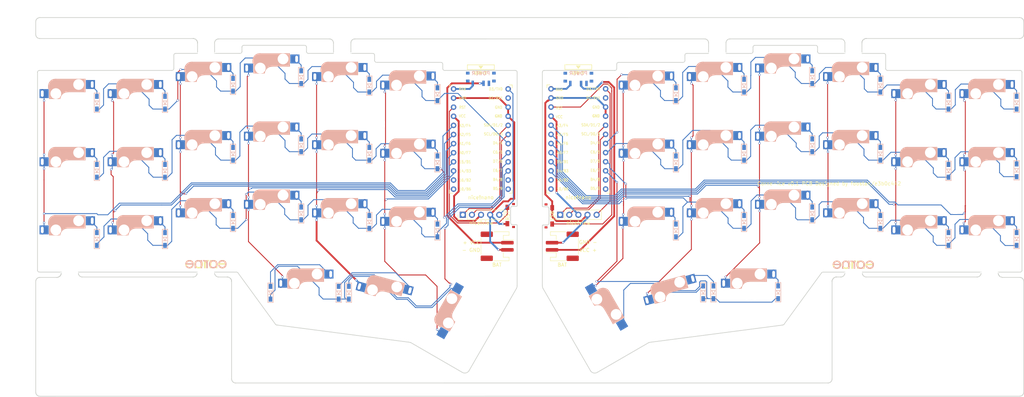
<source format=kicad_pcb>
(kicad_pcb (version 20240108) (generator "pcbnew") (generator_version "8.0")
  (title_block (title "Corne-ice") (date "2022-12-17") (rev "0.1") (company "foostan/e3b0c442"))
  (layers (0 "F.Cu" signal) (31 "B.Cu" signal) (34 "B.Paste" user) (35 "F.Paste" user) (36 "B.SilkS" user "B.Silkscreen") (37 "F.SilkS" user "F.Silkscreen") (38 "B.Mask" user) (39 "F.Mask" user) (44 "Edge.Cuts" user))
  (net 0 "")
  (net 1 "row0")
  (net 2 "Net-(D1-Pad2)")
  (net 3 "row1")
  (net 4 "Net-(D2-Pad2)")
  (net 5 "row2")
  (net 6 "Net-(D3-Pad2)")
  (net 7 "row3")
  (net 8 "Net-(D4-Pad2)")
  (net 9 "Net-(D5-Pad2)")
  (net 10 "Net-(D6-Pad2)")
  (net 11 "Net-(D7-Pad2)")
  (net 12 "Net-(D8-Pad2)")
  (net 13 "Net-(D9-Pad2)")
  (net 14 "Net-(D10-Pad2)")
  (net 15 "Net-(D11-Pad2)")
  (net 16 "Net-(D12-Pad2)")
  (net 17 "Net-(D13-Pad2)")
  (net 18 "Net-(D14-Pad2)")
  (net 19 "Net-(D15-Pad2)")
  (net 20 "Net-(D16-Pad2)")
  (net 21 "Net-(D17-Pad2)")
  (net 22 "Net-(D18-Pad2)")
  (net 23 "Net-(D19-Pad2)")
  (net 24 "Net-(D20-Pad2)")
  (net 25 "Net-(D21-Pad2)")
  (net 26 "GND")
  (net 27 "VCC")
  (net 28 "col0")
  (net 29 "col1")
  (net 30 "col2")
  (net 31 "col3")
  (net 32 "col4")
  (net 33 "col5")
  (net 34 "MOSI")
  (net 35 "CS")
  (net 36 "reset")
  (net 37 "MOSI_r")
  (net 39 "SCK")
  (net 42 "Net-(D22-Pad2)")
  (net 43 "row0_r")
  (net 44 "Net-(D23-Pad2)")
  (net 45 "Net-(D24-Pad2)")
  (net 46 "Net-(D25-Pad2)")
  (net 47 "Net-(D26-Pad2)")
  (net 48 "Net-(D27-Pad2)")
  (net 49 "row1_r")
  (net 50 "Net-(D28-Pad2)")
  (net 51 "Net-(D29-Pad2)")
  (net 52 "Net-(D30-Pad2)")
  (net 53 "Net-(D31-Pad2)")
  (net 54 "Net-(D32-Pad2)")
  (net 55 "Net-(D33-Pad2)")
  (net 56 "row2_r")
  (net 57 "Net-(D34-Pad2)")
  (net 58 "Net-(D35-Pad2)")
  (net 59 "Net-(D36-Pad2)")
  (net 60 "Net-(D37-Pad2)")
  (net 61 "Net-(D38-Pad2)")
  (net 62 "Net-(D39-Pad2)")
  (net 63 "Net-(D40-Pad2)")
  (net 64 "row3_r")
  (net 65 "Net-(D41-Pad2)")
  (net 66 "Net-(D42-Pad2)")
  (net 69 "reset_r")
  (net 70 "col0_r")
  (net 71 "col1_r")
  (net 72 "col2_r")
  (net 73 "col3_r")
  (net 74 "col4_r")
  (net 75 "col5_r")
  (net 76 "VDD")
  (net 77 "GNDA")
  (net 78 "Net-(J1-Pad1)")
  (net 79 "CS_r")
  (net 85 "Net-(J3-Pad1)")
  (net 86 "SCK_r")
  (net 87 "RAW")
  (net 89 "RAW_r")
  (footprint "Connector_PinHeader_2.54mm:PinHeader_1x05_P2.54mm_Vertical" (layer "F.Cu") (at 129.7825 67.03 90)
    (property "Reference" "J2" (hide yes))
    (property "Value" "nice!view")
  )
  (footprint "ogre-2024:CherryMX_Hotswap" (layer "F.Cu") (at 39.1075 35.78)
    (property "Reference" "SW2" (hide yes))
    (property "Value" "SW_PUSH" (hide yes))
  )
  (footprint "ogre-2024:CherryMX_Hotswap" (layer "F.Cu") (at 58.1075 31.03)
    (property "Reference" "SW3" (hide yes))
    (property "Value" "SW_PUSH" (hide yes))
  )
  (footprint "ogre-2024:CherryMX_Hotswap" (layer "F.Cu") (at 77.1075 28.655)
    (property "Reference" "SW4" (hide yes))
    (property "Value" "SW_PUSH" (hide yes))
  )
  (footprint "ogre-2024:CherryMX_Hotswap" (layer "F.Cu") (at 96.1075 31.03)
    (property "Reference" "SW5" (hide yes))
    (property "Value" "SW_PUSH" (hide yes))
  )
  (footprint "ogre-2024:CherryMX_Hotswap" (layer "F.Cu") (at 20.1075 54.78)
    (property "Reference" "SW7" (hide yes))
    (property "Value" "SW_PUSH" (hide yes))
  )
  (footprint "ogre-2024:CherryMX_Hotswap" (layer "F.Cu") (at 39.1075 54.78)
    (property "Reference" "SW8" (hide yes))
    (property "Value" "SW_PUSH" (hide yes))
  )
  (footprint "ogre-2024:CherryMX_Hotswap" (layer "F.Cu") (at 58.1075 50.03)
    (property "Reference" "SW9" (hide yes))
    (property "Value" "SW_PUSH" (hide yes))
  )
  (footprint "ogre-2024:CherryMX_Hotswap" (layer "F.Cu") (at 77.1075 47.655)
    (property "Reference" "SW10" (hide yes))
    (property "Value" "SW_PUSH" (hide yes))
  )
  (footprint "ogre-2024:CherryMX_Hotswap" (layer "F.Cu") (at 96.1075 50.03)
    (property "Reference" "SW11" (hide yes))
    (property "Value" "SW_PUSH" (hide yes))
  )
  (footprint "ogre-2024:CherryMX_Hotswap" (layer "F.Cu") (at 115.1075 52.405)
    (property "Reference" "SW12" (hide yes))
    (property "Value" "SW_PUSH" (hide yes))
  )
  (footprint "ogre-2024:CherryMX_Hotswap" (layer "F.Cu") (at 20.1075 73.78)
    (property "Reference" "SW13" (hide yes))
    (property "Value" "SW_PUSH" (hide yes))
  )
  (footprint "ogre-2024:CherryMX_Hotswap" (layer "F.Cu") (at 39.1075 73.78)
    (property "Reference" "SW14" (hide yes))
    (property "Value" "SW_PUSH" (hide yes))
  )
  (footprint "ogre-2024:CherryMX_Hotswap" (layer "F.Cu") (at 58.1075 69.03)
    (property "Reference" "SW15" (hide yes))
    (property "Value" "SW_PUSH" (hide yes))
  )
  (footprint "ogre-2024:CherryMX_Hotswap" (layer "F.Cu") (at 77.1075 66.655)
    (property "Reference" "SW16" (hide yes))
    (property "Value" "SW_PUSH" (hide yes))
  )
  (footprint "ogre-2024:CherryMX_Hotswap" (layer "F.Cu") (at 96.1075 69.03)
    (property "Reference" "SW17" (hide yes))
    (property "Value" "SW_PUSH" (hide yes))
  )
  (footprint "ogre-2024:CherryMX_Hotswap" (layer "F.Cu") (at 115.1075 71.405)
    (property "Reference" "SW18" (hide yes))
    (property "Value" "SW_PUSH" (hide yes))
  )
  (footprint "ogre-2024:CherryMX_Hotswap" (layer "F.Cu") (at 86.6075 88.655)
    (property "Reference" "SW19" (hide yes))
    (property "Value" "SW_PUSH" (hide yes))
  )
  (footprint "ogre-2024:CherryMX_Hotswap" (layer "F.Cu") (at 107.6075 91.405 -15)
    (property "Reference" "SW20" (hide yes))
    (property "Value" "SW_PUSH" (hide yes))
  )
  (footprint "kbd:CherryMX_Hotswap_1.5u" (layer "F.Cu") (at 129.8575 95.155 60)
    (property "Reference" "SW21" (hide yes))
    (property "Value" "SW_PUSH" (hide yes))
  )
  (footprint "kbd:CherryMX_Hotswap_1.5u" (layer "F.Cu") (at 166.8645 95.15 -60)
    (property "Reference" "SW42" (hide yes))
    (property "Value" "SW_PUSH" (hide yes))
  )
  (footprint "Connector_PinHeader_2.54mm:PinHeader_1x05_P2.54mm_Vertical" (layer "F.Cu") (at 156.9325 67.03 90)
    (property "Reference" "J4" (hide yes))
    (property "Value" "nice!view")
  )
  (footprint "ogre-2024:CherryMX_Hotswap" (layer "F.Cu") (at 219.6145 66.65)
    (property "Reference" "SW37" (hide yes))
    (property "Value" "SW_PUSH" (hide yes))
  )
  (footprint "ogre-2024:CherryMX_Hotswap" (layer "F.Cu") (at 200.6145 69.025)
    (property "Reference" "SW38" (hide yes))
    (property "Value" "SW_PUSH" (hide yes))
  )
  (footprint "ogre-2024:CherryMX_Hotswap" (layer "F.Cu") (at 181.6145 71.4)
    (property "Reference" "SW39" (hide yes))
    (property "Value" "SW_PUSH" (hide yes))
  )
  (footprint "ogre-2024:CherryMX_Hotswap" (layer "F.Cu") (at 210.1145 88.65)
    (property "Reference" "SW40" (hide yes))
    (property "Value" "SW_PUSH" (hide yes))
  )
  (footprint "ogre-2024:CherryMX_Hotswap" (layer "F.Cu") (at 189.1145 91.4 15)
    (property "Reference" "SW41" (hide yes))
    (property "Value" "SW_PUSH" (hide yes))
  )
  (footprint "ogre-2024:CherryMX_Hotswap" (layer "F.Cu") (at 219.6145 28.65)
    (property "Reference" "SW25" (hide yes))
    (property "Value" "SW_PUSH" (hide yes))
  )
  (footprint "ogre-2024:CherryMX_Hotswap" (layer "F.Cu") (at 200.6145 31.025)
    (property "Reference" "SW26" (hide yes))
    (property "Value" "SW_PUSH" (hide yes))
  )
  (footprint "ogre-2024:CherryMX_Hotswap" (layer "F.Cu") (at 276.6145 54.775)
    (property "Reference" "SW28" (hide yes))
    (property "Value" "SW_PUSH" (hide yes))
  )
  (footprint "ogre-2024:CherryMX_Hotswap" (layer "F.Cu") (at 238.6145 31.025)
    (property "Reference" "SW24" (hide yes))
    (property "Value" "SW_PUSH" (hide yes))
  )
  (footprint "ogre-2024:CherryMX_Hotswap" (layer "F.Cu") (at 257.6145 54.775)
    (property "Reference" "SW29" (hide yes))
    (property "Value" "SW_PUSH" (hide yes))
  )
  (footprint "ogre-2024:CherryMX_Hotswap" (layer "F.Cu") (at 257.6145 73.775)
    (property "Reference" "SW35" (hide yes))
    (property "Value" "SW_PUSH" (hide yes))
  )
  (footprint "ogre-2024:CherryMX_Hotswap" (layer "F.Cu") (at 238.6145 69.025)
    (property "Reference" "SW36" (hide yes))
    (property "Value" "SW_PUSH" (hide yes))
  )
  (footprint "ogre-2024:CherryMX_Hotswap" (layer "F.Cu") (at 276.6145 35.775)
    (property "Reference" "SW22" (hide yes))
    (property "Value" "SW_PUSH" (hide yes))
  )
  (footprint "ogre-2024:CherryMX_Hotswap" (layer "F.Cu") (at 257.6145 35.775)
    (property "Reference" "SW23" (hide yes))
    (property "Value" "SW_PUSH" (hide yes))
  )
  (footprint "ogre-2024:CherryMX_Hotswap" (layer "F.Cu") (at 238.6145 50.025)
    (property "Reference" "SW30" (hide yes))
    (property "Value" "SW_PUSH" (hide yes))
  )
  (footprint "ogre-2024:CherryMX_Hotswap" (layer "F.Cu") (at 219.6145 47.65)
    (property "Reference" "SW31" (hide yes))
    (property "Value" "SW_PUSH" (hide yes))
  )
  (footprint "ogre-2024:CherryMX_Hotswap" (layer "F.Cu") (at 200.6145 50.025)
    (property "Reference" "SW32" (hide yes))
    (property "Value" "SW_PUSH" (hide yes))
  )
  (footprint "ogre-2024:CherryMX_Hotswap" (layer "F.Cu") (at 181.6145 52.4)
    (property "Reference" "SW33" (hide yes))
    (property "Value" "SW_PUSH" (hide yes))
  )
  (footprint "ogre-2024:CherryMX_Hotswap" (layer "F.Cu") (at 276.6145 73.775)
    (property "Reference" "SW34" (hide yes))
    (property "Value" "SW_PUSH" (hide yes))
  )
  (footprint "ogre-2024:CherryMX_Hotswap" (layer "F.Cu") (at 20.1075 35.78)
    (property "Reference" "SW1" (hide yes))
    (property "Value" "SW_PUSH" (hide yes))
  )
  (footprint "kbd:M2_HOLE_v2" (layer "F.Cu") (at 105.5755 41.7655)
    (property "Reference" "Ref**" (hide yes))
    (property "Value" "Val**" (hide yes))
  )
  (footprint "kbd:M2_HOLE_v2" (layer "F.Cu") (at 72.7645 81.5205)
    (property "Reference" "Ref**" (hide yes))
    (property "Value" "Val**" (hide yes))
  )
  (footprint "kbd:M2_HOLE_v2" (layer "F.Cu") (at 119.3305 89.135)
    (property "Reference" "Ref**" (hide yes))
    (property "Value" "Val**" (hide yes))
  )
  (footprint "kbd:M2_HOLE_v2" (layer "F.Cu") (at 127.8695 74.254)
    (property "Reference" "Ref**" (hide yes))
    (property "Value" "Val**" (hide yes))
  )
  (footprint "kbd:M2_HOLE_v2" (layer "F.Cu") (at 142.3015 82.775)
    (property "Reference" "Ref**" (hide yes))
    (property "Value" "Val**" (hide yes))
  )
  (footprint "kbd:M2_HOLE_v2" (layer "F.Cu") (at 177.3895 89.145 180)
    (property "Reference" "Ref**" (hide yes))
    (property "Value" "Val**" (hide yes))
  )
  (footprint "kbd:M2_HOLE_v2" (layer "F.Cu") (at 223.9555 81.5305 180)
    (property "Reference" "Ref**" (hide yes))
    (property "Value" "Val**" (hide yes))
  )
  (footprint "kbd:M2_HOLE_v2" (layer "F.Cu") (at 267.0995 45.2655 180)
    (property "Reference" "Ref**" (hide yes))
    (property "Value" "Val**" (hide yes))
  )
  (footprint "kbd:M2_HOLE_v2" (layer "F.Cu") (at 191.1445 41.7755 180)
    (property "Reference" "Ref**" (hide yes))
    (property "Value" "Val**" (hide yes))
  )
  (footprint "ogre-2024:CherryMX_Hotswap" (layer "F.Cu") (at 115.1075 33.405)
    (property "Reference" "SW6" (hide yes))
    (property "Value" "SW_PUSH" (hide yes))
  )
  (footprint "ogre-2024:CherryMX_Hotswap" (layer "F.Cu") (at 181.6075 33.405)
    (property "Reference" "SW27" (hide yes))
    (property "Value" "SW_PUSH" (hide yes))
  )
  (footprint "kbd:M2_HOLE_v2" (layer "F.Cu") (at 27.5195 54.1395)
    (property "Reference" "Ref**" (hide yes))
    (property "Value" "Val**" (hide yes))
  )
  (footprint "kbd:ProMicro_v3" (layer "F.Cu") (at 134.8125 46.42)
    (property "Reference" "U1" (hide yes))
    (property "Value" "nice!nano")
  )
  (footprint "kbd:ProMicro_v3" (layer "F.Cu") (at 161.9875 46.39)
    (property "Reference" "U2" (hide yes))
    (property "Value" "nice!nano")
  )
  (footprint "kbd:M2_HOLE_v2" (layer "F.Cu") (at 29.6075 45.28)
    (property "Reference" "Ref**" (hide yes))
    (property "Value" "Val**" (hide yes))
  )
  (footprint "kbd:Breakaway_Tabs" (layer "F.Cu") (at 58.23675 21.869)
    (property "Reference" "REF**")
    (property "Value" "Breakaway_Tabs")
  )
  (footprint "kbd:Breakaway_Tabs" (layer "F.Cu") (at 96.2075 21.873)
    (property "Reference" "REF**")
    (property "Value" "Breakaway_Tabs")
  )
  (footprint "kbd:Breakaway_Tabs" (layer "F.Cu") (at 20.1625 83.176)
    (property "Reference" "REF**")
    (property "Value" "Breakaway_Tabs")
  )
  (footprint "kbd:Breakaway_Tabs" (layer "F.Cu") (at 58.1235 83.178)
    (property "Reference" "REF**")
    (property "Value" "Breakaway_Tabs")
  )
  (footprint "kbd:corne-logo-horizontal" (layer "F.Cu") (at 58.2675 80.89)
    (property "Reference" "G***" (hide yes))
    (property "Value" "LOGO" (hide yes))
  )
  (footprint "kbd:corne-logo-horizontal" (layer "F.Cu") (at 238.7775 81.04)
    (property "Reference" "G***" (hide yes))
    (property "Value" "LOGO" (hide yes))
  )
  (footprint "keeblib:alps_sksn" (layer "F.Cu") (at 144.7825 67.23 90)
    (property "Reference" "RST")
    (property "Value" "SW_PUSH" (hide yes))
  )
  (footprint "Connector_JST:JST_PH_S2B-PH-SM4-TB_1x02-1MP_P2.00mm_Horizontal" (layer "F.Cu") (at 157.5215 75.812 90)
    (property "Reference" "J3" (hide yes))
    (property "Value" "BAT")
  )
  (footprint "keeblib:alps_sksn" (layer "F.Cu") (at 152.1325 67.33 -90)
    (property "Reference" "RST")
    (property "Value" "SW_PUSH" (hide yes))
  )
  (footprint "Connector_JST:JST_PH_S2B-PH-SM4-TB_1x02-1MP_P2.00mm_Horizontal" (layer "F.Cu") (at 139.3605 75.812 -90)
    (property "Reference" "J1" (hide yes))
    (property "Value" "BAT")
  )
  (footprint "kbd:D3_SMD_v2" (layer "B.Cu") (at 27.7345 35.776875 90)
    (property "Reference" "D1" (hide yes))
    (property "Value" "D" (hide yes))
  )
  (footprint "kbd:D3_SMD_v2" (layer "B.Cu") (at 46.7345 35.78 90)
    (property "Reference" "D2" (hide yes))
    (property "Value" "D" (hide yes))
  )
  (footprint "kbd:D3_SMD_v2" (layer "B.Cu") (at 65.7075 30.78 90)
    (property "Reference" "D3" (hide yes))
    (property "Value" "D" (hide yes))
  )
  (footprint "kbd:D3_SMD_v2" (layer "B.Cu") (at 84.7075 28.655 90)
    (property "Reference" "D4" (hide yes))
    (property "Value" "D" (hide yes))
  )
  (footprint "kbd:D3_SMD_v2" (layer "B.Cu") (at 103.7075 31.03 90)
    (property "Reference" "D5" (hide yes))
    (property "Value" "D" (hide yes))
  )
  (footprint "kbd:D3_SMD_v2" (layer "B.Cu") (at 122.7075 33.405 90)
    (property "Reference" "D6" (hide yes))
    (property "Value" "D" (hide yes))
  )
  (footprint "kbd:D3_SMD_v2" (layer "B.Cu") (at 27.7345 54.776875 90)
    (property "Reference" "D7" (hide yes))
    (property "Value" "D" (hide yes))
  )
  (footprint "kbd:D3_SMD_v2" (layer "B.Cu") (at 46.7345 54.78 90)
    (property "Reference" "D8" (hide yes))
    (property "Value" "D" (hide yes))
  )
  (footprint "kbd:D3_SMD_v2" (layer "B.Cu") (at 65.7075 50.03 90)
    (property "Reference" "D9" (hide yes))
    (property "Value" "D" (hide yes))
  )
  (footprint "kbd:D3_SMD_v2" (layer "B.Cu") (at 84.7075 47.655 90)
    (property "Reference" "D10" (hide yes))
    (property "Value" "D" (hide yes))
  )
  (footprint "kbd:D3_SMD_v2" (layer "B.Cu") (at 103.7075 50.03 90)
    (property "Reference" "D11" (hide yes))
    (property "Value" "D" (hide yes))
  )
  (footprint "kbd:D3_SMD_v2" (layer "B.Cu") (at 122.7075 52.405 90)
    (property "Reference" "D12" (hide yes))
    (property "Value" "D" (hide yes))
  )
  (footprint "kbd:D3_SMD_v2" (layer "B.Cu") (at 27.7345 73.776875 90)
    (property "Reference" "D13" (hide yes))
    (property "Value" "D" (hide yes))
  )
  (footprint "kbd:D3_SMD_v2" (layer "B.Cu") (at 46.7345 73.78 90)
    (property "Reference" "D14" (hide yes))
    (property "Value" "D" (hide yes))
  )
  (footprint "kbd:D3_SMD_v2" (layer "B.Cu") (at 65.7075 69.03 90)
    (property "Reference" "D15" (hide yes))
    (property "Value" "D" (hide yes))
  )
  (footprint "kbd:D3_SMD_v2" (layer "B.Cu") (at 84.7075 66.655 90)
    (property "Reference" "D16" (hide yes))
    (property "Value" "D" (hide yes))
  )
  (footprint "kbd:D3_SMD_v2" (layer "B.Cu") (at 103.7075 69.03 90)
    (property "Reference" "D17" (hide yes))
    (property "Value" "D" (hide yes))
  )
  (footprint "kbd:D3_SMD_v2" (layer "B.Cu") (at 122.7075 71.405 90)
    (property "Reference" "D18" (hide yes))
    (property "Value" "D" (hide yes))
  )
  (footprint "kbd:D3_SMD_v2" (layer "B.Cu") (at 76.1575 88.77 90)
    (property "Reference" "D19" (hide yes))
    (property "Value" "D" (hide yes))
  )
  (footprint "kbd:D3_SMD_v2" (layer "B.Cu") (at 95.1645 88.765 90)
    (property "Reference" "D20" (hide yes))
    (property "Value" "D" (hide yes))
  )
  (footprint "kbd:D3_SMD_v2" (layer "B.Cu") (at 98.0075 88.765 90)
    (property "Reference" "D21" (hide yes))
    (property "Value" "D" (hide yes))
  )
  (footprint "kbd:D3_SMD_v2" (layer "B.Cu") (at 265.2145 35.775 90)
    (property "Reference" "D23" (hide yes))
    (property "Value" "D" (hide yes))
  )
  (footprint "kbd:D3_SMD_v2" (layer "B.Cu") (at 246.2145 31.025 90)
    (property "Reference" "D24" (hide yes))
    (property "Value" "D" (hide yes))
  )
  (footprint "kbd:D3_SMD_v2" (layer "B.Cu") (at 227.2145 28.65 90)
    (property "Reference" "D25" (hide yes))
    (property "Value" "D" (hide yes))
  )
  (footprint "kbd:D3_SMD_v2" (layer "B.Cu") (at 189.2075 33.405 90)
    (property "Reference" "D27" (hide yes))
    (property "Value" "D" (hide yes))
  )
  (footprint "kbd:D3_SMD_v2" (layer "B.Cu") (at 284.2145 54.625 90)
    (property "Reference" "D28" (hide yes))
    (property "Value" "D" (hide yes))
  )
  (footprint "kbd:D3_SMD_v2" (layer "B.Cu") (at 265.2145 54.775 90)
    (property "Reference" "D29" (hide yes))
    (property "Value" "D" (hide yes))
  )
  (footprint "kbd:D3_SMD_v2" (layer "B.Cu") (at 246.2145 50.025 90)
    (property "Reference" "D30" (hide yes))
    (property "Value" "D" (hide yes))
  )
  (footprint "kbd:D3_SMD_v2" (layer "B.Cu") (at 227.2145 47.65 90)
    (property "Reference" "D31" (hide yes))
    (property "Value" "D" (hide yes))
  )
  (footprint "kbd:D3_SMD_v2" (layer "B.Cu") (at 208.2145 50.025 90)
    (property "Reference" "D32" (hide yes))
    (property "Value" "D" (hide yes))
  )
  (footprint "kbd:D3_SMD_v2" (layer "B.Cu") (at 189.2075 52.405 90)
    (property "Reference" "D33" (hide yes))
    (property "Value" "D" (hide yes))
  )
  (footprint "kbd:D3_SMD_v2" (layer "B.Cu") (at 284.2145 73.775 90)
    (property "Reference" "D34" (hide yes))
    (property "Value" "D" (hide yes))
  )
  (footprint "kbd:D3_SMD_v2" (layer "B.Cu") (at 265.2145 73.775 90)
    (property "Reference" "D35" (hide yes))
    (property "Value" "D" (hide yes))
  )
  (footprint "kbd:D3_SMD_v2" (layer "B.Cu") (at 246.2145 69.025 90)
    (property "Reference" "D36" (hide yes))
    (property "Value" "D" (hide yes))
  )
  (footprint "kbd:D3_SMD_v2" (layer "B.Cu") (at 227.2145 66.65 90)
    (property "Reference" "D37" (hide yes))
    (property "Value" "D" (hide yes))
  )
  (footprint "kbd:D3_SMD_v2" (layer "B.Cu") (at 208.2145 69.025 90)
    (property "Reference" "D38" (hide yes))
    (property "Value" "D" (hide yes))
  )
  (footprint "kbd:D3_SMD_v2" (layer "B.Cu") (at 189.2075 71.405 90)
    (property "Reference" "D39" (hide yes))
    (property "Value" "D" (hide yes))
  )
  (footprint "kbd:D3_SMD_v2" (layer "B.Cu") (at 217.7145 88.635 90)
    (property "Reference" "D40" (hide yes))
    (property "Value" "D" (hide yes))
  )
  (footprint "kbd:D3_SMD_v2" (layer "B.Cu") (at 199.6645 88.65 90)
    (property "Reference" "D41" (hide yes))
    (property "Value" "D" (hide yes))
  )
  (footprint "kbd:D3_SMD_v2" (layer "B.Cu") (at 196.8145 88.65 90)
    (property "Reference" "D42" (hide yes))
    (property "Value" "D" (hide yes))
  )
  (footprint "kbd:D3_SMD_v2" (layer "B.Cu") (at 284.2145 35.775 90)
    (property "Reference" "D22" (hide yes))
    (property "Value" "D" (hide yes))
  )
  (footprint "kbd:D3_SMD_v2" (layer "B.Cu") (at 208.2145 31.025 90)
    (property "Reference" "D26" (hide yes))
    (property "Value" "D" (hide yes))
  )
  (footprint "kbd:M2_HOLE_v2" (layer "B.Cu") (at 154.4185 82.785 180)
    (property "Reference" "Ref**" (hide yes))
    (property "Value" "Val**" (hide yes))
  )
  (footprint "kbd:M2_HOLE_v2" (layer "B.Cu") (at 269.1875 54.125 180)
    (property "Reference" "Ref**" (hide yes))
    (property "Value" "Val**" (hide yes))
  )
  (footprint "kbd:M2_HOLE_v2" (layer "B.Cu") (at 168.8505 74.264 180)
    (property "Reference" "Ref**" (hide yes))
    (property "Value" "Val**" (hide yes))
  )
  (footprint "kbd:Breakaway_Tabs" (layer "B.Cu") (at 276.6555 83.183 180)
    (property "Reference" "REF**")
    (property "Value" "Breakaway_Tabs")
  )
  (footprint "kbd:Breakaway_Tabs" (layer "B.Cu") (at 200.7375 21.885 180)
    (property "Reference" "REF**")
    (property "Value" "Breakaway_Tabs")
  )
  (footprint "kbd:Breakaway_Tabs" (layer "B.Cu") (at 238.6495 21.87 180)
    (property "Reference" "REF**")
    (property "Value" "Breakaway_Tabs")
  )
  (footprint "kbd:Breakaway_Tabs" (layer "B.Cu") (at 238.7415 83.193 180)
    (property "Reference" "REF**")
    (property "Value" "Breakaway_Tabs")
  )
  (footprint "kbd:corne-logo-horizontal" (layer "B.Cu") (at 58.0375 80.89 180)
    (property "Reference" "G***" (hide yes))
    (property "Value" "LOGO" (hide yes))
  )
  (footprint "kbd:corne-logo-horizontal" (layer "B.Cu") (at 238.5675 81.04 180)
    (property "Reference" "G***" (hide yes))
    (property "Value" "LOGO" (hide yes))
  )
  (footprint "keeblib:switch_SSSS811101" (layer "B.Cu") (at 162.0075 28.66)
    (property "Reference" "PSW2" (hide yes))
    (property "Value" "POWER")
  )
  (footprint "keeblib:switch_SSSS811101" (layer "B.Cu") (at 134.8075 28.63)
    (property "Reference" "PSW1" (hide yes))
    (property "Value" "POWER")
  )
  (gr_line (start 17.8075 83.020309) (end 17.8125 83.25) (stroke (width 0.2)) (layer "Edge.Cuts"))
  (gr_line (start 17.8125 83.25) (end 17.8123 83.252) (stroke (width 0.2)) (layer "Edge.Cuts"))
  (gr_line (start 17.8123 83.252) (end 17.8123 83.252) (stroke (width 0.2)) (layer "Edge.Cuts"))
  (gr_line (start 17.8123 83.252) (end 17.7896 83.483) (stroke (width 0.2)) (layer "Edge.Cuts"))
  (gr_line (start 17.7896 83.483) (end 17.7896 83.483) (stroke (width 0.2)) (layer "Edge.Cuts"))
  (gr_line (start 17.7896 83.483) (end 17.7896 83.483) (stroke (width 0.2)) (layer "Edge.Cuts"))
  (gr_line (start 17.7896 83.483) (end 17.7896 83.484) (stroke (width 0.2)) (layer "Edge.Cuts"))
  (gr_line (start 17.7896 83.484) (end 17.7886 83.488) (stroke (width 0.2)) (layer "Edge.Cuts"))
  (gr_line (start 17.7886 83.488) (end 17.7877 83.493) (stroke (width 0.2)) (layer "Edge.Cuts"))
  (gr_line (start 17.7877 83.493) (end 17.7208 83.714) (stroke (width 0.2)) (layer "Edge.Cuts"))
  (gr_line (start 17.7208 83.714) (end 17.7206 83.715) (stroke (width 0.2)) (layer "Edge.Cuts"))
  (gr_line (start 17.7206 83.715) (end 17.7188 83.719) (stroke (width 0.2)) (layer "Edge.Cuts"))
  (gr_line (start 17.7188 83.719) (end 17.717 83.724) (stroke (width 0.2)) (layer "Edge.Cuts"))
  (gr_line (start 17.717 83.724) (end 17.6082 83.928) (stroke (width 0.2)) (layer "Edge.Cuts"))
  (gr_line (start 17.6082 83.928) (end 17.6079 83.929) (stroke (width 0.2)) (layer "Edge.Cuts"))
  (gr_line (start 17.6079 83.929) (end 17.6054 83.932) (stroke (width 0.2)) (layer "Edge.Cuts"))
  (gr_line (start 17.6054 83.932) (end 17.6028 83.936) (stroke (width 0.2)) (layer "Edge.Cuts"))
  (gr_line (start 17.6028 83.936) (end 17.4564 84.116) (stroke (width 0.2)) (layer "Edge.Cuts"))
  (gr_line (start 17.4564 84.116) (end 17.4564 84.116) (stroke (width 0.2)) (layer "Edge.Cuts"))
  (gr_line (start 17.4564 84.116) (end 17.4564 84.116) (stroke (width 0.2)) (layer "Edge.Cuts"))
  (gr_line (start 17.4564 84.116) (end 17.4559 84.116) (stroke (width 0.2)) (layer "Edge.Cuts"))
  (gr_line (start 17.4559 84.116) (end 17.4527 84.12) (stroke (width 0.2)) (layer "Edge.Cuts"))
  (gr_line (start 17.4527 84.12) (end 17.4495 84.123) (stroke (width 0.2)) (layer "Edge.Cuts"))
  (gr_line (start 17.4495 84.123) (end 17.2709 84.271) (stroke (width 0.2)) (layer "Edge.Cuts"))
  (gr_line (start 17.2709 84.271) (end 17.2704 84.271) (stroke (width 0.2)) (layer "Edge.Cuts"))
  (gr_line (start 17.2704 84.271) (end 17.2666 84.273) (stroke (width 0.2)) (layer "Edge.Cuts"))
  (gr_line (start 17.2666 84.273) (end 17.2628 84.276) (stroke (width 0.2)) (layer "Edge.Cuts"))
  (gr_line (start 17.2628 84.276) (end 17.059 84.386) (stroke (width 0.2)) (layer "Edge.Cuts"))
  (gr_line (start 17.059 84.386) (end 17.059 84.386) (stroke (width 0.2)) (layer "Edge.Cuts"))
  (gr_line (start 17.059 84.386) (end 17.059 84.386) (stroke (width 0.2)) (layer "Edge.Cuts"))
  (gr_line (start 17.059 84.386) (end 17.0583 84.387) (stroke (width 0.2)) (layer "Edge.Cuts"))
  (gr_line (start 17.0583 84.387) (end 17.0542 84.388) (stroke (width 0.2)) (layer "Edge.Cuts"))
  (gr_line (start 17.0542 84.388) (end 17.05 84.39) (stroke (width 0.2)) (layer "Edge.Cuts"))
  (gr_line (start 17.05 84.39) (end 16.8286 84.459) (stroke (width 0.2)) (layer "Edge.Cuts"))
  (gr_line (start 16.8286 84.459) (end 16.8279 84.459) (stroke (width 0.2)) (layer "Edge.Cuts"))
  (gr_line (start 16.8279 84.459) (end 16.8235 84.46) (stroke (width 0.2)) (layer "Edge.Cuts"))
  (gr_line (start 16.8235 84.46) (end 16.819 84.46) (stroke (width 0.2)) (layer "Edge.Cuts"))
  (gr_line (start 16.819 84.46) (end 16.5885 84.485) (stroke (width 0.2)) (layer "Edge.Cuts"))
  (gr_line (start 16.5885 84.485) (end 16.5878 84.485) (stroke (width 0.2)) (layer "Edge.Cuts"))
  (gr_line (start 16.5878 84.485) (end 16.5856 84.485) (stroke (width 0.2)) (layer "Edge.Cuts"))
  (gr_line (start 16.5856 84.485) (end 16.5835 84.485) (stroke (width 0.2)) (layer "Edge.Cuts"))
  (gr_line (start 16.5835 84.485) (end 16.5775 84.485) (stroke (width 0.2)) (layer "Edge.Cuts"))
  (gr_line (start 16.5775 84.485) (end 16.5774 84.485) (stroke (width 0.2)) (layer "Edge.Cuts"))
  (gr_line (start 16.5774 84.485) (end 11.8252 84.485) (stroke (width 0.2)) (layer "Edge.Cuts"))
  (gr_line (start 11.8252 84.485) (end 11.8194 84.485) (stroke (width 0.2)) (layer "Edge.Cuts"))
  (gr_line (start 11.8194 84.485) (end 11.5963 84.508) (stroke (width 0.2)) (layer "Edge.Cuts"))
  (gr_line (start 11.5963 84.508) (end 11.3843 84.574) (stroke (width 0.2)) (layer "Edge.Cuts"))
  (gr_line (start 11.3843 84.574) (end 11.1891 84.68) (stroke (width 0.2)) (layer "Edge.Cuts"))
  (gr_line (start 11.1891 84.68) (end 11.018 84.821) (stroke (width 0.2)) (layer "Edge.Cuts"))
  (gr_line (start 11.018 84.821) (end 10.8778 84.993) (stroke (width 0.2)) (layer "Edge.Cuts"))
  (gr_line (start 10.8778 84.993) (end 10.7736 85.189) (stroke (width 0.2)) (layer "Edge.Cuts"))
  (gr_line (start 10.7736 85.189) (end 10.7094 85.402) (stroke (width 0.2)) (layer "Edge.Cuts"))
  (gr_line (start 10.7094 85.402) (end 10.6875 85.625) (stroke (width 0.2)) (layer "Edge.Cuts"))
  (gr_line (start 10.6875 116.497) (end 10.6875 116.503) (stroke (width 0.2)) (layer "Edge.Cuts"))
  (gr_line (start 10.6875 116.503) (end 10.711 116.726) (stroke (width 0.2)) (layer "Edge.Cuts"))
  (gr_line (start 10.711 116.726) (end 10.7766 116.938) (stroke (width 0.2)) (layer "Edge.Cuts"))
  (gr_line (start 10.7766 116.938) (end 10.8822 117.133) (stroke (width 0.2)) (layer "Edge.Cuts"))
  (gr_line (start 10.8822 117.133) (end 11.0236 117.304) (stroke (width 0.2)) (layer "Edge.Cuts"))
  (gr_line (start 11.0236 117.304) (end 11.1957 117.445) (stroke (width 0.2)) (layer "Edge.Cuts"))
  (gr_line (start 11.1957 117.445) (end 11.3916 117.549) (stroke (width 0.2)) (layer "Edge.Cuts"))
  (gr_line (start 11.3916 117.549) (end 11.6041 117.613) (stroke (width 0.2)) (layer "Edge.Cuts"))
  (gr_line (start 11.6041 117.613) (end 11.8274 117.635) (stroke (width 0.2)) (layer "Edge.Cuts"))
  (gr_line (start 11.8274 117.635) (end 285.0575 117.626) (stroke (width 0.2)) (layer "Edge.Cuts"))
  (gr_line (start 285.0555 12.0385) (end 11.8252 12.0475) (stroke (width 0.2)) (layer "Edge.Cuts"))
  (gr_line (start 11.8252 12.0475) (end 11.8194 12.0475) (stroke (width 0.2)) (layer "Edge.Cuts"))
  (gr_line (start 11.8194 12.0475) (end 11.5963 12.071) (stroke (width 0.2)) (layer "Edge.Cuts"))
  (gr_line (start 11.5963 12.071) (end 11.3843 12.1366) (stroke (width 0.2)) (layer "Edge.Cuts"))
  (gr_line (start 11.3843 12.1366) (end 11.1891 12.2422) (stroke (width 0.2)) (layer "Edge.Cuts"))
  (gr_line (start 11.1891 12.2422) (end 11.018 12.3837) (stroke (width 0.2)) (layer "Edge.Cuts"))
  (gr_line (start 11.018 12.3837) (end 10.8778 12.5557) (stroke (width 0.2)) (layer "Edge.Cuts"))
  (gr_line (start 10.8778 12.5557) (end 10.7736 12.7516) (stroke (width 0.2)) (layer "Edge.Cuts"))
  (gr_line (start 10.7736 12.7516) (end 10.7094 12.9641) (stroke (width 0.2)) (layer "Edge.Cuts"))
  (gr_line (start 10.7094 12.9641) (end 10.6875 13.1875) (stroke (width 0.2)) (layer "Edge.Cuts"))
  (gr_line (start 10.6875 13.1875) (end 10.6875 16.7473) (stroke (width 0.2)) (layer "Edge.Cuts"))
  (gr_line (start 10.6875 16.7473) (end 10.6875 16.7531) (stroke (width 0.2)) (layer "Edge.Cuts"))
  (gr_line (start 10.6875 16.7531) (end 10.711 16.9762) (stroke (width 0.2)) (layer "Edge.Cuts"))
  (gr_line (start 10.711 16.9762) (end 10.7766 17.1882) (stroke (width 0.2)) (layer "Edge.Cuts"))
  (gr_line (start 10.7766 17.1882) (end 10.8822 17.3835) (stroke (width 0.2)) (layer "Edge.Cuts"))
  (gr_line (start 10.8822 17.3835) (end 11.0236 17.5545) (stroke (width 0.2)) (layer "Edge.Cuts"))
  (gr_line (start 11.0236 17.5545) (end 11.1957 17.6948) (stroke (width 0.2)) (layer "Edge.Cuts"))
  (gr_line (start 11.1957 17.6948) (end 11.3916 17.799) (stroke (width 0.2)) (layer "Edge.Cuts"))
  (gr_line (start 11.3916 17.799) (end 11.6041 17.8631) (stroke (width 0.2)) (layer "Edge.Cuts"))
  (gr_line (start 11.6041 17.8631) (end 11.8274 17.885) (stroke (width 0.2)) (layer "Edge.Cuts"))
  (gr_line (start 11.8274 17.885) (end 54.5774 17.885) (stroke (width 0.2)) (layer "Edge.Cuts"))
  (gr_line (start 54.5774 17.885) (end 54.5799 17.8853) (stroke (width 0.2)) (layer "Edge.Cuts"))
  (gr_line (start 54.5799 17.8853) (end 54.5799 17.8853) (stroke (width 0.2)) (layer "Edge.Cuts"))
  (gr_line (start 54.5799 17.8853) (end 54.8105 17.9079) (stroke (width 0.2)) (layer "Edge.Cuts"))
  (gr_line (start 54.8105 17.9079) (end 54.8105 17.9079) (stroke (width 0.2)) (layer "Edge.Cuts"))
  (gr_line (start 54.8105 17.9079) (end 54.8105 17.9079) (stroke (width 0.2)) (layer "Edge.Cuts"))
  (gr_line (start 54.8105 17.9079) (end 54.8112 17.9079) (stroke (width 0.2)) (layer "Edge.Cuts"))
  (gr_line (start 54.8112 17.9079) (end 54.8156 17.9089) (stroke (width 0.2)) (layer "Edge.Cuts"))
  (gr_line (start 54.8156 17.9089) (end 54.8201 17.9098) (stroke (width 0.2)) (layer "Edge.Cuts"))
  (gr_line (start 54.8201 17.9098) (end 55.042 17.9768) (stroke (width 0.2)) (layer "Edge.Cuts"))
  (gr_line (start 55.042 17.9768) (end 55.0426 17.977) (stroke (width 0.2)) (layer "Edge.Cuts"))
  (gr_line (start 55.0426 17.977) (end 55.0468 17.9787) (stroke (width 0.2)) (layer "Edge.Cuts"))
  (gr_line (start 55.0468 17.9787) (end 55.051 17.9805) (stroke (width 0.2)) (layer "Edge.Cuts"))
  (gr_line (start 55.051 17.9805) (end 55.2556 18.0893) (stroke (width 0.2)) (layer "Edge.Cuts"))
  (gr_line (start 55.2556 18.0893) (end 55.2556 18.0893) (stroke (width 0.2)) (layer "Edge.Cuts"))
  (gr_line (start 55.2556 18.0893) (end 55.2556 18.0893) (stroke (width 0.2)) (layer "Edge.Cuts"))
  (gr_line (start 55.2556 18.0893) (end 55.2562 18.0896) (stroke (width 0.2)) (layer "Edge.Cuts"))
  (gr_line (start 55.2562 18.0896) (end 55.26 18.0922) (stroke (width 0.2)) (layer "Edge.Cuts"))
  (gr_line (start 55.26 18.0922) (end 55.2638 18.0947) (stroke (width 0.2)) (layer "Edge.Cuts"))
  (gr_line (start 55.2638 18.0947) (end 55.4434 18.2412) (stroke (width 0.2)) (layer "Edge.Cuts"))
  (gr_line (start 55.4434 18.2412) (end 55.4439 18.2416) (stroke (width 0.2)) (layer "Edge.Cuts"))
  (gr_line (start 55.4439 18.2416) (end 55.447 18.2448) (stroke (width 0.2)) (layer "Edge.Cuts"))
  (gr_line (start 55.447 18.2448) (end 55.4503 18.248) (stroke (width 0.2)) (layer "Edge.Cuts"))
  (gr_line (start 55.4503 18.248) (end 55.598 18.4266) (stroke (width 0.2)) (layer "Edge.Cuts"))
  (gr_line (start 55.598 18.4266) (end 55.5984 18.4271) (stroke (width 0.2)) (layer "Edge.Cuts"))
  (gr_line (start 55.5984 18.4271) (end 55.6009 18.4309) (stroke (width 0.2)) (layer "Edge.Cuts"))
  (gr_line (start 55.6009 18.4309) (end 55.6035 18.4347) (stroke (width 0.2)) (layer "Edge.Cuts"))
  (gr_line (start 55.6035 18.4347) (end 55.7137 18.6386) (stroke (width 0.2)) (layer "Edge.Cuts"))
  (gr_line (start 55.7137 18.6386) (end 55.7137 18.6386) (stroke (width 0.2)) (layer "Edge.Cuts"))
  (gr_line (start 55.7137 18.6386) (end 55.7137 18.6386) (stroke (width 0.2)) (layer "Edge.Cuts"))
  (gr_line (start 55.7137 18.6386) (end 55.714 18.6392) (stroke (width 0.2)) (layer "Edge.Cuts"))
  (gr_line (start 55.714 18.6392) (end 55.7157 18.6434) (stroke (width 0.2)) (layer "Edge.Cuts"))
  (gr_line (start 55.7157 18.6434) (end 55.7175 18.6476) (stroke (width 0.2)) (layer "Edge.Cuts"))
  (gr_line (start 55.7175 18.6476) (end 55.786 18.869) (stroke (width 0.2)) (layer "Edge.Cuts"))
  (gr_line (start 55.786 18.869) (end 55.7862 18.8696) (stroke (width 0.2)) (layer "Edge.Cuts"))
  (gr_line (start 55.7862 18.8696) (end 55.7871 18.8741) (stroke (width 0.2)) (layer "Edge.Cuts"))
  (gr_line (start 55.7871 18.8741) (end 55.788 18.8785) (stroke (width 0.2)) (layer "Edge.Cuts"))
  (gr_line (start 55.788 18.8785) (end 55.8122 19.109) (stroke (width 0.2)) (layer "Edge.Cuts"))
  (gr_line (start 55.8122 19.109) (end 55.8123 19.1097) (stroke (width 0.2)) (layer "Edge.Cuts"))
  (gr_line (start 55.8123 19.1097) (end 55.8122 19.1119) (stroke (width 0.2)) (layer "Edge.Cuts"))
  (gr_line (start 55.8122 19.1119) (end 55.8125 19.1141) (stroke (width 0.2)) (layer "Edge.Cuts"))
  (gr_line (start 55.8125 19.1141) (end 55.8125 19.12) (stroke (width 0.2)) (layer "Edge.Cuts"))
  (gr_line (start 55.8125 19.12) (end 55.8125 19.1201) (stroke (width 0.2)) (layer "Edge.Cuts"))
  (gr_line (start 55.8125 19.1201) (end 55.8175 22.020252) (stroke (width 0.2)) (layer "Edge.Cuts"))
  (gr_line (start 60.5575 83.021073) (end 60.5625 83.247) (stroke (width 0.2)) (layer "Edge.Cuts"))
  (gr_line (start 60.5625 83.247) (end 60.5625 83.253) (stroke (width 0.2)) (layer "Edge.Cuts"))
  (gr_line (start 60.5625 83.253) (end 60.586 83.476) (stroke (width 0.2)) (layer "Edge.Cuts"))
  (gr_line (start 60.586 83.476) (end 60.6516 83.688) (stroke (width 0.2)) (layer "Edge.Cuts"))
  (gr_line (start 60.6516 83.688) (end 60.7572 83.883) (stroke (width 0.2)) (layer "Edge.Cuts"))
  (gr_line (start 60.7572 83.883) (end 60.8986 84.054) (stroke (width 0.2)) (layer "Edge.Cuts"))
  (gr_line (start 60.8986 84.054) (end 61.0707 84.195) (stroke (width 0.2)) (layer "Edge.Cuts"))
  (gr_line (start 61.0707 84.195) (end 61.2666 84.299) (stroke (width 0.2)) (layer "Edge.Cuts"))
  (gr_line (start 61.2666 84.299) (end 61.4791 84.363) (stroke (width 0.2)) (layer "Edge.Cuts"))
  (gr_line (start 61.4791 84.363) (end 61.7024 84.385) (stroke (width 0.2)) (layer "Edge.Cuts"))
  (gr_line (start 61.7024 84.385) (end 64.0774 84.385) (stroke (width 0.2)) (layer "Edge.Cuts"))
  (gr_line (start 64.0774 84.385) (end 64.0799 84.385) (stroke (width 0.2)) (layer "Edge.Cuts"))
  (gr_line (start 64.0799 84.385) (end 64.0799 84.385) (stroke (width 0.2)) (layer "Edge.Cuts"))
  (gr_line (start 64.0799 84.385) (end 64.3105 84.408) (stroke (width 0.2)) (layer "Edge.Cuts"))
  (gr_line (start 64.3105 84.408) (end 64.3105 84.408) (stroke (width 0.2)) (layer "Edge.Cuts"))
  (gr_line (start 64.3105 84.408) (end 64.3105 84.408) (stroke (width 0.2)) (layer "Edge.Cuts"))
  (gr_line (start 64.3105 84.408) (end 64.3112 84.408) (stroke (width 0.2)) (layer "Edge.Cuts"))
  (gr_line (start 64.3112 84.408) (end 64.3156 84.409) (stroke (width 0.2)) (layer "Edge.Cuts"))
  (gr_line (start 64.3156 84.409) (end 64.3201 84.41) (stroke (width 0.2)) (layer "Edge.Cuts"))
  (gr_line (start 64.3201 84.41) (end 64.542 84.477) (stroke (width 0.2)) (layer "Edge.Cuts"))
  (gr_line (start 64.542 84.477) (end 64.542599 84.477) (stroke (width 0.2)) (layer "Edge.Cuts"))
  (gr_line (start 64.542599 84.477) (end 64.5468 84.479) (stroke (width 0.2)) (layer "Edge.Cuts"))
  (gr_line (start 64.5468 84.479) (end 64.551 84.48) (stroke (width 0.2)) (layer "Edge.Cuts"))
  (gr_line (start 64.551 84.48) (end 64.7556 84.589) (stroke (width 0.2)) (layer "Edge.Cuts"))
  (gr_line (start 64.7556 84.589) (end 64.7556 84.589) (stroke (width 0.2)) (layer "Edge.Cuts"))
  (gr_line (start 64.7556 84.589) (end 64.7556 84.589) (stroke (width 0.2)) (layer "Edge.Cuts"))
  (gr_line (start 64.7556 84.589) (end 64.756199 84.59) (stroke (width 0.2)) (layer "Edge.Cuts"))
  (gr_line (start 64.756199 84.59) (end 64.759999 84.592) (stroke (width 0.2)) (layer "Edge.Cuts"))
  (gr_line (start 64.759999 84.592) (end 64.7638 84.595) (stroke (width 0.2)) (layer "Edge.Cuts"))
  (gr_line (start 64.7638 84.595) (end 64.9434 84.741) (stroke (width 0.2)) (layer "Edge.Cuts"))
  (gr_line (start 64.9434 84.741) (end 64.9439 84.742) (stroke (width 0.2)) (layer "Edge.Cuts"))
  (gr_line (start 64.9439 84.742) (end 64.947 84.745) (stroke (width 0.2)) (layer "Edge.Cuts"))
  (gr_line (start 64.947 84.745) (end 64.9503 84.748) (stroke (width 0.2)) (layer "Edge.Cuts"))
  (gr_line (start 64.9503 84.748) (end 65.098 84.927) (stroke (width 0.2)) (layer "Edge.Cuts"))
  (gr_line (start 65.098 84.927) (end 65.0984 84.927) (stroke (width 0.2)) (layer "Edge.Cuts"))
  (gr_line (start 65.0984 84.927) (end 65.1009 84.931) (stroke (width 0.2)) (layer "Edge.Cuts"))
  (gr_line (start 65.1009 84.931) (end 65.1035 84.935) (stroke (width 0.2)) (layer "Edge.Cuts"))
  (gr_line (start 65.1035 84.935) (end 65.2137 85.139) (stroke (width 0.2)) (layer "Edge.Cuts"))
  (gr_line (start 65.2137 85.139) (end 65.2137 85.139) (stroke (width 0.2)) (layer "Edge.Cuts"))
  (gr_line (start 65.2137 85.139) (end 65.2137 85.139) (stroke (width 0.2)) (layer "Edge.Cuts"))
  (gr_line (start 65.2137 85.139) (end 65.214 85.139) (stroke (width 0.2)) (layer "Edge.Cuts"))
  (gr_line (start 65.214 85.139) (end 65.2157 85.143) (stroke (width 0.2)) (layer "Edge.Cuts"))
  (gr_line (start 65.2157 85.143) (end 65.2175 85.148) (stroke (width 0.2)) (layer "Edge.Cuts"))
  (gr_line (start 65.2175 85.148) (end 65.286 85.369) (stroke (width 0.2)) (layer "Edge.Cuts"))
  (gr_line (start 65.286 85.369) (end 65.2862 85.37) (stroke (width 0.2)) (layer "Edge.Cuts"))
  (gr_line (start 65.2862 85.37) (end 65.2871 85.374) (stroke (width 0.2)) (layer "Edge.Cuts"))
  (gr_line (start 65.2871 85.374) (end 65.288 85.379) (stroke (width 0.2)) (layer "Edge.Cuts"))
  (gr_line (start 65.288 85.379) (end 65.3122 85.609) (stroke (width 0.2)) (layer "Edge.Cuts"))
  (gr_line (start 65.3122 85.609) (end 65.3123 85.61) (stroke (width 0.2)) (layer "Edge.Cuts"))
  (gr_line (start 65.3123 85.61) (end 65.3122 85.612) (stroke (width 0.2)) (layer "Edge.Cuts"))
  (gr_line (start 65.3122 85.612) (end 65.3125 85.614) (stroke (width 0.2)) (layer "Edge.Cuts"))
  (gr_line (start 65.3125 85.614) (end 65.3125 85.62) (stroke (width 0.2)) (layer "Edge.Cuts"))
  (gr_line (start 65.3125 85.62) (end 65.3125 85.62) (stroke (width 0.2)) (layer "Edge.Cuts"))
  (gr_line (start 65.3125 85.62) (end 65.3125 112.797) (stroke (width 0.2)) (layer "Edge.Cuts"))
  (gr_line (start 65.3125 112.797) (end 65.3125 112.803) (stroke (width 0.2)) (layer "Edge.Cuts"))
  (gr_line (start 65.3125 112.803) (end 65.336 113.026) (stroke (width 0.2)) (layer "Edge.Cuts"))
  (gr_line (start 65.336 113.026) (end 65.4016 113.238) (stroke (width 0.2)) (layer "Edge.Cuts"))
  (gr_line (start 65.4016 113.238) (end 65.5072 113.433) (stroke (width 0.2)) (layer "Edge.Cuts"))
  (gr_line (start 65.5072 113.433) (end 65.6486 113.604) (stroke (width 0.2)) (layer "Edge.Cuts"))
  (gr_line (start 65.6486 113.604) (end 65.8207 113.745) (stroke (width 0.2)) (layer "Edge.Cuts"))
  (gr_line (start 65.8207 113.745) (end 66.0166 113.849) (stroke (width 0.2)) (layer "Edge.Cuts"))
  (gr_line (start 66.0166 113.849) (end 66.2291 113.913) (stroke (width 0.2)) (layer "Edge.Cuts"))
  (gr_line (start 66.2291 113.913) (end 66.4524 113.935) (stroke (width 0.2)) (layer "Edge.Cuts"))
  (gr_line (start 66.4545 113.934) (end 231.6195 113.926) (stroke (width 0.2)) (layer "Edge.Cuts"))
  (gr_line (start 197.1805 17.976) (end 99.7005 17.985) (stroke (width 0.2)) (layer "Edge.Cuts"))
  (gr_line (start 99.7005 17.985) (end 99.6945 17.985) (stroke (width 0.2)) (layer "Edge.Cuts"))
  (gr_line (start 99.6945 17.985) (end 99.4715 18.0085) (stroke (width 0.2)) (layer "Edge.Cuts"))
  (gr_line (start 99.4715 18.0085) (end 99.2595 18.0741) (stroke (width 0.2)) (layer "Edge.Cuts"))
  (gr_line (start 99.2595 18.0741) (end 99.0645 18.1797) (stroke (width 0.2)) (layer "Edge.Cuts"))
  (gr_line (start 99.0645 18.1797) (end 98.8935 18.3212) (stroke (width 0.2)) (layer "Edge.Cuts"))
  (gr_line (start 98.8935 18.3212) (end 98.7525 18.4932) (stroke (width 0.2)) (layer "Edge.Cuts"))
  (gr_line (start 98.7525 18.4932) (end 98.6485 18.6891) (stroke (width 0.2)) (layer "Edge.Cuts"))
  (gr_line (start 98.6485 18.6891) (end 98.5845 18.9016) (stroke (width 0.2)) (layer "Edge.Cuts"))
  (gr_line (start 98.5845 18.9016) (end 98.5625 19.125) (stroke (width 0.2)) (layer "Edge.Cuts"))
  (gr_line (start 98.5625 19.125) (end 98.5675 22.018729) (stroke (width 0.2)) (layer "Edge.Cuts"))
  (gr_line (start 22.5675 83.020309) (end 22.5625 83.247) (stroke (width 0.2)) (layer "Edge.Cuts"))
  (gr_line (start 22.5625 83.247) (end 22.5625 83.253) (stroke (width 0.2)) (layer "Edge.Cuts"))
  (gr_line (start 22.5625 83.253) (end 22.586 83.476) (stroke (width 0.2)) (layer "Edge.Cuts"))
  (gr_line (start 22.586 83.476) (end 22.6516 83.688) (stroke (width 0.2)) (layer "Edge.Cuts"))
  (gr_line (start 22.6516 83.688) (end 22.7572 83.883) (stroke (width 0.2)) (layer "Edge.Cuts"))
  (gr_line (start 22.7572 83.883) (end 22.8986 84.054) (stroke (width 0.2)) (layer "Edge.Cuts"))
  (gr_line (start 22.8986 84.054) (end 23.0707 84.195) (stroke (width 0.2)) (layer "Edge.Cuts"))
  (gr_line (start 23.0707 84.195) (end 23.2666 84.299) (stroke (width 0.2)) (layer "Edge.Cuts"))
  (gr_line (start 23.2666 84.299) (end 23.4791 84.363) (stroke (width 0.2)) (layer "Edge.Cuts"))
  (gr_line (start 23.4791 84.363) (end 23.7024 84.385) (stroke (width 0.2)) (layer "Edge.Cuts"))
  (gr_line (start 23.7024 84.385) (end 54.5748 84.385) (stroke (width 0.2)) (layer "Edge.Cuts"))
  (gr_line (start 54.5748 84.385) (end 54.5806 84.385) (stroke (width 0.2)) (layer "Edge.Cuts"))
  (gr_line (start 54.5806 84.385) (end 54.8037 84.362) (stroke (width 0.2)) (layer "Edge.Cuts"))
  (gr_line (start 54.8037 84.362) (end 55.0157 84.296) (stroke (width 0.2)) (layer "Edge.Cuts"))
  (gr_line (start 55.0157 84.296) (end 55.2109 84.19) (stroke (width 0.2)) (layer "Edge.Cuts"))
  (gr_line (start 55.2109 84.19) (end 55.382 84.049) (stroke (width 0.2)) (layer "Edge.Cuts"))
  (gr_line (start 55.382 84.049) (end 55.5222 83.877) (stroke (width 0.2)) (layer "Edge.Cuts"))
  (gr_line (start 55.5222 83.877) (end 55.6264 83.681) (stroke (width 0.2)) (layer "Edge.Cuts"))
  (gr_line (start 55.6264 83.681) (end 55.6906 83.468) (stroke (width 0.2)) (layer "Edge.Cuts"))
  (gr_line (start 55.6906 83.468) (end 55.7125 83.245) (stroke (width 0.2)) (layer "Edge.Cuts"))
  (gr_line (start 55.7125 83.245) (end 55.7175 83.020309) (stroke (width 0.2)) (layer "Edge.Cuts"))
  (gr_line (start 93.7275 22.020252) (end 93.7125 19.1227) (stroke (width 0.2)) (layer "Edge.Cuts"))
  (gr_line (start 93.7125 19.1227) (end 93.7125 19.1169) (stroke (width 0.2)) (layer "Edge.Cuts"))
  (gr_line (start 93.7125 19.1169) (end 93.689 18.8938) (stroke (width 0.2)) (layer "Edge.Cuts"))
  (gr_line (start 93.689 18.8938) (end 93.6234 18.6818) (stroke (width 0.2)) (layer "Edge.Cuts"))
  (gr_line (start 93.6234 18.6818) (end 93.5178 18.4866) (stroke (width 0.2)) (layer "Edge.Cuts"))
  (gr_line (start 93.5178 18.4866) (end 93.3763 18.3156) (stroke (width 0.2)) (layer "Edge.Cuts"))
  (gr_line (start 93.3763 18.3156) (end 93.2043 18.1753) (stroke (width 0.2)) (layer "Edge.Cuts"))
  (gr_line (start 93.2043 18.1753) (end 93.0084 18.0711) (stroke (width 0.2)) (layer "Edge.Cuts"))
  (gr_line (start 93.0084 18.0711) (end 92.7959 18.0069) (stroke (width 0.2)) (layer "Edge.Cuts"))
  (gr_line (start 92.7959 18.0069) (end 92.5726 17.985) (stroke (width 0.2)) (layer "Edge.Cuts"))
  (gr_line (start 92.5726 17.985) (end 61.7002 17.985) (stroke (width 0.2)) (layer "Edge.Cuts"))
  (gr_line (start 61.7002 17.985) (end 61.6944 17.985) (stroke (width 0.2)) (layer "Edge.Cuts"))
  (gr_line (start 61.6944 17.985) (end 61.4713 18.0085) (stroke (width 0.2)) (layer "Edge.Cuts"))
  (gr_line (start 61.4713 18.0085) (end 61.2593 18.0741) (stroke (width 0.2)) (layer "Edge.Cuts"))
  (gr_line (start 61.2593 18.0741) (end 61.0641 18.1797) (stroke (width 0.2)) (layer "Edge.Cuts"))
  (gr_line (start 61.0641 18.1797) (end 60.893 18.3212) (stroke (width 0.2)) (layer "Edge.Cuts"))
  (gr_line (start 60.893 18.3212) (end 60.7528 18.4932) (stroke (width 0.2)) (layer "Edge.Cuts"))
  (gr_line (start 60.7528 18.4932) (end 60.6486 18.6891) (stroke (width 0.2)) (layer "Edge.Cuts"))
  (gr_line (start 60.6486 18.6891) (end 60.5844 18.9016) (stroke (width 0.2)) (layer "Edge.Cuts"))
  (gr_line (start 60.5844 18.9016) (end 60.5625 19.125) (stroke (width 0.2)) (layer "Edge.Cuts"))
  (gr_line (start 60.5625 19.125) (end 60.5775 22.018729) (stroke (width 0.2)) (layer "Edge.Cuts"))
  (gr_line (start 10.6875 85.625) (end 10.6875 116.497) (stroke (width 0.2)) (layer "Edge.Cuts"))
  (gr_line (start 236.3175 22.026729) (end 236.3195 19.1137) (stroke (width 0.2)) (layer "Edge.Cuts"))
  (gr_line (start 236.3195 19.1137) (end 236.3195 19.1079) (stroke (width 0.2)) (layer "Edge.Cuts"))
  (gr_line (start 236.3195 19.1079) (end 236.2965 18.8848) (stroke (width 0.2)) (layer "Edge.Cuts"))
  (gr_line (start 236.2965 18.8848) (end 236.2305 18.6728) (stroke (width 0.2)) (layer "Edge.Cuts"))
  (gr_line (start 236.2305 18.6728) (end 236.1255 18.4776) (stroke (width 0.2)) (layer "Edge.Cuts"))
  (gr_line (start 236.1255 18.4776) (end 235.9835 18.3066) (stroke (width 0.2)) (layer "Edge.Cuts"))
  (gr_line (start 235.9835 18.3066) (end 235.8115 18.1663) (stroke (width 0.2)) (layer "Edge.Cuts"))
  (gr_line (start 235.8115 18.1663) (end 235.6155 18.0621) (stroke (width 0.2)) (layer "Edge.Cuts"))
  (gr_line (start 235.6155 18.0621) (end 235.4035 17.9979) (stroke (width 0.2)) (layer "Edge.Cuts"))
  (gr_line (start 235.4035 17.9979) (end 235.1805 17.976) (stroke (width 0.2)) (layer "Edge.Cuts"))
  (gr_line (start 235.1805 17.976) (end 204.3075 17.976) (stroke (width 0.2)) (layer "Edge.Cuts"))
  (gr_line (start 204.3075 17.976) (end 204.3015 17.976) (stroke (width 0.2)) (layer "Edge.Cuts"))
  (gr_line (start 204.3015 17.976) (end 204.0785 17.9995) (stroke (width 0.2)) (layer "Edge.Cuts"))
  (gr_line (start 204.0785 17.9995) (end 203.8665 18.0651) (stroke (width 0.2)) (layer "Edge.Cuts"))
  (gr_line (start 203.8665 18.0651) (end 203.6715 18.1707) (stroke (width 0.2)) (layer "Edge.Cuts"))
  (gr_line (start 203.6715 18.1707) (end 203.5005 18.3122) (stroke (width 0.2)) (layer "Edge.Cuts"))
  (gr_line (start 203.5005 18.3122) (end 203.3605 18.4842) (stroke (width 0.2)) (layer "Edge.Cuts"))
  (gr_line (start 203.3605 18.4842) (end 203.2565 18.6801) (stroke (width 0.2)) (layer "Edge.Cuts"))
  (gr_line (start 203.2565 18.6801) (end 203.1915 18.8926) (stroke (width 0.2)) (layer "Edge.Cuts"))
  (gr_line (start 203.1915 18.8926) (end 203.1705 19.116) (stroke (width 0.2)) (layer "Edge.Cuts"))
  (gr_line (start 203.1705 19.116) (end 203.1675 22.028252) (stroke (width 0.2)) (layer "Edge.Cuts"))
  (gr_line (start 280.3025 84.476) (end 280.0715 84.453) (stroke (width 0.2)) (layer "Edge.Cuts"))
  (gr_line (start 285.8645 117.29) (end 286.0045 117.118) (stroke (width 0.2)) (layer "Edge.Cuts"))
  (gr_line (start 197.8115 18.1663) (end 197.6155 18.0621) (stroke (width 0.2)) (layer "Edge.Cuts"))
  (gr_line (start 197.9835 18.3066) (end 197.8115 18.1663) (stroke (width 0.2)) (layer "Edge.Cuts"))
  (gr_line (start 286.1945 85.608) (end 286.1955 116.486) (stroke (width 0.2)) (layer "Edge.Cuts"))
  (gr_line (start 198.3275 22.026729) (end 198.3195 19.1137) (stroke (width 0.2)) (layer "Edge.Cuts"))
  (gr_line (start 198.3195 19.1137) (end 198.3195 19.1079) (stroke (width 0.2)) (layer "Edge.Cuts"))
  (gr_line (start 198.3195 19.1079) (end 198.2965 18.8848) (stroke (width 0.2)) (layer "Edge.Cuts"))
  (gr_line (start 198.2965 18.8848) (end 198.2305 18.6728) (stroke (width 0.2)) (layer "Edge.Cuts"))
  (gr_line (start 198.2305 18.6728) (end 198.1255 18.4776) (stroke (width 0.2)) (layer "Edge.Cuts"))
  (gr_line (start 198.1255 18.4776) (end 197.9835 18.3066) (stroke (width 0.2)) (layer "Edge.Cuts"))
  (gr_line (start 197.6155 18.0621) (end 197.4035 17.9979) (stroke (width 0.2)) (layer "Edge.Cuts"))
  (gr_line (start 197.4035 17.9979) (end 197.1805 17.976) (stroke (width 0.2)) (layer "Edge.Cuts"))
  (gr_line (start 241.1775 83.027309) (end 241.1705 83.238) (stroke (width 0.2)) (layer "Edge.Cuts"))
  (gr_line (start 241.1705 83.238) (end 241.1705 83.244) (stroke (width 0.2)) (layer "Edge.Cuts"))
  (gr_line (start 241.1705 83.244) (end 241.1935 83.467) (stroke (width 0.2)) (layer "Edge.Cuts"))
  (gr_line (start 241.1935 83.467) (end 241.2595 83.679) (stroke (width 0.2)) (layer "Edge.Cuts"))
  (gr_line (start 241.2595 83.679) (end 241.3645 83.874) (stroke (width 0.2)) (layer "Edge.Cuts"))
  (gr_line (start 241.3645 83.874) (end 241.5065 84.045) (stroke (width 0.2)) (layer "Edge.Cuts"))
  (gr_line (start 241.5065 84.045) (end 241.6785 84.186) (stroke (width 0.2)) (layer "Edge.Cuts"))
  (gr_line (start 241.6785 84.186) (end 241.8745 84.29) (stroke (width 0.2)) (layer "Edge.Cuts"))
  (gr_line (start 241.8745 84.29) (end 242.0865 84.354) (stroke (width 0.2)) (layer "Edge.Cuts"))
  (gr_line (start 242.0865 84.354) (end 242.3095 84.376) (stroke (width 0.2)) (layer "Edge.Cuts"))
  (gr_line (start 242.3095 84.376) (end 273.1825 84.376) (stroke (width 0.2)) (layer "Edge.Cuts"))
  (gr_line (start 273.1825 84.376) (end 273.1885 84.376) (stroke (width 0.2)) (layer "Edge.Cuts"))
  (gr_line (start 273.1885 84.376) (end 273.4115 84.353) (stroke (width 0.2)) (layer "Edge.Cuts"))
  (gr_line (start 273.4115 84.353) (end 273.6235 84.287) (stroke (width 0.2)) (layer "Edge.Cuts"))
  (gr_line (start 273.6235 84.287) (end 273.8185 84.181) (stroke (width 0.2)) (layer "Edge.Cuts"))
  (gr_line (start 273.8185 84.181) (end 273.9895 84.04) (stroke (width 0.2)) (layer "Edge.Cuts"))
  (gr_line (start 273.9895 84.04) (end 274.1295 83.868) (stroke (width 0.2)) (layer "Edge.Cuts"))
  (gr_line (start 274.1295 83.868) (end 274.2335 83.672) (stroke (width 0.2)) (layer "Edge.Cuts"))
  (gr_line (start 274.2335 83.672) (end 274.2985 83.459) (stroke (width 0.2)) (layer "Edge.Cuts"))
  (gr_line (start 274.2985 83.459) (end 274.3195 83.236) (stroke (width 0.2)) (layer "Edge.Cuts"))
  (gr_line (start 274.3195 83.236) (end 274.3275 83.027309) (stroke (width 0.2)) (layer "Edge.Cuts"))
  (gr_line (start 231.6195 113.926) (end 231.6255 113.926) (stroke (width 0.2)) (layer "Edge.Cuts"))
  (gr_line (start 231.6255 113.926) (end 231.8485 113.903) (stroke (width 0.2)) (layer "Edge.Cuts"))
  (gr_line (start 231.8485 113.903) (end 232.0605 113.837) (stroke (width 0.2)) (layer "Edge.Cuts"))
  (gr_line (start 232.0605 113.837) (end 232.2555 113.731) (stroke (width 0.2)) (layer "Edge.Cuts"))
  (gr_line (start 232.2555 113.731) (end 232.4265 113.59) (stroke (width 0.2)) (layer "Edge.Cuts"))
  (gr_line (start 232.4265 113.59) (end 232.5675 113.418) (stroke (width 0.2)) (layer "Edge.Cuts"))
  (gr_line (start 232.5675 113.418) (end 232.6715 113.222) (stroke (width 0.2)) (layer "Edge.Cuts"))
  (gr_line (start 232.6715 113.222) (end 232.7355 113.009) (stroke (width 0.2)) (layer "Edge.Cuts"))
  (gr_line (start 232.7355 113.009) (end 232.7575 112.786) (stroke (width 0.2)) (layer "Edge.Cuts"))
  (gr_line (start 232.7575 112.786) (end 232.7575 85.611) (stroke (width 0.2)) (layer "Edge.Cuts"))
  (gr_line (start 232.7575 85.611) (end 232.7575 85.609) (stroke (width 0.2)) (layer "Edge.Cuts"))
  (gr_line (start 232.7575 85.609) (end 232.7575 85.609) (stroke (width 0.2)) (layer "Edge.Cuts"))
  (gr_line (start 232.7575 85.609) (end 232.7805 85.378) (stroke (width 0.2)) (layer "Edge.Cuts"))
  (gr_line (start 232.7805 85.378) (end 232.7805 85.378) (stroke (width 0.2)) (layer "Edge.Cuts"))
  (gr_line (start 232.7805 85.378) (end 232.7805 85.378) (stroke (width 0.2)) (layer "Edge.Cuts"))
  (gr_line (start 232.7805 85.378) (end 232.7805 85.377) (stroke (width 0.2)) (layer "Edge.Cuts"))
  (gr_line (start 232.7805 85.377) (end 232.7815 85.373) (stroke (width 0.2)) (layer "Edge.Cuts"))
  (gr_line (start 232.7815 85.373) (end 232.7825 85.368) (stroke (width 0.2)) (layer "Edge.Cuts"))
  (gr_line (start 232.7825 85.368) (end 232.8495 85.147) (stroke (width 0.2)) (layer "Edge.Cuts"))
  (gr_line (start 232.8495 85.147) (end 232.8495 85.146) (stroke (width 0.2)) (layer "Edge.Cuts"))
  (gr_line (start 232.8495 85.146) (end 232.8515 85.142) (stroke (width 0.2)) (layer "Edge.Cuts"))
  (gr_line (start 232.8515 85.142) (end 232.8525 85.138) (stroke (width 0.2)) (layer "Edge.Cuts"))
  (gr_line (start 232.8525 85.138) (end 232.9615 84.933) (stroke (width 0.2)) (layer "Edge.Cuts"))
  (gr_line (start 232.9615 84.933) (end 232.9615 84.933) (stroke (width 0.2)) (layer "Edge.Cuts"))
  (gr_line (start 232.9615 84.933) (end 232.9615 84.933) (stroke (width 0.2)) (layer "Edge.Cuts"))
  (gr_line (start 232.9615 84.933) (end 232.9625 84.932) (stroke (width 0.2)) (layer "Edge.Cuts"))
  (gr_line (start 232.9625 84.932) (end 232.9645 84.929) (stroke (width 0.2)) (layer "Edge.Cuts"))
  (gr_line (start 232.9645 84.929) (end 232.9675 84.925) (stroke (width 0.2)) (layer "Edge.Cuts"))
  (gr_line (start 232.9675 84.925) (end 233.1135 84.745) (stroke (width 0.2)) (layer "Edge.Cuts"))
  (gr_line (start 233.1135 84.745) (end 233.1145 84.745) (stroke (width 0.2)) (layer "Edge.Cuts"))
  (gr_line (start 233.1145 84.745) (end 233.1175 84.741) (stroke (width 0.2)) (layer "Edge.Cuts"))
  (gr_line (start 233.1175 84.741) (end 233.1205 84.738) (stroke (width 0.2)) (layer "Edge.Cuts"))
  (gr_line (start 233.1205 84.738) (end 233.2995 84.591) (stroke (width 0.2)) (layer "Edge.Cuts"))
  (gr_line (start 233.2995 84.591) (end 233.2995 84.59) (stroke (width 0.2)) (layer "Edge.Cuts"))
  (gr_line (start 233.2995 84.59) (end 233.3035 84.588) (stroke (width 0.2)) (layer "Edge.Cuts"))
  (gr_line (start 233.3035 84.588) (end 233.3075 84.585) (stroke (width 0.2)) (layer "Edge.Cuts"))
  (gr_line (start 233.3075 84.585) (end 233.5115 84.475) (stroke (width 0.2)) (layer "Edge.Cuts"))
  (gr_line (start 233.5115 84.475) (end 233.5115 84.475) (stroke (width 0.2)) (layer "Edge.Cuts"))
  (gr_line (start 233.5115 84.475) (end 233.5115 84.475) (stroke (width 0.2)) (layer "Edge.Cuts"))
  (gr_line (start 233.5115 84.475) (end 233.5115 84.474) (stroke (width 0.2)) (layer "Edge.Cuts"))
  (gr_line (start 233.5115 84.474) (end 233.5155 84.473) (stroke (width 0.2)) (layer "Edge.Cuts"))
  (gr_line (start 233.5155 84.473) (end 233.5205 84.471) (stroke (width 0.2)) (layer "Edge.Cuts"))
  (gr_line (start 233.5205 84.471) (end 233.7415 84.403) (stroke (width 0.2)) (layer "Edge.Cuts"))
  (gr_line (start 233.7415 84.403) (end 233.7415 84.403) (stroke (width 0.2)) (layer "Edge.Cuts"))
  (gr_line (start 233.7415 84.403) (end 233.7425 84.402) (stroke (width 0.2)) (layer "Edge.Cuts"))
  (gr_line (start 233.7425 84.402) (end 233.7465 84.401) (stroke (width 0.2)) (layer "Edge.Cuts"))
  (gr_line (start 233.7465 84.401) (end 233.7505 84.401) (stroke (width 0.2)) (layer "Edge.Cuts"))
  (gr_line (start 233.7505 84.401) (end 233.9815 84.376) (stroke (width 0.2)) (layer "Edge.Cuts"))
  (gr_line (start 233.9815 84.376) (end 233.9825 84.376) (stroke (width 0.2)) (layer "Edge.Cuts"))
  (gr_line (start 233.9825 84.376) (end 233.9845 84.376) (stroke (width 0.2)) (layer "Edge.Cuts"))
  (gr_line (start 233.9845 84.376) (end 233.9865 84.376) (stroke (width 0.2)) (layer "Edge.Cuts"))
  (gr_line (start 233.9865 84.376) (end 233.9925 84.376) (stroke (width 0.2)) (layer "Edge.Cuts"))
  (gr_line (start 233.9925 84.376) (end 233.9925 84.376) (stroke (width 0.2)) (layer "Edge.Cuts"))
  (gr_line (start 233.9925 84.376) (end 235.1825 84.376) (stroke (width 0.2)) (layer "Edge.Cuts"))
  (gr_line (start 235.1825 84.376) (end 235.1885 84.376) (stroke (width 0.2)) (layer "Edge.Cuts"))
  (gr_line (start 235.1885 84.376) (end 235.4115 84.353) (stroke (width 0.2)) (layer "Edge.Cuts"))
  (gr_line (start 235.4115 84.353) (end 235.6235 84.287) (stroke (width 0.2)) (layer "Edge.Cuts"))
  (gr_line (start 235.6235 84.287) (end 235.8185 84.181) (stroke (width 0.2)) (layer "Edge.Cuts"))
  (gr_line (start 235.8185 84.181) (end 235.9895 84.04) (stroke (width 0.2)) (layer "Edge.Cuts"))
  (gr_line (start 235.9895 84.04) (end 236.1295 83.868) (stroke (width 0.2)) (layer "Edge.Cuts"))
  (gr_line (start 236.1295 83.868) (end 236.2335 83.672) (stroke (width 0.2)) (layer "Edge.Cuts"))
  (gr_line (start 236.2335 83.672) (end 236.2985 83.459) (stroke (width 0.2)) (layer "Edge.Cuts"))
  (gr_line (start 236.2985 83.459) (end 236.3205 83.236) (stroke (width 0.2)) (layer "Edge.Cuts"))
  (gr_line (start 236.3205 83.236) (end 236.3275 83.028073) (stroke (width 0.2)) (layer "Edge.Cuts"))
  (gr_line (start 241.0925 18.8773) (end 241.0935 18.8729) (stroke (width 0.2)) (layer "Edge.Cuts"))
  (gr_line (start 241.0935 18.8729) (end 241.0945 18.8684) (stroke (width 0.2)) (layer "Edge.Cuts"))
  (gr_line (start 241.0945 18.8684) (end 241.1615 18.6465) (stroke (width 0.2)) (layer "Edge.Cuts"))
  (gr_line (start 241.1615 18.6465) (end 241.1615 18.6459) (stroke (width 0.2)) (layer "Edge.Cuts"))
  (gr_line (start 241.1615 18.6459) (end 241.1635 18.6417) (stroke (width 0.2)) (layer "Edge.Cuts"))
  (gr_line (start 241.1635 18.6417) (end 241.1655 18.6375) (stroke (width 0.2)) (layer "Edge.Cuts"))
  (gr_line (start 241.1655 18.6375) (end 241.2745 18.4329) (stroke (width 0.2)) (layer "Edge.Cuts"))
  (gr_line (start 241.2745 18.4329) (end 241.2745 18.4329) (stroke (width 0.2)) (layer "Edge.Cuts"))
  (gr_line (start 241.2745 18.4329) (end 241.2745 18.4329) (stroke (width 0.2)) (layer "Edge.Cuts"))
  (gr_line (start 241.2745 18.4329) (end 241.2745 18.4323) (stroke (width 0.2)) (layer "Edge.Cuts"))
  (gr_line (start 241.2745 18.4323) (end 241.2775 18.4285) (stroke (width 0.2)) (layer "Edge.Cuts"))
  (gr_line (start 241.2775 18.4285) (end 241.2795 18.4248) (stroke (width 0.2)) (layer "Edge.Cuts"))
  (gr_line (start 241.2795 18.4248) (end 241.4265 18.2452) (stroke (width 0.2)) (layer "Edge.Cuts"))
  (gr_line (start 241.4265 18.2452) (end 241.4265 18.2446) (stroke (width 0.2)) (layer "Edge.Cuts"))
  (gr_line (start 241.4265 18.2446) (end 241.4295 18.2415) (stroke (width 0.2)) (layer "Edge.Cuts"))
  (gr_line (start 241.4295 18.2415) (end 241.4335 18.2382) (stroke (width 0.2)) (layer "Edge.Cuts"))
  (gr_line (start 241.4335 18.2382) (end 241.6115 18.0905) (stroke (width 0.2)) (layer "Edge.Cuts"))
  (gr_line (start 241.6115 18.0905) (end 241.6125 18.0901) (stroke (width 0.2)) (layer "Edge.Cuts"))
  (gr_line (start 241.6125 18.0901) (end 241.6155 18.0876) (stroke (width 0.2)) (layer "Edge.Cuts"))
  (gr_line (start 241.6155 18.0876) (end 241.6195 18.0851) (stroke (width 0.2)) (layer "Edge.Cuts"))
  (gr_line (start 241.6195 18.0851) (end 241.8235 17.9748) (stroke (width 0.2)) (layer "Edge.Cuts"))
  (gr_line (start 241.8235 17.9748) (end 241.8235 17.9748) (stroke (width 0.2)) (layer "Edge.Cuts"))
  (gr_line (start 241.8235 17.9748) (end 241.8235 17.9748) (stroke (width 0.2)) (layer "Edge.Cuts"))
  (gr_line (start 241.8235 17.9748) (end 241.8245 17.9745) (stroke (width 0.2)) (layer "Edge.Cuts"))
  (gr_line (start 241.8245 17.9745) (end 241.8285 17.9728) (stroke (width 0.2)) (layer "Edge.Cuts"))
  (gr_line (start 241.8285 17.9728) (end 241.8325 17.971) (stroke (width 0.2)) (layer "Edge.Cuts"))
  (gr_line (start 241.8325 17.971) (end 242.0535 17.9025) (stroke (width 0.2)) (layer "Edge.Cuts"))
  (gr_line (start 242.0535 17.9025) (end 242.0535 17.9025) (stroke (width 0.2)) (layer "Edge.Cuts"))
  (gr_line (start 242.0535 17.9025) (end 242.0545 17.9023) (stroke (width 0.2)) (layer "Edge.Cuts"))
  (gr_line (start 242.0545 17.9023) (end 242.0595 17.9015) (stroke (width 0.2)) (layer "Edge.Cuts"))
  (gr_line (start 242.0595 17.9015) (end 242.0635 17.9005) (stroke (width 0.2)) (layer "Edge.Cuts"))
  (gr_line (start 242.0635 17.9005) (end 242.2935 17.8763) (stroke (width 0.2)) (layer "Edge.Cuts"))
  (gr_line (start 242.2935 17.8763) (end 242.2945 17.8763) (stroke (width 0.2)) (layer "Edge.Cuts"))
  (gr_line (start 242.2945 17.8763) (end 242.2965 17.8763) (stroke (width 0.2)) (layer "Edge.Cuts"))
  (gr_line (start 242.2965 17.8763) (end 242.2995 17.876) (stroke (width 0.2)) (layer "Edge.Cuts"))
  (gr_line (start 242.2995 17.876) (end 242.3045 17.876) (stroke (width 0.2)) (layer "Edge.Cuts"))
  (gr_line (start 242.3045 17.876) (end 242.3055 17.876) (stroke (width 0.2)) (layer "Edge.Cuts"))
  (gr_line (start 242.3055 17.876) (end 285.0575 17.876) (stroke (width 0.2)) (layer "Edge.Cuts"))
  (gr_line (start 285.0575 17.876) (end 285.0635 17.876) (stroke (width 0.2)) (layer "Edge.Cuts"))
  (gr_line (start 285.0635 17.876) (end 285.2865 17.8526) (stroke (width 0.2)) (layer "Edge.Cuts"))
  (gr_line (start 285.2865 17.8526) (end 285.4985 17.7869) (stroke (width 0.2)) (layer "Edge.Cuts"))
  (gr_line (start 285.4985 17.7869) (end 285.6935 17.6814) (stroke (width 0.2)) (layer "Edge.Cuts"))
  (gr_line (start 285.6935 17.6814) (end 285.8645 17.5399) (stroke (width 0.2)) (layer "Edge.Cuts"))
  (gr_line (start 285.8645 17.5399) (end 286.0045 17.3679) (stroke (width 0.2)) (layer "Edge.Cuts"))
  (gr_line (start 286.0045 17.3679) (end 286.1085 17.1719) (stroke (width 0.2)) (layer "Edge.Cuts"))
  (gr_line (start 286.1085 17.1719) (end 286.1735 16.9594) (stroke (width 0.2)) (layer "Edge.Cuts"))
  (gr_line (start 286.1735 16.9594) (end 286.1955 16.7361) (stroke (width 0.2)) (layer "Edge.Cuts"))
  (gr_line (start 286.1955 16.7361) (end 286.1945 13.1762) (stroke (width 0.2)) (layer "Edge.Cuts"))
  (gr_line (start 286.1945 13.1762) (end 286.1945 13.1704) (stroke (width 0.2)) (layer "Edge.Cuts"))
  (gr_line (start 286.1945 13.1704) (end 286.1715 12.9473) (stroke (width 0.2)) (layer "Edge.Cuts"))
  (gr_line (start 286.1715 12.9473) (end 286.1055 12.7353) (stroke (width 0.2)) (layer "Edge.Cuts"))
  (gr_line (start 286.1055 12.7353) (end 286.0005 12.5401) (stroke (width 0.2)) (layer "Edge.Cuts"))
  (gr_line (start 286.0005 12.5401) (end 285.8585 12.3691) (stroke (width 0.2)) (layer "Edge.Cuts"))
  (gr_line (start 285.8585 12.3691) (end 285.6865 12.2288) (stroke (width 0.2)) (layer "Edge.Cuts"))
  (gr_line (start 285.6865 12.2288) (end 285.4905 12.1246) (stroke (width 0.2)) (layer "Edge.Cuts"))
  (gr_line (start 285.4905 12.1246) (end 285.2785 12.0604) (stroke (width 0.2)) (layer "Edge.Cuts"))
  (gr_line (start 285.2785 12.0604) (end 285.0555 12.0385) (stroke (width 0.2)) (layer "Edge.Cuts"))
  (gr_line (start 241.0775 22.028252) (end 241.0695 19.1111) (stroke (width 0.2)) (layer "Edge.Cuts"))
  (gr_line (start 241.0695 19.1111) (end 241.0705 19.1086) (stroke (width 0.2)) (layer "Edge.Cuts"))
  (gr_line (start 241.0705 19.1086) (end 241.0925 18.878) (stroke (width 0.2)) (layer "Edge.Cuts"))
  (gr_line (start 241.0925 18.878) (end 241.0925 18.878) (stroke (width 0.2)) (layer "Edge.Cuts"))
  (gr_line (start 241.0925 18.878) (end 241.0925 18.878) (stroke (width 0.2)) (layer "Edge.Cuts"))
  (gr_line (start 241.0925 18.878) (end 241.0925 18.8773) (stroke (width 0.2)) (layer "Edge.Cuts"))
  (gr_line (start 279.0705 83.251) (end 279.0705 83.249) (stroke (width 0.2)) (layer "Edge.Cuts"))
  (gr_line (start 279.0705 83.249) (end 279.0705 83.247) (stroke (width 0.2)) (layer "Edge.Cuts"))
  (gr_line (start 279.0705 83.247) (end 279.0705 83.241) (stroke (width 0.2)) (layer "Edge.Cuts"))
  (gr_line (start 279.0705 83.241) (end 279.0695 83.241) (stroke (width 0.2)) (layer "Edge.Cuts"))
  (gr_line (start 279.0695 83.241) (end 279.0775 83.028073) (stroke (width 0.2)) (layer "Edge.Cuts"))
  (gr_line (start 279.1655 83.713) (end 279.0965 83.492) (stroke (width 0.2)) (layer "Edge.Cuts"))
  (gr_line (start 279.0965 83.492) (end 279.0965 83.491) (stroke (width 0.2)) (layer "Edge.Cuts"))
  (gr_line (start 279.0965 83.491) (end 279.0955 83.487) (stroke (width 0.2)) (layer "Edge.Cuts"))
  (gr_line (start 279.0955 83.487) (end 279.0945 83.483) (stroke (width 0.2)) (layer "Edge.Cuts"))
  (gr_line (start 279.0945 83.483) (end 279.0705 83.252) (stroke (width 0.2)) (layer "Edge.Cuts"))
  (gr_line (start 279.0705 83.252) (end 279.0705 83.251) (stroke (width 0.2)) (layer "Edge.Cuts"))
  (gr_line (start 285.0575 117.626) (end 285.0635 117.626) (stroke (width 0.2)) (layer "Edge.Cuts"))
  (gr_line (start 285.0635 117.626) (end 285.2865 117.603) (stroke (width 0.2)) (layer "Edge.Cuts"))
  (gr_line (start 285.2865 117.603) (end 285.4985 117.537) (stroke (width 0.2)) (layer "Edge.Cuts"))
  (gr_line (start 285.4985 117.537) (end 285.6935 117.431) (stroke (width 0.2)) (layer "Edge.Cuts"))
  (gr_line (start 285.6935 117.431) (end 285.8645 117.29) (stroke (width 0.2)) (layer "Edge.Cuts"))
  (gr_line (start 286.0045 117.118) (end 286.1085 116.922) (stroke (width 0.2)) (layer "Edge.Cuts"))
  (gr_line (start 286.1085 116.922) (end 286.1735 116.709) (stroke (width 0.2)) (layer "Edge.Cuts"))
  (gr_line (start 286.1735 116.709) (end 286.1955 116.486) (stroke (width 0.2)) (layer "Edge.Cuts"))
  (gr_line (start 286.1945 85.608) (end 286.1715 85.385) (stroke (width 0.2)) (layer "Edge.Cuts"))
  (gr_line (start 286.1715 85.385) (end 286.1055 85.173) (stroke (width 0.2)) (layer "Edge.Cuts"))
  (gr_line (start 286.1055 85.173) (end 286.0005 84.978) (stroke (width 0.2)) (layer "Edge.Cuts"))
  (gr_line (start 286.0005 84.978) (end 285.8585 84.807) (stroke (width 0.2)) (layer "Edge.Cuts"))
  (gr_line (start 285.8585 84.807) (end 285.6865 84.666) (stroke (width 0.2)) (layer "Edge.Cuts"))
  (gr_line (start 285.6865 84.666) (end 285.4905 84.562) (stroke (width 0.2)) (layer "Edge.Cuts"))
  (gr_line (start 285.4905 84.562) (end 285.2785 84.498) (stroke (width 0.2)) (layer "Edge.Cuts"))
  (gr_line (start 285.2785 84.498) (end 285.0555 84.476) (stroke (width 0.2)) (layer "Edge.Cuts"))
  (gr_line (start 285.0555 84.476) (end 280.3055 84.476) (stroke (width 0.2)) (layer "Edge.Cuts"))
  (gr_line (start 280.3055 84.476) (end 280.3025 84.476) (stroke (width 0.2)) (layer "Edge.Cuts"))
  (gr_line (start 280.3025 84.476) (end 280.3025 84.476) (stroke (width 0.2)) (layer "Edge.Cuts"))
  (gr_line (start 280.0715 84.453) (end 280.0715 84.453) (stroke (width 0.2)) (layer "Edge.Cuts"))
  (gr_line (start 280.0715 84.453) (end 280.0715 84.453) (stroke (width 0.2)) (layer "Edge.Cuts"))
  (gr_line (start 280.0715 84.453) (end 280.0715 84.453) (stroke (width 0.2)) (layer "Edge.Cuts"))
  (gr_line (start 280.0715 84.453) (end 280.0665 84.452) (stroke (width 0.2)) (layer "Edge.Cuts"))
  (gr_line (start 280.0665 84.452) (end 280.0625 84.451) (stroke (width 0.2)) (layer "Edge.Cuts"))
  (gr_line (start 280.0625 84.451) (end 279.8405 84.384) (stroke (width 0.2)) (layer "Edge.Cuts"))
  (gr_line (start 279.8405 84.384) (end 279.8395 84.384) (stroke (width 0.2)) (layer "Edge.Cuts"))
  (gr_line (start 279.8395 84.384) (end 279.8355 84.382) (stroke (width 0.2)) (layer "Edge.Cuts"))
  (gr_line (start 279.8355 84.382) (end 279.8315 84.381) (stroke (width 0.2)) (layer "Edge.Cuts"))
  (gr_line (start 279.8315 84.381) (end 279.6265 84.272) (stroke (width 0.2)) (layer "Edge.Cuts"))
  (gr_line (start 279.6265 84.272) (end 279.6265 84.272) (stroke (width 0.2)) (layer "Edge.Cuts"))
  (gr_line (start 279.6265 84.272) (end 279.6265 84.271) (stroke (width 0.2)) (layer "Edge.Cuts"))
  (gr_line (start 279.6265 84.271) (end 279.6225 84.269) (stroke (width 0.2)) (layer "Edge.Cuts"))
  (gr_line (start 279.6225 84.269) (end 279.6185 84.266) (stroke (width 0.2)) (layer "Edge.Cuts"))
  (gr_line (start 279.6185 84.266) (end 279.4395 84.12) (stroke (width 0.2)) (layer "Edge.Cuts"))
  (gr_line (start 279.4395 84.12) (end 279.4395 84.12) (stroke (width 0.2)) (layer "Edge.Cuts"))
  (gr_line (start 279.4395 84.12) (end 279.4395 84.12) (stroke (width 0.2)) (layer "Edge.Cuts"))
  (gr_line (start 279.4395 84.12) (end 279.4385 84.119) (stroke (width 0.2)) (layer "Edge.Cuts"))
  (gr_line (start 279.4385 84.119) (end 279.4355 84.116) (stroke (width 0.2)) (layer "Edge.Cuts"))
  (gr_line (start 279.4355 84.116) (end 279.4325 84.113) (stroke (width 0.2)) (layer "Edge.Cuts"))
  (gr_line (start 279.4325 84.113) (end 279.2845 83.934) (stroke (width 0.2)) (layer "Edge.Cuts"))
  (gr_line (start 279.2845 83.934) (end 279.2845 83.934) (stroke (width 0.2)) (layer "Edge.Cuts"))
  (gr_line (start 279.2845 83.934) (end 279.2815 83.93) (stroke (width 0.2)) (layer "Edge.Cuts"))
  (gr_line (start 279.2815 83.93) (end 279.2795 83.926) (stroke (width 0.2)) (layer "Edge.Cuts"))
  (gr_line (start 279.2795 83.926) (end 279.1685 83.722) (stroke (width 0.2)) (layer "Edge.Cuts"))
  (gr_line (start 279.1685 83.722) (end 279.1685 83.722) (stroke (width 0.2)) (layer "Edge.Cuts"))
  (gr_line (start 279.1685 83.722) (end 279.1685 83.722) (stroke (width 0.2)) (layer "Edge.Cuts"))
  (gr_line (start 279.1685 83.722) (end 279.1685 83.722) (stroke (width 0.2)) (layer "Edge.Cuts"))
  (gr_line (start 279.1685 83.722) (end 279.1665 83.718) (stroke (width 0.2)) (layer "Edge.Cuts"))
  (gr_line (start 279.1665 83.718) (end 279.1655 83.713) (stroke (width 0.2)) (layer "Edge.Cuts"))
  (gr_curve (pts (xy 181.6295 102.678) (xy 181.84293 102.613557) (xy 182.062163 102.570169) (xy 182.284056 102.54846)) (stroke (width 0.2)) (layer "Edge.Cuts"))
  (gr_curve (pts (xy 152.181791 87.625717) (xy 152.029054 87.360585) (xy 151.950612 87.059178) (xy 151.9547 86.753228)) (stroke (width 0.2)) (layer "Edge.Cuts"))
  (gr_line (start 191.706177 24.025707) (end 191.706177 22.527109) (stroke (width 0.2)) (layer "Edge.Cuts"))
  (gr_line (start 173.204835 24.526087) (end 191.205797 24.526087) (stroke (width 0.2)) (layer "Edge.Cuts"))
  (gr_curve (pts (xy 151.9547 27.278174) (xy 151.954759 27.002128) (xy 152.178537 26.778365) (xy 152.454583 26.778301)) (stroke (width 0.2)) (layer "Edge.Cuts"))
  (gr_line (start 151.955216 27.276904) (end 151.955216 64.5) (stroke (width 0.2)) (layer "Edge.Cuts"))
  (gr_line (start 241.1775 83.027309) (end 274.3275 83.027309) (stroke (width 0.2)) (layer "Edge.Cuts"))
  (gr_line (start 285.704628 27.278174) (end 285.706404 82.52693) (stroke (width 0.2)) (layer "Edge.Cuts"))
  (gr_line (start 248.205881 26.776525) (end 285.204501 26.778301) (stroke (width 0.2)) (layer "Edge.Cuts"))
  (gr_line (start 211.205737 19.776292) (end 228.20594 19.776292) (stroke (width 0.2)) (layer "Edge.Cuts"))
  (gr_line (start 210.705358 21.52635) (end 210.705358 20.276671) (stroke (width 0.2)) (layer "Edge.Cuts"))
  (gr_line (start 192.206556 22.026729) (end 198.3275 22.026729) (stroke (width 0.2)) (layer "Edge.Cuts"))
  (gr_line (start 181.6295 102.678) (end 167.335417 110.939084) (stroke (width 0.2)) (layer "Edge.Cuts"))
  (gr_line (start 172.706995 25.026466) (end 172.704713 26.278179) (stroke (width 0.2)) (layer "Edge.Cuts"))
  (gr_curve (pts (xy 172.704713 25.028242) (xy 172.704654 24.752107) (xy 172.928431 24.528195) (xy 173.204577 24.528121)) (stroke (width 0.2)) (layer "Edge.Cuts"))
  (gr_line (start 247.705501 22.527109) (end 247.705501 26.276145) (stroke (width 0.2)) (layer "Edge.Cuts"))
  (gr_line (start 229.206699 22.026729) (end 236.3175 22.026729) (stroke (width 0.2)) (layer "Edge.Cuts"))
  (gr_line (start 228.70632 20.276671) (end 228.70632 21.52635) (stroke (width 0.2)) (layer "Edge.Cuts"))
  (gr_line (start 152.455595 26.776525) (end 172.204592 26.778301) (stroke (width 0.2)) (layer "Edge.Cuts"))
  (gr_curve (pts (xy 285.704628 82.5282) (xy 285.704558 82.804345) (xy 285.480647 83.028143) (xy 285.204506 83.028073)) (stroke (width 0.2)) (layer "Edge.Cuts"))
  (gr_curve (pts (xy 285.204506 83.028073) (xy 285.204501 83.028073) (xy 285.204501 83.028073) (xy 285.204501 83.028073)) (stroke (width 0.2)) (layer "Edge.Cuts"))
  (gr_curve (pts (xy 285.204501 26.778301) (xy 285.480642 26.778231) (xy 285.704558 27.002029) (xy 285.704628 27.278169)) (stroke (width 0.2)) (layer "Edge.Cuts"))
  (gr_curve (pts (xy 285.704628 27.278169) (xy 285.704628 27.278174) (xy 285.704628 27.278174) (xy 285.704628 27.278174)) (stroke (width 0.2)) (layer "Edge.Cuts"))
  (gr_curve (pts (xy 248.204611 26.778301) (xy 247.928465 26.77837) (xy 247.704559 26.554568) (xy 247.704489 26.278427)) (stroke (width 0.2)) (layer "Edge.Cuts"))
  (gr_curve (pts (xy 247.704489 26.278427) (xy 247.704489 26.278343) (xy 247.704489 26.278264) (xy 247.704489 26.278179)) (stroke (width 0.2)) (layer "Edge.Cuts"))
  (gr_curve (pts (xy 247.204616 22.028252) (xy 247.480662 22.028322) (xy 247.70442 22.25208) (xy 247.704489 22.528126)) (stroke (width 0.2)) (layer "Edge.Cuts"))
  (gr_curve (pts (xy 229.204665 22.028252) (xy 228.92852 22.028322) (xy 228.704613 21.804519) (xy 228.704544 21.528379)) (stroke (width 0.2)) (layer "Edge.Cuts"))
  (gr_curve (pts (xy 228.704544 21.528379) (xy 228.704544 21.528295) (xy 228.704544 21.52821) (xy 228.704544 21.528126)) (stroke (width 0.2)) (layer "Edge.Cuts"))
  (gr_curve (pts (xy 228.20467 19.778068) (xy 228.480816 19.778137) (xy 228.704613 20.002049) (xy 228.704544 20.278189)) (stroke (width 0.2)) (layer "Edge.Cuts"))
  (gr_curve (pts (xy 228.704544 20.278189) (xy 228.704544 20.278194) (xy 228.704544 20.278194) (xy 228.704544 20.278194)) (stroke (width 0.2)) (layer "Edge.Cuts"))
  (gr_curve (pts (xy 210.704594 20.278194) (xy 210.704524 20.002054) (xy 210.928322 19.778137) (xy 211.204467 19.778068)) (stroke (width 0.2)) (layer "Edge.Cuts"))
  (gr_curve (pts (xy 211.204467 19.778068) (xy 211.204467 19.778068) (xy 211.204467 19.778068) (xy 211.204467 19.778068)) (stroke (width 0.2)) (layer "Edge.Cuts"))
  (gr_curve (pts (xy 210.704594 21.528126) (xy 210.704663 21.804266) (xy 210.480866 22.028183) (xy 210.20472 22.028252)) (stroke (width 0.2)) (layer "Edge.Cuts"))
  (gr_curve (pts (xy 210.20472 22.028252) (xy 210.204641 22.028252) (xy 210.204552 22.028252) (xy 210.204472 22.028252)) (stroke (width 0.2)) (layer "Edge.Cuts"))
  (gr_curve (pts (xy 191.704649 22.528126) (xy 191.704718 22.25208) (xy 191.928476 22.028322) (xy 192.204522 22.028252)) (stroke (width 0.2)) (layer "Edge.Cuts"))
  (gr_curve (pts (xy 191.704649 24.028247) (xy 191.704579 24.304388) (xy 191.480672 24.52819) (xy 191.204527 24.528121)) (stroke (width 0.2)) (layer "Edge.Cuts"))
  (gr_line (start 165.4073 110.559612) (end 152.181276 87.627245) (stroke (width 0.2)) (layer "Edge.Cuts"))
  (gr_curve (pts (xy 165.410396 110.564226) (xy 165.409364 110.562688) (xy 165.408332 110.56115) (xy 165.4073 110.559612)) (stroke (width 0.2)) (layer "Edge.Cuts"))
  (gr_curve (pts (xy 167.335417 110.939084) (xy 166.700318 111.367153) (xy 165.838465 111.199314) (xy 165.410396 110.564226)) (stroke (width 0.2)) (layer "Edge.Cuts"))
  (gr_line (start 218.954506 97.778087) (end 182.284056 102.54846) (stroke (width 0.2)) (layer "Edge.Cuts"))
  (gr_curve (pts (xy 219.308071 97.631789) (xy 219.21428 97.725501) (xy 219.087101 97.778126) (xy 218.954506 97.778087)) (stroke (width 0.2)) (layer "Edge.Cuts"))
  (gr_line (start 229.851095 83.174629) (end 219.308071 97.631789) (stroke (width 0.2)) (layer "Edge.Cuts"))
  (gr_curve (pts (xy 172.704713 26.278179) (xy 172.704773 26.55432) (xy 172.480975 26.778231) (xy 172.20483 26.778301)) (stroke (width 0.2)) (layer "Edge.Cuts"))
  (gr_curve (pts (xy 172.20483 26.778301) (xy 172.20475 26.778301) (xy 172.204671 26.778301) (xy 172.204592 26.778301)) (stroke (width 0.2)) (layer "Edge.Cuts"))
  (gr_line (start 66.690339 83.020073) (end 60.5575 83.021073) (stroke (width 0.2)) (layer "Edge.Cuts"))
  (gr_line (start 11.690499 83.020073) (end 17.8075 83.020309) (stroke (width 0.2)) (layer "Edge.Cuts"))
  (gr_line (start 49.690384 22.020252) (end 55.8175 22.020252) (stroke (width 0.2)) (layer "Edge.Cuts"))
  (gr_line (start 86.690528 22.020252) (end 93.7275 22.020252) (stroke (width 0.2)) (layer "Edge.Cuts"))
  (gr_curve (pts (xy 124.69017 26.770301) (xy 124.69025 26.770301) (xy 124.690329 26.770301) (xy 124.690408 26.770301)) (stroke (width 0.2)) (layer "Edge.Cuts"))
  (gr_curve (pts (xy 124.190287 26.270179) (xy 124.190227 26.54632) (xy 124.414025 26.770231) (xy 124.69017 26.770301)) (stroke (width 0.2)) (layer "Edge.Cuts"))
  (gr_line (start 67.043905 83.166629) (end 77.586929 97.623789) (stroke (width 0.2)) (layer "Edge.Cuts"))
  (gr_line (start 77.940494 97.770087) (end 114.610944 102.54046) (stroke (width 0.2)) (layer "Edge.Cuts"))
  (gr_curve (pts (xy 129.559583 110.931084) (xy 130.194682 111.359153) (xy 131.056535 111.191314) (xy 131.484604 110.556226)) (stroke (width 0.2)) (layer "Edge.Cuts"))
  (gr_curve (pts (xy 131.484604 110.556226) (xy 131.485636 110.554688) (xy 131.486668 110.55315) (xy 131.4877 110.551612)) (stroke (width 0.2)) (layer "Edge.Cuts"))
  (gr_line (start 131.4877 110.551612) (end 144.713724 87.619245) (stroke (width 0.2)) (layer "Edge.Cuts"))
  (gr_curve (pts (xy 105.190351 24.020247) (xy 105.190421 24.296388) (xy 105.414328 24.52019) (xy 105.690473 24.520121)) (stroke (width 0.2)) (layer "Edge.Cuts"))
  (gr_curve (pts (xy 105.190351 22.520126) (xy 105.190282 22.24408) (xy 104.966524 22.020322) (xy 104.690478 22.020252)) (stroke (width 0.2)) (layer "Edge.Cuts"))
  (gr_curve (pts (xy 86.69028 22.020252) (xy 86.690359 22.020252) (xy 86.690448 22.020252) (xy 86.690528 22.020252)) (stroke (width 0.2)) (layer "Edge.Cuts"))
  (gr_curve (pts (xy 86.190406 21.520126) (xy 86.190337 21.796266) (xy 86.414134 22.020183) (xy 86.69028 22.020252)) (stroke (width 0.2)) (layer "Edge.Cuts"))
  (gr_curve (pts (xy 85.690533 19.770068) (xy 85.690533 19.770068) (xy 85.690533 19.770068) (xy 85.690533 19.770068)) (stroke (width 0.2)) (layer "Edge.Cuts"))
  (gr_curve (pts (xy 86.190406 20.270194) (xy 86.190476 19.994054) (xy 85.966678 19.770137) (xy 85.690533 19.770068)) (stroke (width 0.2)) (layer "Edge.Cuts"))
  (gr_curve (pts (xy 68.190456 20.270189) (xy 68.190456 20.270194) (xy 68.190456 20.270194) (xy 68.190456 20.270194)) (stroke (width 0.2)) (layer "Edge.Cuts"))
  (gr_curve (pts (xy 68.69033 19.770068) (xy 68.414184 19.770137) (xy 68.190387 19.994049) (xy 68.190456 20.270189)) (stroke (width 0.2)) (layer "Edge.Cuts"))
  (gr_curve (pts (xy 68.190456 21.520379) (xy 68.190456 21.520295) (xy 68.190456 21.52021) (xy 68.190456 21.520126)) (stroke (width 0.2)) (layer "Edge.Cuts"))
  (gr_curve (pts (xy 67.690335 22.020252) (xy 67.96648 22.020322) (xy 68.190387 21.796519) (xy 68.190456 21.520379)) (stroke (width 0.2)) (layer "Edge.Cuts"))
  (gr_curve (pts (xy 49.690384 22.020252) (xy 49.414338 22.020322) (xy 49.19058 22.24408) (xy 49.190511 22.520126)) (stroke (width 0.2)) (layer "Edge.Cuts"))
  (gr_curve (pts (xy 49.190511 26.270427) (xy 49.190511 26.270343) (xy 49.190511 26.270264) (xy 49.190511 26.270179)) (stroke (width 0.2)) (layer "Edge.Cuts"))
  (gr_curve (pts (xy 48.690389 26.770301) (xy 48.966535 26.77037) (xy 49.190441 26.546568) (xy 49.190511 26.270427)) (stroke (width 0.2)) (layer "Edge.Cuts"))
  (gr_curve (pts (xy 11.190372 27.270169) (xy 11.190372 27.270174) (xy 11.190372 27.270174) (xy 11.190372 27.270174)) (stroke (width 0.2)) (layer "Edge.Cuts"))
  (gr_curve (pts (xy 11.690499 26.770301) (xy 11.414358 26.770231) (xy 11.190442 26.994029) (xy 11.190372 27.270169)) (stroke (width 0.2)) (layer "Edge.Cuts"))
  (gr_curve (pts (xy 11.690494 83.020073) (xy 11.690499 83.020073) (xy 11.690499 83.020073) (xy 11.690499 83.020073)) (stroke (width 0.2)) (layer "Edge.Cuts"))
  (gr_curve (pts (xy 11.190372 82.5202) (xy 11.190442 82.796345) (xy 11.414353 83.020143) (xy 11.690494 83.020073)) (stroke (width 0.2)) (layer "Edge.Cuts"))
  (gr_line (start 144.439405 26.768525) (end 124.690408 26.770301) (stroke (width 0.2)) (layer "Edge.Cuts"))
  (gr_line (start 68.190456 20.270194) (end 68.18868 21.51835) (stroke (width 0.2)) (layer "Edge.Cuts"))
  (gr_line (start 67.688301 22.018729) (end 60.5775 22.018729) (stroke (width 0.2)) (layer "Edge.Cuts"))
  (gr_line (start 49.189499 22.519109) (end 49.189499 26.268145) (stroke (width 0.2)) (layer "Edge.Cuts"))
  (gr_curve (pts (xy 124.190287 25.020242) (xy 124.190346 24.744107) (xy 123.966569 24.520195) (xy 123.690423 24.520121)) (stroke (width 0.2)) (layer "Edge.Cuts"))
  (gr_line (start 124.188005 25.018466) (end 124.190287 26.270179) (stroke (width 0.2)) (layer "Edge.Cuts"))
  (gr_line (start 115.2655 102.67) (end 129.559583 110.931084) (stroke (width 0.2)) (layer "Edge.Cuts"))
  (gr_line (start 104.688444 22.018729) (end 98.5675 22.018729) (stroke (width 0.2)) (layer "Edge.Cuts"))
  (gr_line (start 86.189642 21.51835) (end 86.189642 20.268671) (stroke (width 0.2)) (layer "Edge.Cuts"))
  (gr_line (start 85.689263 19.768292) (end 68.68906 19.768292) (stroke (width 0.2)) (layer "Edge.Cuts"))
  (gr_line (start 48.689119 26.768525) (end 11.690499 26.770301) (stroke (width 0.2)) (layer "Edge.Cuts"))
  (gr_line (start 11.190372 27.270174) (end 11.188596 82.51893) (stroke (width 0.2)) (layer "Edge.Cuts"))
  (gr_line (start 55.7175 83.020309) (end 22.5675 83.020309) (stroke (width 0.2)) (layer "Edge.Cuts"))
  (gr_line (start 144.939784 27.268904) (end 144.939784 64.5) (stroke (width 0.2)) (layer "Edge.Cuts"))
  (gr_curve (pts (xy 144.9403 27.270174) (xy 144.940241 26.994128) (xy 144.716463 26.770365) (xy 144.440417 26.770301)) (stroke (width 0.2)) (layer "Edge.Cuts"))
  (gr_line (start 123.690165 24.518087) (end 105.689203 24.518087) (stroke (width 0.2)) (layer "Edge.Cuts"))
  (gr_line (start 105.188823 24.017707) (end 105.188823 22.519109) (stroke (width 0.2)) (layer "Edge.Cuts"))
  (gr_curve (pts (xy 144.713209 87.617717) (xy 144.865946 87.352585) (xy 144.944388 87.051178) (xy 144.9403 86.745228)) (stroke (width 0.2)) (layer "Edge.Cuts"))
  (gr_curve (pts (xy 229.851095 83.174629) (xy 229.944847 83.080818) (xy 230.072035 83.028103) (xy 230.204661 83.028073)) (stroke (width 0.2)) (layer "Edge.Cuts"))
  (gr_curve (pts (xy 77.586929 97.623789) (xy 77.68072 97.717501) (xy 77.807899 97.770126) (xy 77.940494 97.770087)) (stroke (width 0.2)) (layer "Edge.Cuts"))
  (gr_curve (pts (xy 67.043905 83.166629) (xy 66.950153 83.072818) (xy 66.822965 83.020103) (xy 66.690339 83.020073)) (stroke (width 0.2)) (layer "Edge.Cuts"))
  (gr_curve (pts (xy 115.2655 102.67) (xy 115.05207 102.605557) (xy 114.832837 102.562169) (xy 114.610944 102.54046)) (stroke (width 0.2)) (layer "Edge.Cuts"))
  (gr_line (start 151.9575 70.005) (end 151.9547 86.753228) (stroke (width 0.2)) (layer "Edge.Cuts"))
  (gr_line (start 152.1575 69.88) (end 153.3075 69.88) (stroke (width 0.2)) (layer "Edge.Cuts"))
  (gr_line (start 230.204661 83.028073) (end 236.3275 83.028073) (stroke (width 0.2)) (layer "Edge.Cuts"))
  (gr_arc (start 144.9375 64.48) (mid 144.878921 64.621421) (end 144.7375 64.68) (stroke (width 0.2)) (layer "Edge.Cuts"))
  (gr_arc (start 151.9575 70.08) (mid 152.016079 69.938579) (end 152.1575 69.88) (stroke (width 0.2)) (layer "Edge.Cuts"))
  (gr_arc (start 152.1575 64.78) (mid 152.016079 64.721421) (end 151.9575 64.58) (stroke (width 0.2)) (layer "Edge.Cuts"))
  (gr_line (start 143.1075 65.18) (end 143.1075 69.28) (stroke (width 0.2)) (layer "Edge.Cuts"))
  (gr_arc (start 153.3075 64.78) (mid 153.661053 64.926447) (end 153.8075 65.28) (stroke (width 0.2)) (layer "Edge.Cuts"))
  (gr_arc (start 144.7375 69.78) (mid 144.879921 69.838164) (end 144.9395 69.98) (stroke (width 0.2)) (layer "Edge.Cuts"))
  (gr_line (start 285.204501 83.028073) (end 279.0775 83.028073) (stroke (width 0.2)) (layer "Edge.Cuts"))
  (gr_arc (start 143.6075 69.78) (mid 143.253947 69.633553) (end 143.1075 69.28) (stroke (width 0.2)) (layer "Edge.Cuts"))
  (gr_line (start 144.9395 69.955) (end 144.9403 86.745228) (stroke (width 0.2)) (layer "Edge.Cuts"))
  (gr_line (start 143.6075 69.78) (end 144.7375 69.78) (stroke (width 0.2)) (layer "Edge.Cuts"))
  (gr_line (start 247.204616 22.028252) (end 241.0775 22.028252) (stroke (width 0.2)) (layer "Edge.Cuts"))
  (gr_line (start 143.6075 64.68) (end 144.7375 64.68) (stroke (width 0.2)) (layer "Edge.Cuts"))
  (gr_line (start 153.8075 65.28) (end 153.8075 69.38) (stroke (width 0.2)) (layer "Edge.Cuts"))
  (gr_line (start 210.204472 22.028252) (end 203.1675 22.028252) (stroke (width 0.2)) (layer "Edge.Cuts"))
  (gr_arc (start 153.8075 69.38) (mid 153.661053 69.733553) (end 153.3075 69.88) (stroke (width 0.2)) (layer "Edge.Cuts"))
  (gr_arc (start 143.1075 65.18) (mid 143.253947 64.826447) (end 143.6075 64.68) (stroke (width 0.2)) (layer "Edge.Cuts"))
  (gr_line (start 152.1575 64.78) (end 153.3075 64.78) (stroke (width 0.2)) (layer "Edge.Cuts"))
  (gr_text "Corne-ice v0.1 PCB Designed by foostan/e3b0c442" (at 211.8325 58.33 0) (layer "F.SilkS") (effects (font (size 1 1) (thickness 0.125)) (justify left)))
  (gr_text "GND -" (at 164.7075 74.68 0) (layer "F.SilkS") (effects (font (size 1 1))))
  (gr_text "+ VCC" (at 132.2075 74.78 0) (layer "F.SilkS") (effects (font (size 1 1))))
  (gr_text "- GND" (at 132.1075 76.88 0) (layer "F.SilkS") (effects (font (size 1 1))))
  (gr_text "VCC +" (at 164.7075 76.88 0) (layer "F.SilkS") (effects (font (size 1 1))))
  (segment (start 50.3075 27.305) (end 51.1075 26.505) (width 0.25) (layer "F.Cu") (net 1))
  (segment (start 50.3075 35.105) (end 50.3075 27.305) (width 0.25) (layer "F.Cu") (net 1))
  (via (at 50.3075 35.105) (size 0.6) (drill 0.4) (layers "F.Cu" "B.Cu") (net 1))
  (via (at 51.1075 26.505) (size 0.6) (drill 0.4) (layers "F.Cu" "B.Cu") (net 1))
  (segment (start 80.220686 29.205) (end 81.445686 30.43) (width 0.25) (layer "B.Cu") (net 1))
  (segment (start 99.3075 31.605) (end 100.5075 32.805) (width 0.25) (layer "B.Cu") (net 1))
  (segment (start 75.9075 23.305) (end 80.2075 27.605) (width 0.25) (layer "B.Cu") (net 1))
  (segment (start 85.4575 30.43) (end 86.6075 29.28) (width 0.25) (layer "B.Cu") (net 1))
  (segment (start 69.1075 23.305) (end 75.9075 23.305) (width 0.25) (layer "B.Cu") (net 1))
  (segment (start 65.7075 32.555) (end 62.2575 32.555) (width 0.25) (layer "B.Cu") (net 1))
  (segment (start 118.4075 32.405) (end 118.4075 34.105) (width 0.25) (layer "B.Cu") (net 1))
  (segment (start 29.6075 36.428875) (end 29.6075 31.905) (width 0.25) (layer "B.Cu") (net 1))
  (segment (start 62.2575 32.555) (end 61.1075 31.405) (width 0.25) (layer "B.Cu") (net 1))
  (segment (start 61.1075 31.405) (end 61.1075 29.705) (width 0.25) (layer "B.Cu") (net 1))
  (segment (start 46.7345 37.555) (end 47.8575 37.555) (width 0.25) (layer "B.Cu") (net 1))
  (segment (start 121.9575 35.18) (end 122.7075 35.18) (width 0.25) (layer "B.Cu") (net 1))
  (segment (start 124.7075 33.18) (end 122.7075 35.18) (width 0.25) (layer "B.Cu") (net 1))
  (segment (start 107.4075 28.105) (end 114.1075 28.105) (width 0.25) (layer "B.Cu") (net 1))
  (segment (start 29.6075 31.905) (end 31.0075 30.505) (width 0.25) (layer "B.Cu") (net 1))
  (segment (start 100.5075 32.805) (end 103.7075 32.805) (width 0.25) (layer "B.Cu") (net 1))
  (segment (start 83.9575 30.43) (end 84.7075 30.43) (width 0.25) (layer "B.Cu") (net 1))
  (segment (start 28.4845 37.551875) (end 29.6075 36.428875) (width 0.25) (layer "B.Cu") (net 1))
  (segment (start 31.0075 30.505) (end 38.0075 30.505) (width 0.25) (layer "B.Cu") (net 1))
  (segment (start 119.4825 35.18) (end 121.9575 35.18) (width 0.25) (layer "B.Cu") (net 1))
  (segment (start 38.0075 30.505) (end 42.3075 34.805) (width 0.25) (layer "B.Cu") (net 1))
  (segment (start 86.6075 26.805) (end 87.7075 25.705) (width 0.25) (layer "B.Cu") (net 1))
  (segment (start 84.7075 30.43) (end 85.4575 30.43) (width 0.25) (layer "B.Cu") (net 1))
  (segment (start 65.7075 32.555) (end 66.4575 32.555) (width 0.25) (layer "B.Cu") (net 1))
  (segment (start 118.4075 34.105) (end 119.4825 35.18) (width 0.25) (layer "B.Cu") (net 1))
  (segment (start 67.7075 24.705) (end 69.1075 23.305) (width 0.25) (layer "B.Cu") (net 1))
  (segment (start 80.2075 29.205) (end 80.220686 29.205) (width 0.25) (layer "B.Cu") (net 1))
  (segment (start 42.3075 34.805) (end 42.3075 36.505) (width 0.25) (layer "B.Cu") (net 1))
  (segment (start 114.1075 28.105) (end 118.4075 32.405) (width 0.25) (layer "B.Cu") (net 1))
  (segment (start 27.7345 37.551875) (end 28.4845 37.551875) (width 0.25) (layer "B.Cu") (net 1))
  (segment (start 57.9075 26.505) (end 51.531764 26.505) (width 0.25) (layer "B.Cu") (net 1))
  (segment (start 86.6075 29.28) (end 86.6075 26.805) (width 0.25) (layer "B.Cu") (net 1))
  (segment (start 67.7075 31.305) (end 67.7075 24.705) (width 0.25) (layer "B.Cu") (net 1))
  (segment (start 105.7075 31.505) (end 105.7075 29.805) (width 0.25) (layer "B.Cu") (net 1))
  (segment (start 142.4239 47.182) (end 128.4219 33.18) (width 0.25) (layer "B.Cu") (net 1))
  (segment (start 105.7075 29.805) (end 107.4075 28.105) (width 0.25) (layer "B.Cu") (net 1))
  (segment (start 80.2075 27.605) (end 80.2075 29.205) (width 0.25) (layer "B.Cu") (net 1))
  (segment (start 87.7075 25.705) (end 94.9075 25.705) (width 0.25) (layer "B.Cu") (net 1))
  (segment (start 94.9075 25.705) (end 99.3075 30.105) (width 0.25) (layer "B.Cu") (net 1))
  (segment (start 99.3075 30.105) (end 99.3075 31.605) (width 0.25) (layer "B.Cu") (net 1))
  (segment (start 128.4219 33.18) (end 124.7075 33.18) (width 0.25) (layer "B.Cu") (net 1))
  (segment (start 51.531764 26.505) (end 51.1075 26.505) (width 0.25) (layer "B.Cu") (net 1))
  (segment (start 66.4575 32.555) (end 67.7075 31.305) (width 0.25) (layer "B.Cu") (net 1))
  (segment (start 61.1075 29.705) (end 57.9075 26.505) (width 0.25) (layer "B.Cu") (net 1))
  (segment (start 42.3075 36.505) (end 43.3575 37.555) (width 0.25) (layer "B.Cu") (net 1))
  (segment (start 47.8575 37.555) (end 50.3075 35.105) (width 0.25) (layer "B.Cu") (net 1))
  (segment (start 104.4075 32.805) (end 105.7075 31.505) (width 0.25) (layer "B.Cu") (net 1))
  (segment (start 81.445686 30.43) (end 83.9575 30.43) (width 0.25) (layer "B.Cu") (net 1))
  (segment (start 103.7075 32.805) (end 104.4075 32.805) (width 0.25) (layer "B.Cu") (net 1))
  (segment (start 43.3575 37.555) (end 46.7345 37.555) (width 0.25) (layer "B.Cu") (net 1))
  (segment (start 25.9495 30.725) (end 27.7345 32.51) (width 0.25) (layer "B.Cu") (net 2))
  (segment (start 27.7345 32.51) (end 27.7345 32.751875) (width 0.25) (layer "B.Cu") (net 2))
  (segment (start 27.7345 32.751875) (end 27.7345 34.001875) (width 0.25) (layer "B.Cu") (net 2))
  (segment (start 124.6075 67.78) (end 124.6075 55.205) (width 0.25) (layer "F.Cu") (net 3))
  (segment (start 124.6075 55.205) (end 123.6075 54.205) (width 0.25) (layer "F.Cu") (net 3))
  (via (at 123.6075 54.205) (size 0.6) (drill 0.4) (layers "F.Cu" "B.Cu") (net 3))
  (via (at 124.6075 67.78) (size 0.6) (drill 0.4) (layers "F.Cu" "B.Cu") (net 3))
  (segment (start 105.6075 50.655) (end 105.6075 48.605) (width 0.25) (layer "B.Cu") (net 3))
  (segment (start 28.4845 56.551875) (end 29.6075 55.428875) (width 0.25) (layer "B.Cu") (net 3))
  (segment (start 80.2075 48.205) (end 81.4325 49.43) (width 0.25) (layer "B.Cu") (net 3))
  (segment (start 119.1825 54.18) (end 122.7075 54.18) (width 0.25) (layer "B.Cu") (net 3))
  (segment (start 103.7075 51.805) (end 104.4575 51.805) (width 0.25) (layer "B.Cu") (net 3))
  (segment (start 60.8075 48.354998) (end 60.8075 50.305) (width 0.25) (layer "B.Cu") (net 3))
  (segment (start 46.7345 56.555) (end 47.4845 56.555) (width 0.25) (layer "B.Cu") (net 3))
  (segment (start 29.6075 51.005) (end 31.282499 49.330001) (width 0.25) (layer "B.Cu") (net 3))
  (segment (start 128.3825 64.005) (end 137.9075 64.005) (width 0.25) (layer "B.Cu") (net 3))
  (segment (start 94.9075 44.505) (end 99.0075 48.605) (width 0.25) (layer "B.Cu") (net 3))
  (segment (start 80.2075 46.305) (end 80.2075 48.205) (width 0.25) (layer "B.Cu") (net 3))
  (segment (start 140.4075 61.505) (end 140.4075 51.805) (width 0.25) (layer "B.Cu") (net 3))
  (segment (start 60.8075 50.305) (end 62.3075 51.805) (width 0.25) (layer "B.Cu") (net 3))
  (segment (start 85.4575 49.43) (end 86.5075 48.38) (width 0.25) (layer "B.Cu") (net 3))
  (segment (start 87.7075 44.505) (end 94.9075 44.505) (width 0.25) (layer "B.Cu") (net 3))
  (segment (start 49.932501 44.879999) (end 57.332501 44.879999) (width 0.25) (layer "B.Cu") (net 3))
  (segment (start 62.3075 51.805) (end 65.7075 51.805) (width 0.25) (layer "B.Cu") (net 3))
  (segment (start 84.7075 49.43) (end 85.4575 49.43) (width 0.25) (layer "B.Cu") (net 3))
  (segment (start 66.4575 51.805) (end 67.6075 50.655) (width 0.25) (layer "B.Cu") (net 3))
  (segment (start 122.7075 54.18) (end 123.5825 54.18) (width 0.25) (layer "B.Cu") (net 3))
  (segment (start 76.2075 42.305) (end 80.2075 46.305) (width 0.25) (layer "B.Cu") (net 3))
  (segment (start 105.6075 48.605) (end 107.0075 47.205) (width 0.25) (layer "B.Cu") (net 3))
  (segment (start 48.7075 55.332) (end 48.7075 46.105) (width 0.25) (layer "B.Cu") (net 3))
  (segment (start 67.6075 50.655) (end 67.6075 44.005) (width 0.25) (layer "B.Cu") (net 3))
  (segment (start 99.9075 51.805) (end 103.7075 51.805) (width 0.25) (layer "B.Cu") (net 3))
  (segment (start 124.6075 67.78) (end 128.3825 64.005) (width 0.25) (layer "B.Cu") (net 3))
  (segment (start 113.9075 47.205) (end 118.2075 51.505) (width 0.25) (layer "B.Cu") (net 3))
  (segment (start 99.0075 50.905) (end 99.9075 51.805) (width 0.25) (layer "B.Cu") (net 3))
  (segment (start 118.2075 53.205) (end 119.1825 54.18) (width 0.25) (layer "B.Cu") (net 3))
  (segment (start 81.4325 49.43) (end 84.7075 49.43) (width 0.25) (layer "B.Cu") (net 3))
  (segment (start 47.4845 56.555) (end 48.7075 55.332) (width 0.25) (layer "B.Cu") (net 3))
  (segment (start 29.6075 55.428875) (end 29.6075 51.005) (width 0.25) (layer "B.Cu") (net 3))
  (segment (start 67.6075 44.005) (end 69.3075 42.305) (width 0.25) (layer "B.Cu") (net 3))
  (segment (start 69.3075 42.305) (end 76.2075 42.305) (width 0.25) (layer "B.Cu") (net 3))
  (segment (start 43.4575 56.555) (end 45.9845 56.555) (width 0.25) (layer "B.Cu") (net 3))
  (segment (start 107.0075 47.205) (end 113.9075 47.205) (width 0.25) (layer "B.Cu") (net 3))
  (segment (start 48.7075 46.105) (end 49.932501 44.879999) (width 0.25) (layer "B.Cu") (net 3))
  (segment (start 123.5825 54.18) (end 123.6075 54.205) (width 0.25) (layer "B.Cu") (net 3))
  (segment (start 86.5075 45.705) (end 87.7075 44.505) (width 0.25) (layer "B.Cu") (net 3))
  (segment (start 104.4575 51.805) (end 105.6075 50.655) (width 0.25) (layer "B.Cu") (net 3))
  (segment (start 27.7345 56.551875) (end 28.4845 56.551875) (width 0.25) (layer "B.Cu") (net 3))
  (segment (start 137.9075 64.005) (end 140.4075 61.505) (width 0.25) (layer "B.Cu") (net 3))
  (segment (start 140.4075 51.805) (end 142.4239 49.7886) (width 0.25) (layer "B.Cu") (net 3))
  (segment (start 45.9845 56.555) (end 46.7345 56.555) (width 0.25) (layer "B.Cu") (net 3))
  (segment (start 65.7075 51.805) (end 66.4575 51.805) (width 0.25) (layer "B.Cu") (net 3))
  (segment (start 99.0075 48.605) (end 99.0075 50.905) (width 0.25) (layer "B.Cu") (net 3))
  (segment (start 31.282499 49.330001) (end 37.732501 49.330001) (width 0.25) (layer "B.Cu") (net 3))
  (segment (start 42.2075 53.805) (end 42.2075 55.305) (width 0.25) (layer "B.Cu") (net 3))
  (segment (start 86.5075 48.38) (end 86.5075 45.705) (width 0.25) (layer "B.Cu") (net 3))
  (segment (start 42.2075 55.305) (end 43.4575 56.555) (width 0.25) (layer "B.Cu") (net 3))
  (segment (start 57.332501 44.879999) (end 60.8075 48.354998) (width 0.25) (layer "B.Cu") (net 3))
  (segment (start 118.2075 51.505) (end 118.2075 53.205) (width 0.25) (layer "B.Cu") (net 3))
  (segment (start 37.732501 49.330001) (end 42.2075 53.805) (width 0.25) (layer "B.Cu") (net 3))
  (segment (start 46.7345 32.52) (end 46.7345 34.005) (width 0.25) (layer "B.Cu") (net 4))
  (segment (start 44.9495 30.735) (end 46.7345 32.52) (width 0.25) (layer "B.Cu") (net 4))
  (segment (start 69.3825 61.305) (end 69.3825 68.405) (width 0.25) (layer "F.Cu") (net 5))
  (via (at 69.3825 68.405) (size 0.6) (drill 0.4) (layers "F.Cu" "B.Cu") (net 5))
  (via (at 69.3825 61.305) (size 0.6) (drill 0.4) (layers "F.Cu" "B.Cu") (net 5))
  (segment (start 75.4075 60.705) (end 69.9825 60.705) (width 0.25) (layer "B.Cu") (net 5))
  (segment (start 46.7345 75.555) (end 47.4845 75.555) (width 0.25) (layer "B.Cu") (net 5))
  (segment (start 80.1075 65.405) (end 75.4075 60.705) (width 0.25) (layer "B.Cu") (net 5))
  (segment (start 128.6325 64.505) (end 138.1735 64.505) (width 0.254) (layer "B.Cu") (net 5))
  (segment (start 81.6325 68.43) (end 80.1075 66.905) (width 0.25) (layer "B.Cu") (net 5))
  (segment (start 48.6075 65.533078) (end 51.035578 63.105) (width 0.25) (layer "B.Cu") (net 5))
  (segment (start 119.1825 73.18) (end 122.7075 73.18) (width 0.25) (layer "B.Cu") (net 5))
  (segment (start 94.2075 62.805) (end 99.2075 67.805) (width 0.25) (layer "B.Cu") (net 5))
  (segment (start 29.7075 70.205) (end 31.7075 68.205) (width 0.25) (layer "B.Cu") (net 5))
  (segment (start 105.7075 67.105) (end 107.3075 65.505) (width 0.25) (layer "B.Cu") (net 5))
  (segment (start 86.6075 67.105) (end 86.6075 64.405) (width 0.25) (layer "B.Cu") (net 5))
  (segment (start 84.7075 68.43) (end 81.6325 68.43) (width 0.25) (layer "B.Cu") (net 5))
  (segment (start 56.1075 63.105) (end 61.0075 68.005) (width 0.25) (layer "B.Cu") (net 5))
  (segment (start 61.0075 68.005) (end 61.0075 69.805) (width 0.25) (layer "B.Cu") (net 5))
  (segment (start 31.7075 68.205) (end 37.8075 68.205) (width 0.25) (layer "B.Cu") (net 5))
  (segment (start 125.2345 67.903) (end 128.6325 64.505) (width 0.254) (layer "B.Cu") (net 5))
  (segment (start 69.9825 60.705) (end 69.3825 61.305) (width 0.25) (layer "B.Cu") (net 5))
  (segment (start 43.3575 75.555) (end 46.0575 75.555) (width 0.25) (layer "B.Cu") (net 5))
  (segment (start 51.035578 63.105) (end 56.1075 63.105) (width 0.25) (layer "B.Cu") (net 5))
  (segment (start 84.7075 68.43) (end 85.2825 68.43) (width 0.25) (layer "B.Cu") (net 5))
  (segment (start 107.3075 65.505) (end 113.1075 65.505) (width 0.25) (layer "B.Cu") (net 5))
  (segment (start 41.9075 74.105) (end 43.3575 75.555) (width 0.25) (layer "B.Cu") (net 5))
  (segment (start 118.3075 72.305) (end 119.1825 73.18) (width 0.25) (layer "B.Cu") (net 5))
  (segment (start 105.7075 69.555) (end 105.7075 67.105) (width 0.25) (layer "B.Cu") (net 5))
  (segment (start 27.7345 75.178) (end 29.7075 73.205) (width 0.25) (layer "B.Cu") (net 5))
  (segment (start 122.7075 73.18) (end 122.7075 71.93) (width 0.254) (layer "B.Cu") (net 5))
  (segment (start 104.4575 70.805) (end 105.7075 69.555) (width 0.25) (layer "B.Cu") (net 5))
  (segment (start 103.7075 70.805) (end 104.4575 70.805) (width 0.25) (layer "B.Cu") (net 5))
  (segment (start 67.0075 70.805) (end 65.7075 70.805) (width 0.25) (layer "B.Cu") (net 5))
  (segment (start 80.1075 66.905) (end 80.1075 65.405) (width 0.25) (layer "B.Cu") (net 5))
  (segment (start 62.0075 70.805) (end 64.9575 70.805) (width 0.25) (layer "B.Cu") (net 5))
  (segment (start 64.9575 70.805) (end 65.7075 70.805) (width 0.25) (layer "B.Cu") (net 5))
  (segment (start 140.859511 53.826389) (end 142.4239 52.262) (width 0.254) (layer "B.Cu") (net 5))
  (segment (start 113.1075 65.505) (end 118.3075 70.705) (width 0.25) (layer "B.Cu") (net 5))
  (segment (start 29.7075 73.205) (end 29.7075 70.205) (width 0.25) (layer "B.Cu") (net 5))
  (segment (start 100.7075 70.805) (end 103.7075 70.805) (width 0.25) (layer "B.Cu") (net 5))
  (segment (start 122.7075 71.93) (end 125.2345 69.403) (width 0.254) (layer "B.Cu") (net 5))
  (segment (start 69.3825 68.43) (end 67.0075 70.805) (width 0.25) (layer "B.Cu") (net 5))
  (segment (start 48.6075 74.432) (end 48.6075 65.533078) (width 0.25) (layer "B.Cu") (net 5))
  (segment (start 47.4845 75.555) (end 48.6075 74.432) (width 0.25) (layer "B.Cu") (net 5))
  (segment (start 88.2075 62.805) (end 94.2075 62.805) (width 0.25) (layer "B.Cu") (net 5))
  (segment (start 138.1735 64.505) (end 140.859511 61.818989) (width 0.254) (layer "B.Cu") (net 5))
  (segment (start 99.2075 69.305) (end 100.7075 70.805) (width 0.25) (layer "B.Cu") (net 5))
  (segment (start 125.2345 69.403) (end 125.2345 67.903) (width 0.254) (layer "B.Cu") (net 5))
  (segment (start 61.0075 69.805) (end 62.0075 70.805) (width 0.25) (layer "B.Cu") (net 5))
  (segment (start 85.2825 68.43) (end 86.6075 67.105) (width 0.25) (layer "B.Cu") (net 5))
  (segment (start 118.3075 70.705) (end 118.3075 72.305) (width 0.25) (layer "B.Cu") (net 5))
  (segment (start 46.0575 75.555) (end 46.7345 75.555) (width 0.25) (layer "B.Cu") (net 5))
  (segment (start 69.3825 68.405) (end 69.3825 68.43) (width 0.25) (layer "B.Cu") (net 5))
  (segment (start 86.6075 64.405) (end 88.2075 62.805) (width 0.25) (layer "B.Cu") (net 5))
  (segment (start 140.859511 61.818989) (end 140.859511 53.826389) (width 0.254) (layer "B.Cu") (net 5))
  (segment (start 99.2075 67.805) (end 99.2075 69.305) (width 0.25) (layer "B.Cu") (net 5))
  (segment (start 37.8075 68.205) (end 41.9075 72.305) (width 0.25) (layer "B.Cu") (net 5))
  (segment (start 41.9075 72.305) (end 41.9075 74.105) (width 0.25) (layer "B.Cu") (net 5))
  (segment (start 65.7075 27.623) (end 65.7075 29.005) (width 0.25) (layer "B.Cu") (net 6))
  (segment (start 64.0345 25.95) (end 65.7075 27.623) (width 0.25) (layer "B.Cu") (net 6))
  (segment (start 124.782499 84.879999) (end 124.782499 70.830001) (width 0.25) (layer "F.Cu") (net 7))
  (segment (start 125.984854 86.082354) (end 124.782499 84.879999) (width 0.25) (layer "F.Cu") (net 7))
  (segment (start 124.782499 70.830001) (end 124.8075 70.805) (width 0.25) (layer "F.Cu") (net 7))
  (segment (start 126.193738 86.082354) (end 125.984854 86.082354) (width 0.25) (layer "F.Cu") (net 7))
  (segment (start 126.493737 86.382353) (end 126.193738 86.082354) (width 0.25) (layer "F.Cu") (net 7))
  (via (at 124.8075 70.805) (size 0.6) (drill 0.4) (layers "F.Cu" "B.Cu") (net 7))
  (via (at 126.493737 86.382353) (size 0.6) (drill 0.4) (layers "F.Cu" "B.Cu") (net 7))
  (segment (start 124.8075 70.805) (end 125.6865 69.926) (width 0.25) (layer "B.Cu") (net 7))
  (segment (start 114.55749 90.15499) (end 116.857489 92.454989) (width 0.25) (layer "B.Cu") (net 7))
  (segment (start 141.313522 55.912378) (end 141.313522 62.007046) (width 0.254) (layer "B.Cu") (net 7))
  (segment (start 111.4939 90.15499) (end 114.55749 90.15499) (width 0.25) (layer "B.Cu") (net 7))
  (segment (start 78.4075 81.405) (end 83.7075 81.405) (width 0.25) (layer "B.Cu") (net 7))
  (segment (start 76.1575 89.295) (end 77.4075 88.045) (width 0.25) (layer "B.Cu") (net 7))
  (segment (start 83.7075 81.405) (end 89.7075 87.405) (width 0.25) (layer "B.Cu") (net 7))
  (segment (start 77.4075 88.045) (end 77.4075 82.405) (width 0.25) (layer "B.Cu") (net 7))
  (segment (start 126.193738 87.218762) (end 126.193738 86.682352) (width 0.25) (layer "B.Cu") (net 7))
  (segment (start 95.1645 90.54) (end 98.0075 90.54) (width 0.25) (layer "B.Cu") (net 7))
  (segment (start 96.8075 90.09) (end 96.8075 85.94141) (width 0.25) (layer "B.Cu") (net 7))
  (segment (start 97.2575 90.54) (end 96.8075 90.09) (width 0.25) (layer "B.Cu") (net 7))
  (segment (start 90.8425 90.54) (end 95.2075 90.54) (width 0.25) (layer "B.Cu") (net 7))
  (segment (start 138.315568 65.005) (end 130.6075 65.005) (width 0.254) (layer "B.Cu") (net 7))
  (segment (start 105.0939 83.754989) (end 111.4939 90.15499) (width 0.25) (layer "B.Cu") (net 7))
  (segment (start 126.193738 86.682352) (end 126.493737 86.382353) (width 0.25) (layer "B.Cu") (net 7))
  (segment (start 120.957511 92.454989) (end 126.193738 87.218762) (width 0.25) (layer "B.Cu") (net 7))
  (segment (start 142.4239 54.802) (end 141.313522 55.912378) (width 0.254) (layer "B.Cu") (net 7))
  (segment (start 125.6865 69.926) (end 125.6865 68.201) (width 0.25) (layer "B.Cu") (net 7))
  (segment (start 141.313522 62.007046) (end 138.315568 65.005) (width 0.254) (layer "B.Cu") (net 7))
  (segment (start 98.99392 83.754989) (end 105.0939 83.754989) (width 0.25) (layer "B.Cu") (net 7))
  (segment (start 77.4075 82.405) (end 78.4075 81.405) (width 0.25) (layer "B.Cu") (net 7))
  (segment (start 76.1575 90.545) (end 76.1575 89.295) (width 0.25) (layer "B.Cu") (net 7))
  (segment (start 125.6865 68.201) (end 128.8825 65.005) (width 0.25) (layer "B.Cu") (net 7))
  (segment (start 128.8825 65.005) (end 130.6075 65.005) (width 0.25) (layer "B.Cu") (net 7))
  (segment (start 96.8075 85.94141) (end 98.99392 83.754989) (width 0.25) (layer "B.Cu") (net 7))
  (segment (start 89.7075 89.405) (end 90.8425 90.54) (width 0.25) (layer "B.Cu") (net 7))
  (segment (start 116.857489 92.454989) (end 120.957511 92.454989) (width 0.25) (layer "B.Cu") (net 7))
  (segment (start 98.0075 90.54) (end 97.2575 90.54) (width 0.25) (layer "B.Cu") (net 7))
  (segment (start 89.7075 87.405) (end 89.7075 89.405) (width 0.25) (layer "B.Cu") (net 7))
  (segment (start 84.7075 25.303) (end 84.7075 26.88) (width 0.25) (layer "B.Cu") (net 8))
  (segment (start 82.9795 23.575) (end 84.7075 25.303) (width 0.25) (layer "B.Cu") (net 8))
  (segment (start 103.7075 27.753) (end 103.7075 29.255) (width 0.25) (layer "B.Cu") (net 9))
  (segment (start 101.9495 25.995) (end 103.7075 27.753) (width 0.25) (layer "B.Cu") (net 9))
  (segment (start 122.7075 30.103) (end 122.7075 31.63) (width 0.25) (layer "B.Cu") (net 10))
  (segment (start 120.9495 28.345) (end 122.7075 30.103) (width 0.25) (layer "B.Cu") (net 10))
  (segment (start 25.9945 49.7) (end 27.7345 51.44) (width 0.25) (layer "B.Cu") (net 11))
  (segment (start 27.7345 51.44) (end 27.7345 53.001875) (width 0.25) (layer "B.Cu") (net 11))
  (segment (start 46.7345 51.45) (end 46.7345 53.005) (width 0.25) (layer "B.Cu") (net 12))
  (segment (start 44.9845 49.7) (end 46.7345 51.45) (width 0.25) (layer "B.Cu") (net 12))
  (segment (start 65.7075 46.613) (end 65.7075 48.255) (width 0.25) (layer "B.Cu") (net 13))
  (segment (start 64.0445 44.95) (end 65.7075 46.613) (width 0.25) (layer "B.Cu") (net 13))
  (segment (start 84.7075 44.283) (end 84.7075 45.88) (width 0.25) (layer "B.Cu") (net 14))
  (segment (start 82.9995 42.575) (end 84.7075 44.283) (width 0.25) (layer "B.Cu") (net 14))
  (segment (start 103.7075 46.803) (end 103.7075 48.255) (width 0.25) (layer "B.Cu") (net 15))
  (segment (start 101.9495 45.045) (end 103.7075 46.803) (width 0.25) (layer "B.Cu") (net 15))
  (segment (start 122.7075 49.205) (end 122.7075 50.63) (width 0.25) (layer "B.Cu") (net 16))
  (segment (start 120.9495 47.447) (end 122.7075 49.205) (width 0.25) (layer "B.Cu") (net 16))
  (segment (start 27.7345 70.5) (end 27.7345 72.001875) (width 0.25) (layer "B.Cu") (net 17))
  (segment (start 25.9495 68.715) (end 27.7345 70.5) (width 0.25) (layer "B.Cu") (net 17))
  (segment (start 45.0145 68.7) (end 46.7345 70.42) (width 0.25) (layer "B.Cu") (net 18))
  (segment (start 46.7345 70.42) (end 46.7345 72.005) (width 0.25) (layer "B.Cu") (net 18))
  (segment (start 63.9495 63.955) (end 65.7075 65.713) (width 0.25) (layer "B.Cu") (net 19))
  (segment (start 65.7075 65.713) (end 65.7075 67.255) (width 0.25) (layer "B.Cu") (net 19))
  (segment (start 82.9695 61.575) (end 84.7075 63.313) (width 0.25) (layer "B.Cu") (net 20))
  (segment (start 84.7075 63.313) (end 84.7075 64.88) (width 0.25) (layer "B.Cu") (net 20))
  (segment (start 103.7075 65.753) (end 103.7075 67.255) (width 0.25) (layer "B.Cu") (net 21))
  (segment (start 101.9495 63.995) (end 103.7075 65.753) (width 0.25) (layer "B.Cu") (net 21))
  (segment (start 120.9495 66.375) (end 122.7075 68.133) (width 0.25) (layer "B.Cu") (net 22))
  (segment (start 122.7075 68.133) (end 122.7075 69.63) (width 0.25) (layer "B.Cu") (net 22))
  (segment (start 76.1575 82.955) (end 78.15751 80.95499) (width 0.25) (layer "B.Cu") (net 23))
  (segment (start 76.1575 86.995) (end 76.1575 82.955) (width 0.25) (layer "B.Cu") (net 23))
  (segment (start 89.85749 80.95499) (end 92.4495 83.547) (width 0.25) (layer "B.Cu") (net 23))
  (segment (start 78.15751 80.95499) (end 89.85749 80.95499) (width 0.25) (layer "B.Cu") (net 23))
  (segment (start 95.1645 86.948) (end 98.9075 83.205) (width 0.25) (layer "B.Cu") (net 24))
  (segment (start 114.565239 86.716023) (end 114.565239 88.010118) (width 0.25) (layer "B.Cu") (net 24))
  (segment (start 111.054216 83.205) (end 114.565239 86.716023) (width 0.25) (layer "B.Cu") (net 24))
  (segment (start 98.9075 83.205) (end 111.054216 83.205) (width 0.25) (layer "B.Cu") (net 24))
  (segment (start 114.307501 90.605001) (end 116.6075 92.905) (width 0.25) (layer "B.Cu") (net 25))
  (segment (start 98.0075 86.99) (end 98.0075 85.37782) (width 0.25) (layer "B.Cu") (net 25))
  (segment (start 126.55682 87.55568) (end 128.379091 87.55568) (width 0.25) (layer "B.Cu") (net 25))
  (segment (start 98.0075 85.37782) (end 99.18032 84.205) (width 0.25) (layer "B.Cu") (net 25))
  (segment (start 116.6075 92.905) (end 121.2075 92.905) (width 0.25) (layer "B.Cu") (net 25))
  (segment (start 104.9075 84.205) (end 111.3075 90.605001) (width 0.25) (layer "B.Cu") (net 25))
  (segment (start 121.2075 92.905) (end 126.55682 87.55568) (width 0.25) (layer "B.Cu") (net 25))
  (segment (start 111.3075 90.605001) (end 114.307501 90.605001) (width 0.25) (layer "B.Cu") (net 25))
  (segment (start 99.18032 84.205) (end 104.9075 84.205) (width 0.25) (layer "B.Cu") (net 25))
  (segment (start 144.1345 62.571) (end 143.1345 62.571) (width 0.508) (layer "F.Cu") (net 26))
  (segment (start 143.1345 62.571) (end 142.4245 63.281) (width 0.508) (layer "F.Cu") (net 26))
  (segment (start 142.4239 37.022) (end 142.4239 39.562) (width 0.508) (layer "F.Cu") (net 26))
  (segment (start 139.8839 34.482) (end 142.4239 37.022) (width 0.508) (layer "F.Cu") (net 26))
  (segment (start 139.7075 76.78) (end 142.1785 76.78) (width 0.508) (layer "F.Cu") (net 26))
  (segment (start 144.1345 41.2726) (end 144.1345 62.571) (width 0.508) (layer "F.Cu") (net 26))
  (segment (start 127.2039 34.482) (end 139.8839 34.482) (width 0.508) (layer "F.Cu") (net 26))
  (segment (start 140.9075 69.58) (end 142.1325 69.58) (width 0.508) (layer "F.Cu") (net 26))
  (segment (start 141.1065 63.281) (end 137.4025 66.985) (width 0.508) (layer "F.Cu") (net 26))
  (segment (start 142.4245 63.281) (end 141.1065 63.281) (width 0.508) (layer "F.Cu") (net 26))
  (segment (start 142.4239 39.562) (end 144.1345 41.2726) (width 0.508) (layer "F.Cu") (net 26))
  (via (at 139.7075 76.78) (size 0.6) (drill 0.4) (layers "F.Cu" "B.Cu") (net 26))
  (via (at 140.9075 69.58) (size 0.6) (drill 0.4) (layers "F.Cu" "B.Cu") (net 26))
  (segment (start 137.4025 67.03) (end 137.4025 74.475) (width 0.508) (layer "B.Cu") (net 26))
  (segment (start 137.4025 67.03) (end 139.9525 69.58) (width 0.508) (layer "B.Cu") (net 26))
  (segment (start 139.9525 69.58) (end 140.9075 69.58) (width 0.508) (layer "B.Cu") (net 26))
  (segment (start 137.4025 74.475) (end 139.7075 76.78) (width 0.508) (layer "B.Cu") (net 26))
  (segment (start 127.3575 67.53) (end 128.5575 68.73) (width 0.508) (layer "F.Cu") (net 27))
  (segment (start 128.6275 60.51) (end 127.3575 61.78) (width 0.508) (layer "F.Cu") (net 27))
  (segment (start 127.2039 39.562) (end 128.419901 40.778001) (width 0.508) (layer "F.Cu") (net 27))
  (segment (start 128.6275 40.937) (end 128.6275 60.51) (width 0.508) (layer "F.Cu") (net 27))
  (segment (start 128.419901 40.778001) (end 128.468501 40.778001) (width 0.508) (layer "F.Cu") (net 27))
  (segment (start 128.5575 68.73) (end 133.1625 68.73) (width 0.508) (layer "F.Cu") (net 27))
  (segment (start 127.3575 61.78) (end 127.3575 67.53) (width 0.508) (layer "F.Cu") (net 27))
  (segment (start 133.1625 68.73) (end 134.8645 67.028) (width 0.508) (layer "F.Cu") (net 27))
  (segment (start 128.468501 40.778001) (end 128.6275 40.937) (width 0.508) (layer "F.Cu") (net 27))
  (segment (start 13.0075 57.305) (end 13.0075 66.705) (width 0.25) (layer "F.Cu") (net 28))
  (segment (start 13.0075 35.205) (end 13.0075 50.205) (width 0.25) (layer "F.Cu") (net 28))
  (segment (start 13.0075 54.205) (end 13.0075 57.305) (width 0.25) (layer "F.Cu") (net 28))
  (segment (start 13.0075 66.705) (end 13.0075 69.205) (width 0.25) (layer "F.Cu") (net 28))
  (via (at 13.0075 35.205) (size 0.6) (drill 0.4) (layers "F.Cu" "B.Cu") (net 28))
  (via (at 13.0075 54.205) (size 0.6) (drill 0.4) (layers "F.Cu" "B.Cu") (net 28))
  (via (at 13.0075 50.205) (size 0.6) (drill 0.4) (layers "F.Cu" "B.Cu") (net 28))
  (via (at 13.0075 66.705) (size 0.6) (drill 0.4) (layers "F.Cu" "B.Cu") (net 28))
  (via (at 13.0075 69.205) (size 0.6) (drill 0.4) (layers "F.Cu" "B.Cu") (net 28))
  (segment (start 124.234502 55.267658) (end 120.948173 58.553987) (width 0.254) (layer "B.Cu") (net 28))
  (segment (start 28.0225 67.02) (end 27.7075 66.705) (width 0.25) (layer "B.Cu") (net 28))
  (segment (start 13.431764 66.705) (end 13.0075 66.705) (width 0.25) (layer "B.Cu") (net 28))
  (segment (start 13.0225 54.19) (end 13.0075 54.205) (width 0.25) (layer "B.Cu") (net 28))
  (segment (start 13.0075 50.205) (end 13.0075 52.225) (width 0.25) (layer "B.Cu") (net 28))
  (segment (start 111.689829 60.263953) (end 109.570843 58.144967) (width 0.25) (layer "B.Cu") (net 28))
  (segment (start 27.7075 66.705) (end 13.431764 66.705) (width 0.25) (layer "B.Cu") (net 28))
  (segment (start 54.08072 58.144968) (end 48.420688 63.805) (width 0.25) (layer "B.Cu") (net 28))
  (segment (start 109.570843 58.144967) (end 54.08072 58.144968) (width 0.25) (layer "B.Cu") (net 28))
  (segment (start 48.420688 63.805) (end 34.0025 63.805) (width 0.25) (layer "B.Cu") (net 28))
  (segment (start 13.0075 69.205) (end 13.0075 71.225) (width 0.25) (layer "B.Cu") (net 28))
  (segment (start 13.0225 52.24) (end 13.0225 54.19) (width 0.25) (layer "B.Cu") (net 28))
  (segment (start 13.0225 33.24) (end 13.0225 35.19) (width 0.25) (layer "B.Cu") (net 28))
  (segment (start 30.7875 67.02) (end 28.0225 67.02) (width 0.25) (layer "B.Cu") (net 28))
  (segment (start 34.0025 63.805) (end 30.7875 67.02) (width 0.25) (layer "B.Cu") (net 28))
  (segment (start 124.234502 45.071398) (end 124.234502 55.267658) (width 0.254) (layer "B.Cu") (net 28))
  (segment (start 120.9075 58.605) (end 119.248547 60.263953) (width 0.25) (layer "B.Cu") (net 28))
  (segment (start 119.248547 60.263953) (end 111.689829 60.263953) (width 0.25) (layer "B.Cu") (net 28))
  (segment (start 13.0225 35.19) (end 13.0075 35.205) (width 0.25) (layer "B.Cu") (net 28))
  (segment (start 127.2039 42.102) (end 124.234502 45.071398) (width 0.254) (layer "B.Cu") (net 28))
  (segment (start 31.7075 55.805) (end 32.3075 56.405) (width 0.25) (layer "F.Cu") (net 29))
  (segment (start 32.3075 66.205) (end 32.486398 66.205) (width 0.25) (layer "F.Cu") (net 29))
  (segment (start 32.3075 69.005) (end 32.1075 69.205) (width 0.25) (layer "F.Cu") (net 29))
  (segment (start 32.486398 66.205) (end 32.49695 66.194448) (width 0.25) (layer "F.Cu") (net 29))
  (segment (start 32.3075 66.205) (end 32.3075 69.005) (width 0.25) (layer "F.Cu") (net 29))
  (segment (start 31.7075 54.405) (end 31.7075 55.805) (width 0.25) (layer "F.Cu") (net 29))
  (segment (start 32.3075 56.405) (end 32.3075 66.205) (width 0.25) (layer "F.Cu") (net 29))
  (segment (start 32.264839 49.894908) (end 31.96484 50.194907) (width 0.25) (layer "F.Cu") (net 29))
  (segment (start 32.4075 35.605) (end 32.4075 49.752247) (width 0.25) (layer "F.Cu") (net 29))
  (segment (start 32.49695 66.194448) (end 32.796949 65.894449) (width 0.25) (layer "F.Cu") (net 29))
  (segment (start 32.0075 35.205) (end 32.4075 35.605) (width 0.25) (layer "F.Cu") (net 29))
  (segment (start 32.4075 49.752247) (end 32.264839 49.894908) (width 0.25) (layer "F.Cu") (net 29))
  (via (at 32.1075 69.205) (size 0.6) (drill 0.4) (layers "F.Cu" "B.Cu") (net 29))
  (via (at 32.0075 35.205) (size 0.6) (drill 0.4) (layers "F.Cu" "B.Cu") (net 29))
  (via (at 32.796949 65.894449) (size 0.6) (drill 0.4) (layers "F.Cu" "B.Cu") (net 29))
  (via (at 31.96484 50.194907) (size 0.6) (drill 0.4) (layers "F.Cu" "B.Cu") (net 29))
  (via (at 31.7075 54.405) (size 0.6) (drill 0.4) (layers "F.Cu" "B.Cu") (net 29))
  (segment (start 32.0225 35.19) (end 32.0075 35.205) (width 0.25) (layer "B.Cu") (net 29))
  (segment (start 127.2039 44.642) (end 124.68851 47.15739) (width 0.254) (layer "B.Cu") (net 29))
  (segment (start 124.68851 47.15739) (end 124.68851 55.515201) (width 0.254) (layer "B.Cu") (net 29))
  (segment (start 32.0225 50.252567) (end 31.96484 50.194907) (width 0.25) (layer "B.Cu") (net 29))
  (segment (start 48.559928 64.305) (end 45.8075 64.305) (width 0.254) (layer "B.Cu") (net 29))
  (segment (start 124.68851 55.515201) (end 119.487747 60.715964) (width 0.254) (layer "B.Cu") (net 29))
  (segment (start 34.386398 64.305) (end 33.096948 65.59445) (width 0.25) (layer "B.Cu") (net 29))
  (segment (start 32.0225 52.24) (end 32.0225 50.252567) (width 0.25) (layer "B.Cu") (net 29))
  (segment (start 31.7075 54.405) (end 32.0225 54.19) (width 0.25) (layer "B.Cu") (net 29))
  (segment (start 111.502599 60.715963) (end 109.383614 58.596978) (width 0.254) (layer "B.Cu") (net 29))
  (segment (start 54.26795 58.596978) (end 48.559928 64.305) (width 0.254) (layer "B.Cu") (net 29))
  (segment (start 109.383614 58.596978) (end 54.26795 58.596978) (width 0.254) (layer "B.Cu") (net 29))
  (segment (start 45.8075 64.305) (end 34.386398 64.305) (width 0.25) (layer "B.Cu") (net 29))
  (segment (start 32.0225 54.19) (end 32.0225 52.24) (width 0.25) (layer "B.Cu") (net 29))
  (segment (start 33.096948 65.59445) (end 32.796949 65.894449) (width 0.25) (layer "B.Cu") (net 29))
  (segment (start 32.0225 33.24) (end 32.0225 35.19) (width 0.25) (layer "B.Cu") (net 29))
  (segment (start 119.487747 60.715964) (end 111.502599 60.715963) (width 0.254) (layer "B.Cu") (net 29))
  (segment (start 32.1075 69.205) (end 32.1075 71.155) (width 0.25) (layer "B.Cu") (net 29))
  (segment (start 51.677078 61.174578) (end 52.152814 61.174578) (width 0.25) (layer "F.Cu") (net 30))
  (segment (start 51.0075 30.505) (end 51.0075 45.505) (width 0.25) (layer "F.Cu") (net 30))
  (segment (start 52.152814 61.174578) (end 52.577078 61.174578) (width 0.25) (layer "F.Cu") (net 30))
  (segment (start 51.0075 49.505) (end 51.0075 60.505) (width 0.25) (layer "F.Cu") (net 30))
  (segment (start 51.0075 60.505) (end 51.0075 64.505) (width 0.25) (layer "F.Cu") (net 30))
  (segment (start 51.0075 60.505) (end 51.677078 61.174578) (width 0.25) (layer "F.Cu") (net 30))
  (via (at 51.0075 49.505) (size 0.6) (drill 0.4) (layers "F.Cu" "B.Cu") (net 30))
  (via (at 51.0075 45.505) (size 0.6) (drill 0.4) (layers "F.Cu" "B.Cu") (net 30))
  (via (at 52.577078 61.174578) (size 0.6) (drill 0.4) (layers "F.Cu" "B.Cu") (net 30))
  (via (at 51.0075 64.505) (size 0.6) (drill 0.4) (layers "F.Cu" "B.Cu") (net 30))
  (via (at 51.0075 30.505) (size 0.6) (drill 0.4) (layers "F.Cu" "B.Cu") (net 30))
  (segment (start 119.675805 61.169975) (end 111.314543 61.169975) (width 0.254) (layer "B.Cu") (net 30))
  (segment (start 125.142521 49.243379) (end 125.142521 55.703259) (width 0.254) (layer "B.Cu") (net 30))
  (segment (start 52.877077 60.874579) (end 52.577078 61.174578) (width 0.254) (layer "B.Cu") (net 30))
  (segment (start 54.700667 59.050989) (end 52.877077 60.874579) (width 0.254) (layer "B.Cu") (net 30))
  (segment (start 51.0075 64.505) (end 51.0075 66.475) (width 0.25) (layer "B.Cu") (net 30))
  (segment (start 51.0225 28.49) (end 51.0225 30.49) (width 0.25) (layer "B.Cu") (net 30))
  (segment (start 51.0225 47.49) (end 51.0225 49.49) (width 0.25) (layer "B.Cu") (net 30))
  (segment (start 51.0075 45.505) (end 51.0075 47.475) (width 0.25) (layer "B.Cu") (net 30))
  (segment (start 127.2039 47.182) (end 125.142521 49.243379) (width 0.254) (layer "B.Cu") (net 30))
  (segment (start 51.0225 30.49) (end 51.0075 30.505) (width 0.25) (layer "B.Cu") (net 30))
  (segment (start 51.0225 49.49) (end 51.0075 49.505) (width 0.25) (layer "B.Cu") (net 30))
  (segment (start 111.314543 61.169975) (end 109.195557 59.050989) (width 0.254) (layer "B.Cu") (net 30))
  (segment (start 109.195557 59.050989) (end 54.700667 59.050989) (width 0.254) (layer "B.Cu") (net 30))
  (segment (start 125.142521 55.703259) (end 119.675805 61.169975) (width 0.254) (layer "B.Cu") (net 30))
  (segment (start 79.5075 84.005) (end 79.5075 84.305) (width 0.25) (layer "F.Cu") (net 31))
  (segment (start 70.0075 65.705) (end 70.0075 74.505) (width 0.25) (layer "F.Cu") (net 31))
  (segment (start 70.0075 47.105) (end 70.0075 60.005) (width 0.25) (layer "F.Cu") (net 31))
  (segment (start 69.707501 42.805001) (end 70.0075 43.105) (width 0.25) (layer "F.Cu") (net 31))
  (segment (start 70.107501 60.004999) (end 70.4075 59.705) (width 0.25) (layer "F.Cu") (net 31))
  (segment (start 69.682488 28.430012) (end 69.682488 42.779988) (width 0.25) (layer "F.Cu") (net 31))
  (segment (start 69.682488 42.779988) (end 69.707501 42.805001) (width 0.25) (layer "F.Cu") (net 31))
  (segment (start 70.0075 74.505) (end 79.5075 84.005) (width 0.25) (layer "F.Cu") (net 31))
  (segment (start 70.0075 28.105) (end 69.682488 28.430012) (width 0.25) (layer "F.Cu") (net 31))
  (segment (start 70.0075 60.005) (end 70.107501 60.004999) (width 0.25) (layer "F.Cu") (net 31))
  (segment (start 70.0075 60.005) (end 70.0075 62.105) (width 0.25) (layer "F.Cu") (net 31))
  (via (at 70.4075 59.705) (size 0.6) (drill 0.4) (layers "F.Cu" "B.Cu") (net 31))
  (via (at 70.0075 62.105) (size 0.6) (drill 0.4) (layers "F.Cu" "B.Cu") (net 31))
  (via (at 70.0075 43.105) (size 0.6) (drill 0.4) (layers "F.Cu" "B.Cu") (net 31))
  (via (at 70.0075 47.105) (size 0.6) (drill 0.4) (layers "F.Cu" "B.Cu") (net 31))
  (via (at 70.0075 65.705) (size 0.6) (drill 0.4) (layers "F.Cu" "B.Cu") (net 31))
  (via (at 70.0075 28.105) (size 0.6) (drill 0.4) (layers "F.Cu" "B.Cu") (net 31))
  (via (at 79.5075 84.305) (size 0.6) (drill 0.4) (layers "F.Cu" "B.Cu") (net 31))
  (segment (start 70.0225 26.115) (end 70.0225 28.09) (width 0.25) (layer "B.Cu") (net 31))
  (segment (start 111.126486 61.623986) (end 109.0075 59.505) (width 0.254) (layer "B.Cu") (net 31))
  (segment (start 125.596532 55.891316) (end 119.863862 61.623986) (width 0.254) (layer "B.Cu") (net 31))
  (segment (start 70.0225 64.115) (end 70.0225 65.69) (width 0.25) (layer "B.Cu") (net 31))
  (segment (start 70.0225 47.09) (end 70.0075 47.105) (width 0.25) (layer "B.Cu") (net 31))
  (segment (start 71.031764 59.505) (end 70.831764 59.705) (width 0.254) (layer "B.Cu") (net 31))
  (segment (start 125.596532 51.329368) (end 125.596532 55.891316) (width 0.254) (layer "B.Cu") (net 31))
  (segment (start 70.0075 62.105) (end 70.0075 64.1) (width 0.25) (layer "B.Cu") (net 31))
  (segment (start 127.2039 49.722) (end 125.596532 51.329368) (width 0.254) (layer "B.Cu") (net 31))
  (segment (start 70.0225 45.115) (end 70.0225 47.09) (width 0.25) (layer "B.Cu") (net 31))
  (segment (start 70.831764 59.705) (end 70.4075 59.705) (width 0.254) (layer "B.Cu") (net 31))
  (segment (start 70.0225 28.09) (end 70.0075 28.105) (width 0.25) (layer "B.Cu") (net 31))
  (segment (start 70.0225 65.69) (end 70.0075 65.705) (width 0.25) (layer "B.Cu") (net 31))
  (segment (start 109.0075 59.505) (end 71.031764 59.505) (width 0.254) (layer "B.Cu") (net 31))
  (segment (start 70.0075 43.105) (end 70.0075 45.1) (width 0.25) (layer "B.Cu") (net 31))
  (segment (start 79.5075 84.305) (end 79.5075 86.1) (width 0.25) (layer "B.Cu") (net 31))
  (segment (start 119.863862 61.623986) (end 111.126486 61.623986) (width 0.254) (layer "B.Cu") (net 31))
  (segment (start 89.0075 74.205) (end 99.707501 84.905001) (width 0.5) (layer "F.Cu") (net 32))
  (segment (start 89.0075 49.505) (end 89.0075 62.305) (width 0.25) (layer "F.Cu") (net 32))
  (segment (start 89.0075 30.505) (end 89.0075 45.505) (width 0.25) (layer "F.Cu") (net 32))
  (segment (start 89.0075 62.305) (end 89.0075 64.505) (width 0.25) (layer "F.Cu") (net 32))
  (segment (start 89.0075 68.505) (end 89.0075 74.205) (width 0.5) (layer "F.Cu") (net 32))
  (segment (start 89.4075 60.305) (end 89.0075 61.105) (width 0.25) (layer "F.Cu") (net 32))
  (segment (start 99.707501 84.905001) (end 100.0075 85.205) (width 0.5) (layer "F.Cu") (net 32))
  (segment (start 89.0075 61.105) (end 89.0075 62.305) (width 0.25) (layer "F.Cu") (net 32))
  (via (at 89.0075 64.505) (size 0.6) (drill 0.4) (layers "F.Cu" "B.Cu") (net 32))
  (via (at 89.0075 49.505) (size 0.6) (drill 0.4) (layers "F.Cu" "B.Cu") (net 32))
  (via (at 89.0075 68.505) (size 0.6) (drill 0.4) (layers "F.Cu" "B.Cu") (net 32))
  (via (at 89.0075 30.505) (size 0.6) (drill 0.4) (layers "F.Cu" "B.Cu") (net 32))
  (via (at 100.0075 85.205) (size 0.6) (drill 0.4) (layers "F.Cu" "B.Cu") (net 32))
  (via (at 89.4075 60.305) (size 0.6) (drill 0.4) (layers "F.Cu" "B.Cu") (net 32))
  (via (at 89.0075 45.505) (size 0.6) (drill 0.4) (layers "F.Cu" "B.Cu") (net 32))
  (segment (start 126.050543 56.079376) (end 126.050543 53.415357) (width 0.254) (layer "B.Cu") (net 32))
  (segment (start 120.024919 62.105) (end 126.050543 56.079376) (width 0.254) (layer "B.Cu") (net 32))
  (segment (start 126.050543 53.415357) (end 126.441901 53.023999) (width 0.254) (layer "B.Cu") (net 32))
  (segment (start 89.0225 49.49) (end 89.0075 49.505) (width 0.25) (layer "B.Cu") (net 32))
  (segment (start 110.9075 62.105) (end 120.024919 62.105) (width 0.254) (layer "B.Cu") (net 32))
  (segment (start 110.9075 62.105) (end 108.8075 60.005) (width 0.254) (layer "B.Cu") (net 32))
  (segment (start 89.0225 30.49) (end 89.0075 30.505) (width 0.25) (layer "B.Cu") (net 32))
  (segment (start 89.7075 60.005) (end 108.8075 60.005) (width 0.254) (layer "B.Cu") (net 32))
  (segment (start 89.0225 28.49) (end 89.0225 30.49) (width 0.25) (layer "B.Cu") (net 32))
  (segment (start 89.0075 45.505) (end 89.0075 47.475) (width 0.25) (layer "B.Cu") (net 32))
  (segment (start 100.307499 85.504999) (end 100.0075 85.205) (width 0.5) (layer "B.Cu") (net 32))
  (segment (start 89.0225 47.49) (end 89.0225 49.49) (width 0.25) (layer "B.Cu") (net 32))
  (segment (start 89.4075 60.305) (end 89.7075 60.005) (width 0.254) (layer "B.Cu") (net 32))
  (segment (start 126.441901 53.023999) (end 127.2039 52.262) (width 0.254) (layer "B.Cu") (net 32))
  (segment (start 89.0225 66.49) (end 89.0225 68.49) (width 0.5) (layer "B.Cu") (net 32))
  (segment (start 89.0075 64.505) (end 89.0075 66.475) (width 0.25) (layer "B.Cu") (net 32))
  (segment (start 101.8075 87.005) (end 100.307499 85.504999) (width 0.5) (layer "B.Cu") (net 32))
  (segment (start 89.0225 68.49) (end 89.0075 68.505) (width 0.5) (layer "B.Cu") (net 32))
  (segment (start 108.107505 63.104999) (end 108.407504 62.805) (width 0.254) (layer "F.Cu") (net 33))
  (segment (start 108.2375 47.250736) (end 108.0075 47.480736) (width 0.25) (layer "F.Cu") (net 33))
  (segment (start 108.0075 63.105) (end 108.107505 63.104999) (width 0.254) (layer "F.Cu") (net 33))
  (segment (start 108.0075 32.805) (end 108.2375 33.035) (width 0.25) (layer "F.Cu") (net 33))
  (segment (start 111.8075 83.805) (end 119.4075 83.805) (width 0.25) (layer "F.Cu") (net 33))
  (segment (start 122.6075 87.005) (end 122.6075 99.005) (width 0.25) (layer "F.Cu") (net 33))
  (segment (start 108.0075 70.805) (end 108.0075 80.005) (width 0.25) (layer "F.Cu") (net 33))
  (segment (start 108.2375 33.035) (end 108.2375 47.250736) (width 0.25) (layer "F.Cu") (net 33))
  (segment (start 119.4075 83.805) (end 122.6075 87.005) (width 0.25) (layer "F.Cu") (net 33))
  (segment (start 108.0075 47.480736) (end 108.0075 47.905) (width 0.25) (layer "F.Cu") (net 33))
  (segment (start 108.0075 80.005) (end 111.8075 83.805) (width 0.25) (layer "F.Cu") (net 33))
  (segment (start 108.0075 51.805) (end 108.0075 66.805) (width 0.25) (layer "F.Cu") (net 33))
  (via (at 122.6075 99.005) (size 0.6) (drill 0.4) (layers "F.Cu" "B.Cu") (net 33))
  (via (at 108.0075 51.805) (size 0.6) (drill 0.4) (layers "F.Cu" "B.Cu") (net 33))
  (via (at 108.0075 47.905) (size 0.6) (drill 0.4) (layers "F.Cu" "B.Cu") (net 33))
  (via (at 108.0075 70.805) (size 0.6) (drill 0.4) (layers "F.Cu" "B.Cu") (net 33))
  (via (at 108.407504 62.805) (size 0.6) (drill 0.4) (layers "F.Cu" "B.Cu") (net 33))
  (via (at 108.0075 32.805) (size 0.6) (drill 0.4) (layers "F.Cu" "B.Cu") (net 33))
  (via (at 108.0075 66.805) (size 0.6) (drill 0.4) (layers "F.Cu" "B.Cu") (net 33))
  (segment (start 108.0075 47.905) (end 108.0075 49.85) (width 0.25) (layer "B.Cu") (net 33))
  (segment (start 108.0225 51.79) (end 108.0075 51.805) (width 0.25) (layer "B.Cu") (net 33))
  (segment (start 120.195953 62.605) (end 108.607504 62.605) (width 0.254) (layer "B.Cu") (net 33))
  (segment (start 108.607504 62.605) (end 108.407504 62.805) (width 0.254) (layer "B.Cu") (net 33))
  (segment (start 108.0225 30.865) (end 108.0225 32.79) (width 0.25) (layer "B.Cu") (net 33))
  (segment (start 108.0225 32.79) (end 108.0075 32.805) (width 0.25) (layer "B.Cu") (net 33))
  (segment (start 108.0075 66.805) (end 108.0075 68.85) (width 0.25) (layer "B.Cu") (net 33))
  (segment (start 127.2039 55.597053) (end 120.195953 62.605) (width 0.254) (layer "B.Cu") (net 33))
  (segment (start 127.2039 54.802) (end 127.2039 55.597053) (width 0.254) (layer "B.Cu") (net 33))
  (segment (start 108.0225 68.865) (end 108.0225 70.79) (width 0.25) (layer "B.Cu") (net 33))
  (segment (start 108.0225 70.79) (end 108.0075 70.805) (width 0.25) (layer "B.Cu") (net 33))
  (segment (start 122.6075 99.105) (end 123.7075 100.205) (width 0.25) (layer "B.Cu") (net 33))
  (segment (start 122.6075 99.005) (end 122.6075 99.105) (width 0.25) (layer "B.Cu") (net 33))
  (segment (start 108.0225 49.865) (end 108.0225 51.79) (width 0.25) (layer "B.Cu") (net 33))
  (segment (start 131.5585 65.254) (end 129.7825 67.03) (width 0.254) (layer "F.Cu") (net 34))
  (segment (start 142.4239 42.102) (end 140.1045 44.4214) (width 0.254) (layer "F.Cu") (net 34))
  (segment (start 140.1045 62.554) (end 137.4045 65.254) (width 0.254) (layer "F.Cu") (net 34))
  (segment (start 137.4045 65.254) (end 131.5585 65.254) (width 0.254) (layer "F.Cu") (net 34))
  (segment (start 140.1045 44.4214) (end 140.1045 62.554) (width 0.254) (layer "F.Cu") (net 34))
  (segment (start 143.8575 63.13) (end 139.9575 67.03) (width 0.254) (layer "B.Cu") (net 35))
  (segment (start 142.4239 31.942) (end 143.7515 33.2696) (width 0.254) (layer "B.Cu") (net 35))
  (segment (start 143.8575 57.78) (end 143.8575 63.13) (width 0.254) (layer "B.Cu") (net 35))
  (segment (start 139.9575 67.03) (end 139.9425 67.03) (width 0.254) (layer "B.Cu") (net 35))
  (segment (start 143.7515 33.2696) (end 143.7515 57.674) (width 0.254) (layer "B.Cu") (net 35))
  (segment (start 143.7515 57.674) (end 143.8575 57.78) (width 0.254) (layer "B.Cu") (net 35))
  (segment (start 142.2075 66.88) (end 142.2075 64.955) (width 0.254) (layer "F.Cu") (net 36))
  (segment (start 126.038522 67.03268) (end 128.316842 69.311) (width 0.254) (layer "F.Cu") (net 36))
  (segment (start 126.038522 38.187378) (end 126.038522 67.03268) (width 0.254) (layer "F.Cu") (net 36))
  (segment (start 127.2039 37.022) (end 126.038522 38.187378) (width 0.254) (layer "F.Cu") (net 36))
  (segment (start 139.7765 69.311) (end 142.2075 66.88) (width 0.254) (layer "F.Cu") (net 36))
  (segment (start 128.316842 69.311) (end 139.7765 69.311) (width 0.254) (layer "F.Cu") (net 36))
  (segment (start 164.648511 65.170989) (end 158.741511 65.170989) (width 0.254) (layer "F.Cu") (net 37))
  (segment (start 158.741511 65.170989) (end 156.9325 66.98) (width 0.254) (layer "F.Cu") (net 37))
  (segment (start 169.6039 42.073) (end 167.6745 44.0024) (width 0.254) (layer "F.Cu") (net 37))
  (segment (start 167.6745 44.0024) (end 167.6745 62.145) (width 0.254) (layer "F.Cu") (net 37))
  (segment (start 167.6745 62.145) (end 164.648511 65.170989) (width 0.254) (layer "F.Cu") (net 37))
  (segment (start 140.558511 46.507389) (end 140.55851 62.742058) (width 0.254) (layer "F.Cu") (net 39))
  (segment (start 140.55851 62.742058) (end 137.592568 65.708) (width 0.254) (layer "F.Cu") (net 39))
  (segment (start 137.592568 65.708) (end 133.6445 65.708) (width 0.254) (layer "F.Cu") (net 39))
  (segment (start 133.6445 65.708) (end 132.3225 67.03) (width 0.254) (layer "F.Cu") (net 39))
  (segment (start 142.4239 44.642) (end 140.558511 46.507389) (width 0.254) (layer "F.Cu") (net 39))
  (segment (start 284.2145 32.42) (end 284.2145 34) (width 0.25) (layer "B.Cu") (net 42))
  (segment (start 282.4895 30.695) (end 284.2145 32.42) (width 0.25) (layer "B.Cu") (net 42))
  (segment (start 172.8075 29.221022) (end 172.8075 44.0152) (width 0.25) (layer "F.Cu") (net 43))
  (segment (start 174.063522 27.965) (end 172.8075 29.221022) (width 0.25) (layer "F.Cu") (net 43))
  (via (at 172.8075 44.0152) (size 0.6) (drill 0.4) (layers "F.Cu" "B.Cu") (net 43))
  (via (at 174.063522 27.965) (size 0.6) (drill 0.4) (layers "F.Cu" "B.Cu") (net 43))
  (segment (start 186.0425 35.18) (end 189.2075 35.18) (width 0.25) (layer "B.Cu") (net 43))
  (segment (start 260.7575 34.665) (end 260.7575 36.545) (width 0.25) (layer "B.Cu") (net 43))
  (segment (start 265.9645 37.55) (end 267.1175 36.397) (width 0.25) (layer "B.Cu") (net 43))
  (segment (start 208.9645 32.8) (end 210.0675 31.697) (width 0.25) (layer "B.Cu") (net 43))
  (segment (start 268.6975 30.575) (end 275.5575 30.575) (width 0.25) (layer "B.Cu") (net 43))
  (segment (start 203.6975 29.715) (end 203.6975 31.415) (width 0.25) (layer "B.Cu") (net 43))
  (segment (start 226.4645 30.425) (end 227.2145 30.425) (width 0.25) (layer "B.Cu") (net 43))
  (segment (start 265.2145 37.55) (end 265.9645 37.55) (width 0.25) (layer "B.Cu") (net 43))
  (segment (start 241.7475 31.915) (end 242.6325 32.8) (width 0.25) (layer "B.Cu") (net 43))
  (segment (start 279.7975 34.815) (end 279.7975 36.665) (width 0.25) (layer "B.Cu") (net 43))
  (segment (start 224.1975 30.425) (end 226.4645 30.425) (width 0.25) (layer "B.Cu") (net 43))
  (segment (start 256.9175 30.825) (end 259.9475 33.855) (width 0.25) (layer "B.Cu") (net 43))
  (segment (start 191.0875 34.05) (end 191.0875 27.345) (width 0.25) (layer "B.Cu") (net 43))
  (segment (start 238.453498 25.945) (end 241.7475 29.239002) (width 0.25) (layer "B.Cu") (net 43))
  (segment (start 210.0675 31.697) (end 210.0675 28.205) (width 0.25) (layer "B.Cu") (net 43))
  (segment (start 210.0675 28.205) (end 210.0975 28.175) (width 0.25) (layer "B.Cu") (net 43))
  (segment (start 199.6475 25.665) (end 203.6975 29.715) (width 0.25) (layer "B.Cu") (net 43))
  (segment (start 189.2075 35.18) (end 189.9575 35.18) (width 0.25) (layer "B.Cu") (net 43))
  (segment (start 222.4875 28.715) (end 224.1975 30.425) (width 0.25) (layer "B.Cu") (net 43))
  (segment (start 259.9475 33.855) (end 260.7575 34.665) (width 0.25) (layer "B.Cu") (net 43))
  (segment (start 174.063522 27.965) (end 180.4875 27.965) (width 0.25) (layer "B.Cu") (net 43))
  (segment (start 275.5575 30.575) (end 279.7975 34.815) (width 0.25) (layer "B.Cu") (net 43))
  (segment (start 192.7675 25.665) (end 199.6475 25.665) (width 0.25) (layer "B.Cu") (net 43))
  (segment (start 218.3475 23.135) (end 222.4875 27.275) (width 0.25) (layer "B.Cu") (net 43))
  (segment (start 184.8975 32.375) (end 184.8975 34.035) (width 0.25) (layer "B.Cu") (net 43))
  (segment (start 264.4645 37.55) (end 265.2145 37.55) (width 0.25) (layer "B.Cu") (net 43))
  (segment (start 222.4875 27.275) (end 222.4875 28.715) (width 0.25) (layer "B.Cu") (net 43))
  (segment (start 242.6325 32.8) (end 246.1125 32.8) (width 0.25) (layer "B.Cu") (net 43))
  (segment (start 241.7475 29.239002) (end 241.7475 31.915) (width 0.25) (layer "B.Cu") (net 43))
  (segment (start 230.959498 25.945) (end 238.453498 25.945) (width 0.25) (layer "B.Cu") (net 43))
  (segment (start 172.8075 44.0152) (end 172.7357 44.0152) (width 0.25) (layer "B.Cu") (net 43))
  (segment (start 205.0825 32.8) (end 208.2145 32.8) (width 0.25) (layer "B.Cu") (net 43))
  (segment (start 280.6825 37.55) (end 284.2145 37.55) (width 0.25) (layer "B.Cu") (net 43))
  (segment (start 246.1125 32.8) (end 248.0875 30.825) (width 0.25) (layer "B.Cu") (net 43))
  (segment (start 227.9645 30.425) (end 229.1975 29.192) (width 0.25) (layer "B.Cu") (net 43))
  (segment (start 191.0875 27.345) (end 192.7675 25.665) (width 0.25) (layer "B.Cu") (net 43))
  (segment (start 261.7625 37.55) (end 264.4645 37.55) (width 0.25) (layer "B.Cu") (net 43))
  (segment (start 279.7975 36.665) (end 280.6825 37.55) (width 0.25) (layer "B.Cu") (net 43))
  (segment (start 267.1175 32.155) (end 268.6975 30.575) (width 0.25) (layer "B.Cu") (net 43))
  (segment (start 229.1975 27.706998) (end 230.959498 25.945) (width 0.25) (layer "B.Cu") (net 43))
  (segment (start 248.0875 30.825) (end 256.9175 30.825) (width 0.25) (layer "B.Cu") (net 43))
  (segment (start 227.2145 30.425) (end 227.9645 30.425) (width 0.25) (layer "B.Cu") (net 43))
  (segment (start 180.4875 27.965) (end 184.8975 32.375) (width 0.25) (layer "B.Cu") (net 43))
  (segment (start 189.9575 35.18) (end 191.0875 34.05) (width 0.25) (layer "B.Cu") (net 43))
  (segment (start 172.7357 44.0152) (end 169.5989 47.152) (width 0.25) (layer "B.Cu") (net 43))
  (segment (start 211.3975 23.135) (end 218.3475 23.135) (width 0.25) (layer "B.Cu") (net 43))
  (segment (start 267.1175 36.397) (end 267.1175 32.155) (width 0.25) (layer "B.Cu") (net 43))
  (segment (start 208.2145 32.8) (end 208.9645 32.8) (width 0.25) (layer "B.Cu") (net 43))
  (segment (start 184.8975 34.035) (end 186.0425 35.18) (width 0.25) (layer "B.Cu") (net 43))
  (segment (start 203.6975 31.415) (end 205.0825 32.8) (width 0.25) (layer "B.Cu") (net 43))
  (segment (start 210.0975 24.435) (end 211.3975 23.135) (width 0.25) (layer "B.Cu") (net 43))
  (segment (start 229.1975 29.192) (end 229.1975 27.706998) (width 0.25) (layer "B.Cu") (net 43))
  (segment (start 210.0975 28.175) (end 210.0975 24.435) (width 0.25) (layer "B.Cu") (net 43))
  (segment (start 260.7575 36.545) (end 261.7625 37.55) (width 0.25) (layer "B.Cu") (net 43))
  (segment (start 263.4565 30.732) (end 265.2145 32.49) (width 0.25) (layer "B.Cu") (net 44))
  (segment (start 265.2145 32.49) (end 265.2145 34) (width 0.25) (layer "B.Cu") (net 44))
  (segment (start 244.4565 26.012) (end 246.2145 27.77) (width 0.25) (layer "B.Cu") (net 45))
  (segment (start 246.2145 27.77) (end 246.2145 29.25) (width 0.25) (layer "B.Cu") (net 45))
  (segment (start 227.2145 25.33) (end 227.2145 26.875) (width 0.25) (layer "B.Cu") (net 46))
  (segment (start 225.4565 23.572) (end 227.2145 25.33) (width 0.25) (layer "B.Cu") (net 46))
  (segment (start 206.4695 25.945) (end 208.2145 27.69) (width 0.25) (layer "B.Cu") (net 47))
  (segment (start 208.2145 27.69) (end 208.2145 29.25) (width 0.25) (layer "B.Cu") (net 47))
  (segment (start 187.4565 28.392) (end 189.2075 30.143) (width 0.25) (layer "B.Cu") (net 48))
  (segment (start 189.2075 30.143) (end 189.2075 31.63) (width 0.25) (layer "B.Cu") (net 48))
  (segment (start 279.4575 52.699002) (end 279.4575 55.265) (width 0.25) (layer "B.Cu") (net 49))
  (segment (start 217.7675 42.065) (end 222.7575 47.055) (width 0.25) (layer "B.Cu") (net 49))
  (segment (start 224.1175 49.425) (end 227.2145 49.425) (width 0.25) (layer "B.Cu") (net 49))
  (segment (start 249.1595 49.605) (end 256.6075 49.605) (width 0.25) (layer "B.Cu") (net 49))
  (segment (start 237.0675 44.165) (end 241.6475 48.745) (width 0.25) (layer "B.Cu") (net 49))
  (segment (start 203.7575 50.915) (end 204.6425 51.8) (width 0.25) (layer "B.Cu") (net 49))
  (segment (start 241.6475 50.505) (end 242.9425 51.8) (width 0.25) (layer "B.Cu") (net 49))
  (segment (start 210.0475 50.717) (end 210.0475 43.385) (width 0.25) (layer "B.Cu") (net 49))
  (segment (start 169.9905 49.692) (end 172.5275 47.155) (width 0.25) (layer "B.Cu") (net 49))
  (segment (start 210.0475 43.385) (end 211.3675 42.065) (width 0.25) (layer "B.Cu") (net 49))
  (segment (start 276.213498 49.455) (end 279.4575 52.699002) (width 0.25) (layer "B.Cu") (net 49))
  (segment (start 279.4575 55.265) (end 280.5925 56.4) (width 0.25) (layer "B.Cu") (net 49))
  (segment (start 229.1675 45.095) (end 230.0975 44.165) (width 0.25) (layer "B.Cu") (net 49))
  (segment (start 193.8525 43.495) (end 198.6975 43.495) (width 0.25) (layer "B.Cu") (net 49))
  (segment (start 267.0275 54.435) (end 267.0275 51.095) (width 0.25) (layer "B.Cu") (net 49))
  (segment (start 189.2075 54.18) (end 189.9575 54.18) (width 0.25) (layer "B.Cu") (net 49))
  (segment (start 260.9875 53.985) (end 260.9875 55.415) (width 0.25) (layer "B.Cu") (net 49))
  (segment (start 211.3675 42.065) (end 217.7675 42.065) (width 0.25) (layer "B.Cu") (net 49))
  (segment (start 184.9575 53.055) (end 186.0825 54.18) (width 0.25) (layer "B.Cu") (net 49))
  (segment (start 241.6475 48.745) (end 241.6475 50.505) (width 0.25) (layer "B.Cu") (net 49))
  (segment (start 191.1275 53.01) (end 191.1275 46.22) (width 0.25) (layer "B.Cu") (net 49))
  (segment (start 198.6975 43.495) (end 203.7575 48.555) (width 0.25) (layer "B.Cu") (net 49))
  (segment (start 191.1275 46.22) (end 193.8525 43.495) (width 0.25) (layer "B.Cu") (net 49))
  (segment (start 246.9645 51.8) (end 249.1595 49.605) (width 0.25) (layer "B.Cu") (net 49))
  (segment (start 203.7575 48.555) (end 203.7575 50.915) (width 0.25) (layer "B.Cu") (net 49))
  (segment (start 204.6425 51.8) (end 208.2145 51.8) (width 0.25) (layer "B.Cu") (net 49))
  (segment (start 280.5925 56.4) (end 284.2145 56.4) (width 0.25) (layer "B.Cu") (net 49))
  (segment (start 256.6075 49.605) (end 260.9875 53.985) (width 0.25) (layer "B.Cu") (net 49))
  (segment (start 222.7575 48.065) (end 224.1175 49.425) (width 0.25) (layer "B.Cu") (net 49))
  (segment (start 222.7575 47.055) (end 222.7575 48.065) (width 0.25) (layer "B.Cu") (net 49))
  (segment (start 230.0975 44.165) (end 237.0675 44.165) (width 0.25) (layer "B.Cu") (net 49))
  (segment (start 172.5275 47.155) (end 180.4575 47.155) (width 0.25) (layer "B.Cu") (net 49))
  (segment (start 229.1675 48.222) (end 229.1675 45.095) (width 0.25) (layer "B.Cu") (net 49))
  (segment (start 180.4575 47.155) (end 184.9575 51.655) (width 0.25) (layer "B.Cu") (net 49))
  (segment (start 268.6675 49.455) (end 276.213498 49.455) (width 0.25) (layer "B.Cu") (net 49))
  (segment (start 227.2145 49.425) (end 227.9645 49.425) (width 0.25) (layer "B.Cu") (net 49))
  (segment (start 262.1225 56.55) (end 265.2145 56.55) (width 0.25) (layer "B.Cu") (net 49))
  (segment (start 227.9645 49.425) (end 229.1675 48.222) (width 0.25) (layer "B.Cu") (net 49))
  (segment (start 260.9875 55.415) (end 262.1225 56.55) (width 0.25) (layer "B.Cu") (net 49))
  (segment (start 246.2145 51.8) (end 246.9645 51.8) (width 0.25) (layer "B.Cu") (net 49))
  (segment (start 208.9645 51.8) (end 210.0475 50.717) (width 0.25) (layer "B.Cu") (net 49))
  (segment (start 208.2145 51.8) (end 208.9645 51.8) (width 0.25) (layer "B.Cu") (net 49))
  (segment (start 186.0825 54.18) (end 189.2075 54.18) (width 0.25) (layer "B.Cu") (net 49))
  (segment (start 184.9575 51.655) (end 184.9575 53.055) (width 0.25) (layer "B.Cu") (net 49))
  (segment (start 265.2145 56.248) (end 267.0275 54.435) (width 0.25) (layer "B.Cu") (net 49))
  (segment (start 242.9425 51.8) (end 246.2145 51.8) (width 0.25) (layer "B.Cu") (net 49))
  (segment (start 189.9575 54.18) (end 191.1275 53.01) (width 0.25) (layer "B.Cu") (net 49))
  (segment (start 267.0275 51.095) (end 268.6675 49.455) (width 0.25) (layer "B.Cu") (net 49))
  (segment (start 284.2145 51.6) (end 284.2145 52.85) (width 0.25) (layer "B.Cu") (net 50))
  (segment (start 282.5195 49.695) (end 284.2145 51.39) (width 0.25) (layer "B.Cu") (net 50))
  (segment (start 284.2145 51.39) (end 284.2145 51.6) (width 0.25) (layer "B.Cu") (net 50))
  (segment (start 265.2145 51.53) (end 265.2145 53) (width 0.25) (layer "B.Cu") (net 51))
  (segment (start 263.4565 49.772) (end 265.2145 51.53) (width 0.25) (layer "B.Cu") (net 51))
  (segment (start 244.5495 44.945) (end 246.2145 46.61) (width 0.25) (layer "B.Cu") (net 52))
  (segment (start 246.2145 46.61) (end 246.2145 48.25) (width 0.25) (layer "B.Cu") (net 52))
  (segment (start 225.4565 42.642) (end 227.2145 44.4) (width 0.25) (layer "B.Cu") (net 53))
  (segment (start 227.2145 44.4) (end 227.2145 45.875) (width 0.25) (layer "B.Cu") (net 53))
  (segment (start 208.2145 46.73) (end 208.2145 48.25) (width 0.25) (layer "B.Cu") (net 54))
  (segment (start 206.4565 44.972) (end 208.2145 46.73) (width 0.25) (layer "B.Cu") (net 54))
  (segment (start 187.5245 47.32) (end 189.2075 49.003) (width 0.25) (layer "B.Cu") (net 55))
  (segment (start 189.2075 49.003) (end 189.2075 50.63) (width 0.25) (layer "B.Cu") (net 55))
  (segment (start 175.2325 58.41501) (end 175.2325 62.5) (width 0.25) (layer "F.Cu") (net 56))
  (via (at 175.2325 58.41501) (size 0.6) (drill 0.4) (layers "F.Cu" "B.Cu") (net 56))
  (via (at 175.2325 62.5) (size 0.6) (drill 0.4) (layers "F.Cu" "B.Cu") (net 56))
  (segment (start 211.8175 61.505) (end 218.9675 61.505) (width 0.25) (layer "B.Cu") (net 56))
  (segment (start 210.1675 69.597) (end 210.1675 63.155) (width 0.25) (layer "B.Cu") (net 56))
  (segment (start 268.3575 68.345) (end 267.0275 69.675) (width 0.25) (layer "B.Cu") (net 56))
  (segment (start 208.2145 70.8) (end 208.9645 70.8) (width 0.25) (layer "B.Cu") (net 56))
  (segment (start 283.4645 75.55) (end 283.4095 75.605) (width 0.25) (layer "B.Cu") (net 56))
  (segment (start 284.2145 75.55) (end 283.4645 75.55) (width 0.25) (layer "B.Cu") (net 56))
  (segment (start 229.9075 63.385) (end 237.0975 63.385) (width 0.25) (layer "B.Cu") (net 56))
  (segment (start 208.9645 70.8) (end 210.1675 69.597) (width 0.25) (layer "B.Cu") (net 56))
  (segment (start 210.1675 63.155) (end 211.8175 61.505) (width 0.25) (layer "B.Cu") (net 56))
  (segment (start 249.2075 68.557) (end 256.5495 68.557) (width 0.25) (layer "B.Cu") (net 56))
  (segment (start 260.9575 74.575) (end 261.9325 75.55) (width 0.25) (layer "B.Cu") (net 56))
  (segment (start 246.2145 70.8) (end 246.9645 70.8) (width 0.25) (layer "B.Cu") (net 56))
  (segment (start 279.6975 74.275) (end 279.6975 72.885) (width 0.25) (layer "B.Cu") (net 56))
  (segment (start 261.9325 75.55) (end 264.4645 75.55) (width 0.25) (layer "B.Cu") (net 56))
  (segment (start 264.4645 75.55) (end 265.2145 75.55) (width 0.25) (layer "B.Cu") (net 56))
  (segment (start 223.0875 68.425) (end 227.6875 68.425) (width 0.25) (layer "B.Cu") (net 56))
  (segment (start 229.1375 64.155) (end 229.9075 63.385) (width 0.25) (layer "B.Cu") (net 56))
  (segment (start 170.7475 53.93001) (end 175.2325 58.41501) (width 0.25) (layer "B.Cu") (net 56))
  (segment (start 203.7575 67.945) (end 203.7575 69.395) (width 0.25) (layer "B.Cu") (net 56))
  (segment (start 203.7575 69.395) (end 205.1625 70.8) (width 0.25) (layer "B.Cu") (net 56))
  (segment (start 191.1475 64.785) (end 192.4375 63.495) (width 0.25) (layer "B.Cu") (net 56))
  (segment (start 275.1575 68.345) (end 268.3575 68.345) (width 0.25) (layer "B.Cu") (net 56))
  (segment (start 283.4095 75.605) (end 281.0275 75.605) (width 0.25) (layer "B.Cu") (net 56))
  (segment (start 281.0275 75.605) (end 279.6975 74.275) (width 0.25) (layer "B.Cu") (net 56))
  (segment (start 260.9575 72.965) (end 260.9575 74.575) (width 0.25) (layer "B.Cu") (net 56))
  (segment (start 256.5495 68.557) (end 260.9575 72.965) (width 0.25) (layer "B.Cu") (net 56))
  (segment (start 191.2475 62.305) (end 192.4375 63.495) (width 0.25) (layer "B.Cu") (net 56))
  (segment (start 218.9675 61.505) (end 222.5775 65.115) (width 0.25) (layer "B.Cu") (net 56))
  (segment (start 175.4275 62.305) (end 191.2475 62.305) (width 0.25) (layer "B.Cu") (net 56))
  (segment (start 279.6975 72.885) (end 275.1575 68.345) (width 0.25) (layer "B.Cu") (net 56))
  (segment (start 227.9645 68.425) (end 229.1375 67.252) (width 0.25) (layer "B.Cu") (net 56))
  (segment (start 267.0275 73.475) (end 265.2145 75.288) (width 0.25) (layer "B.Cu") (net 56))
  (segment (start 222.5775 65.115) (end 222.5775 67.915) (width 0.25) (layer "B.Cu") (net 56))
  (segment (start 241.5275 69.275) (end 243.0525 70.8) (width 0.25) (layer "B.Cu") (net 56))
  (segment (start 205.1625 70.8) (end 208.2145 70.8) (width 0.25) (layer "B.Cu") (net 56))
  (segment (start 241.5275 67.815) (end 241.5275 69.275) (width 0.25) (layer "B.Cu") (net 56))
  (segment (start 199.3075 63.495) (end 203.7575 67.945) (width 0.25) (layer "B.Cu") (net 56))
  (segment (start 227.6875 68.425) (end 227.2145 68.425) (width 0.25) (layer "B.Cu") (net 56))
  (segment (start 191.1475 71.99) (end 191.1475 64.785) (width 0.25) (layer "B.Cu") (net 56))
  (segment (start 237.0975 63.385) (end 241.5275 67.815) (width 0.25) (layer "B.Cu") (net 56))
  (segment (start 192.4375 63.495) (end 199.3075 63.495) (width 0.25) (layer "B.Cu") (net 56))
  (segment (start 267.0275 69.675) (end 267.0275 73.475) (width 0.25) (layer "B.Cu") (net 56))
  (segment (start 246.9645 70.8) (end 249.2075 68.557) (width 0.25) (layer "B.Cu") (net 56))
  (segment (start 169.9945 52.232) (end 170.7475 52.985) (width 0.25) (layer "B.Cu") (net 56))
  (segment (start 170.7475 52.985) (end 170.7475 53.93001) (width 0.25) (layer "B.Cu") (net 56))
  (segment (start 243.0525 70.8) (end 246.2145 70.8) (width 0.25) (layer "B.Cu") (net 56))
  (segment (start 222.5775 67.915) (end 223.0875 68.425) (width 0.25) (layer "B.Cu") (net 56))
  (segment (start 229.1375 67.252) (end 229.1375 64.155) (width 0.25) (layer "B.Cu") (net 56))
  (segment (start 189.9575 73.18) (end 191.1475 71.99) (width 0.25) (layer "B.Cu") (net 56))
  (segment (start 189.2075 73.18) (end 189.9575 73.18) (width 0.25) (layer "B.Cu") (net 56))
  (segment (start 175.2325 62.5) (end 175.4275 62.305) (width 0.25) (layer "B.Cu") (net 56))
  (segment (start 227.2145 68.425) (end 227.9645 68.425) (width 0.25) (layer "B.Cu") (net 56))
  (segment (start 282.4795 68.695) (end 284.2145 70.43) (width 0.25) (layer "B.Cu") (net 57))
  (segment (start 284.2145 70.43) (end 284.2145 72) (width 0.25) (layer "B.Cu") (net 57))
  (segment (start 265.2145 70.44) (end 265.2145 72) (width 0.25) (layer "B.Cu") (net 58))
  (segment (start 263.4695 68.695) (end 265.2145 70.44) (width 0.25) (layer "B.Cu") (net 58))
  (segment (start 244.4695 63.945) (end 246.2145 65.69) (width 0.25) (layer "B.Cu") (net 59))
  (segment (start 246.2145 65.69) (end 246.2145 67.25) (width 0.25) (layer "B.Cu") (net 59))
  (segment (start 225.4565 61.592) (end 227.2145 63.35) (width 0.25) (layer "B.Cu") (net 60))
  (segment (start 227.2145 63.35) (end 227.2145 64.875) (width 0.25) (layer "B.Cu") (net 60))
  (segment (start 208.2145 65.67) (end 208.2145 67.25) (width 0.25) (layer "B.Cu") (net 61))
  (segment (start 206.4895 63.945) (end 208.2145 65.67) (width 0.25) (layer "B.Cu") (net 61))
  (segment (start 188.964728 67.870228) (end 188.964728 69.19299) (width 0.25) (layer "B.Cu") (net 62))
  (segment (start 187.4565 66.362) (end 188.964728 67.870228) (width 0.25) (layer "B.Cu") (net 62))
  (segment (start 216.0725 83.57) (end 217.7145 85.212) (width 0.25) (layer "B.Cu") (net 63))
  (segment (start 217.7145 85.212) (end 217.7145 86.86) (width 0.25) (layer "B.Cu") (net 63))
  (segment (start 172.761 57.9335) (end 172.761 79.977616) (width 0.25) (layer "F.Cu") (net 64))
  (segment (start 172.761 79.977616) (end 167.110558 85.628058) (width 0.25) (layer "F.Cu") (net 64))
  (via (at 172.761 57.9335) (size 0.6) (drill 0.4) (layers "F.Cu" "B.Cu") (net 64))
  (via (at 167.110558 85.628058) (size 0.6) (drill 0.4) (layers "F.Cu" "B.Cu") (net 64))
  (segment (start 197.489502 85.465) (end 197.7975 85.772998) (width 0.25) (layer "B.Cu") (net 64))
  (segment (start 197.7975 90.035) (end 198.1675 90.405) (width 0.25) (layer "B.Cu") (net 64))
  (segment (start 199.6645 90.425) (end 198.9145 90.425) (width 0.25) (layer "B.Cu") (net 64))
  (segment (start 167.110558 85.628058) (end 184.420558 85.628058) (width 0.25) (layer "B.Cu") (net 64))
  (segment (start 201.3945 91.405) (end 200.4145 90.425) (width 0.25) (layer "B.Cu") (net 64))
  (segment (start 186.9775 88.185) (end 194.6475 88.185) (width 0.25) (layer "B.Cu") (net 64))
  (segment (start 198.9145 90.425) (end 198.1675 90.405) (width 0.25) (layer "B.Cu") (net 64))
  (segment (start 217.7145 90.41) (end 216.9645 90.41) (width 0.25) (layer "B.Cu") (net 64))
  (segment (start 195.8075 87.025) (end 195.8075 85.796998) (width 0.25) (layer "B.Cu") (net 64))
  (segment (start 172.7425 57.9335) (end 171.4075 56.5985) (width 0.25) (layer "B.Cu") (net 64))
  (segment (start 196.139498 85.465) (end 197.489502 85.465) (width 0.25) (layer "B.Cu") (net 64))
  (segment (start 171.4075 56.5806) (end 169.5989 54.772) (width 0.25) (layer "B.Cu") (net 64))
  (segment (start 184.420558 85.628058) (end 186.9775 88.185) (width 0.25) (layer "B.Cu") (net 64))
  (segment (start 194.6475 88.185) (end 195.8075 87.025) (width 0.25) (layer "B.Cu") (net 64))
  (segment (start 172.761 57.9335) (end 172.7425 57.9335) (width 0.25) (layer "B.Cu") (net 64))
  (segment (start 200.4145 90.425) (end 199.6645 90.425) (width 0.25) (layer "B.Cu") (net 64))
  (segment (start 195.8075 85.796998) (end 196.139498 85.465) (width 0.25) (layer "B.Cu") (net 64))
  (segment (start 171.4075 56.5985) (end 171.4075 56.5806) (width 0.25) (layer "B.Cu") (net 64))
  (segment (start 215.9695 91.405) (end 201.3945 91.405) (width 0.25) (layer "B.Cu") (net 64))
  (segment (start 197.7975 85.772998) (end 197.7975 90.035) (width 0.25) (layer "B.Cu") (net 64))
  (segment (start 216.9645 90.41) (end 215.9695 91.405) (width 0.25) (layer "B.Cu") (net 64))
  (segment (start 198.1675 90.405) (end 196.8145 90.425) (width 0.25) (layer "B.Cu") (net 64))
  (segment (start 193.442638 84.981076) (end 194.483671 83.940043) (width 0.25) (layer "B.Cu") (net 65))
  (segment (start 199.6645 85.625) (end 199.6645 86.875) (width 0.25) (layer "B.Cu") (net 65))
  (segment (start 197.979543 83.940043) (end 199.6645 85.625) (width 0.25) (layer "B.Cu") (net 65))
  (segment (start 194.483671 83.940043) (end 197.979543 83.940043) (width 0.25) (layer "B.Cu") (net 65))
  (segment (start 194.867489 88.635011) (end 186.7911 88.635011) (width 0.25) (layer "B.Cu") (net 66))
  (segment (start 196.6275 86.875) (end 194.867489 88.635011) (width 0.25) (layer "B.Cu") (net 66))
  (segment (start 184.326089 86.17) (end 176.4975 86.17) (width 0.25) (layer "B.Cu") (net 66))
  (segment (start 176.4975 86.17) (end 174.6475 88.02) (width 0.25) (layer "B.Cu") (net 66))
  (segment (start 186.7911 88.635011) (end 184.326089 86.17) (width 0.25) (layer "B.Cu") (net 66))
  (segment (start 174.6475 88.02) (end 174.6475 97.206729) (width 0.25) (layer "B.Cu") (net 66))
  (segment (start 168.8075 69.58) (end 171.3075 67.08) (width 0.254) (layer "F.Cu") (net 69))
  (segment (start 154.7325 69.58) (end 168.8075 69.58) (width 0.254) (layer "F.Cu") (net 69))
  (segment (start 162.5945 36.993) (end 154.3839 36.993) (width 0.254) (layer "F.Cu") (net 69))
  (segment (start 171.304119 31.676619) (end 170.2075 30.58) (width 0.254) (layer "F.Cu") (net 69))
  (segment (start 171.3075 32.519474) (end 171.304119 32.516093) (width 0.254) (layer "F.Cu") (net 69))
  (segment (start 171.3075 67.08) (end 171.3075 32.519474) (width 0.254) (layer "F.Cu") (net 69))
  (segment (start 171.304119 32.516093) (end 171.304119 31.676619) (width 0.254) (layer "F.Cu") (net 69))
  (segment (start 170.2075 30.58) (end 169.0075 30.58) (width 0.254) (layer "F.Cu") (net 69))
  (segment (start 169.0075 30.58) (end 162.5945 36.993) (width 0.254) (layer "F.Cu") (net 69))
  (segment (start 269.6075 35.205) (end 269.9075 35.505) (width 0.25) (layer "F.Cu") (net 70))
  (segment (start 269.8975 64.485) (end 269.917499 64.465001) (width 0.25) (layer "F.Cu") (net 70))
  (segment (start 269.899204 66.198296) (end 269.5475 66.55) (width 0.25) (layer "F.Cu") (net 70))
  (segment (start 269.917499 54.854999) (end 269.6175 54.555) (width 0.25) (layer "F.Cu") (net 70))
  (segment (start 269.899204 64.486704) (end 269.899204 66.198296) (width 0.25) (layer "F.Cu") (net 70))
  (segment (start 269.8975 64.485) (end 269.9075 68.905) (width 0.25) (layer "F.Cu") (net 70))
  (segment (start 269.9075 49.89001) (end 269.892509 49.905001) (width 0.25) (layer "F.Cu") (net 70))
  (segment (start 269.892509 49.905001) (end 269.59251 50.205) (width 0.25) (layer "F.Cu") (net 70))
  (segment (start 269.9075 68.905) (end 269.5075 69.305) (width 0.25) (layer "F.Cu") (net 70))
  (segment (start 269.917499 64.465001) (end 269.917499 54.854999) (width 0.25) (layer "F.Cu") (net 70))
  (segment (start 269.8975 64.485) (end 269.899204 64.486704) (width 0.25) (layer "F.Cu") (net 70))
  (segment (start 269.9075 35.505) (end 269.9075 49.89001) (width 0.25) (layer "F.Cu") (net 70))
  (via (at 269.5075 69.305) (size 0.6) (drill 0.4) (layers "F.Cu" "B.Cu") (net 70))
  (via (at 269.5475 66.55) (size 0.6) (drill 0.4) (layers "F.Cu" "B.Cu") (net 70))
  (via (at 269.6075 35.205) (size 0.6) (drill 0.4) (layers "F.Cu" "B.Cu") (net 70))
  (via (at 269.6175 54.555) (size 0.6) (drill 0.4) (layers "F.Cu" "B.Cu") (net 70))
  (via (at 269.59251 50.205) (size 0.6) (drill 0.4) (layers "F.Cu" "B.Cu") (net 70))
  (segment (start 269.5295 54.467) (end 269.6175 54.555) (width 0.25) (layer "B.Cu") (net 70))
  (segment (start 269.5295 50.26801) (end 269.59251 50.205) (width 0.25) (layer "B.Cu") (net 70))
  (segment (start 194.593158 59.875966) (end 197.085145 57.383979) (width 0.254) (layer "B.Cu") (net 70))
  (segment (start 269.1475 66.95) (end 269.5475 66.55) (width 0.25) (layer "B.Cu") (net 70))
  (segment (start 164.172444 61.674944) (end 172.17711 61.674944) (width 0.254) (layer "B.Cu") (net 70))
  (segment (start 251.097492 64.275) (end 263.1425 64.275) (width 0.25) (layer "B.Cu") (net 70))
  (segment (start 250.297501 63.475009) (end 251.097492 64.275) (width 0.25) (layer "B.Cu") (net 70))
  (segment (start 173.976088 59.875966) (end 194.593158 59.875966) (width 0.254) (layer "B.Cu") (net 70))
  (segment (start 269.5295 52.235) (end 269.5295 50.26801) (width 0.25) (layer "B.Cu") (net 70))
  (segment (start 248.692509 63.475009) (end 250.297501 63.475009) (width 0.25) (layer "B.Cu") (net 70))
  (segment (start 157.567501 45.190001) (end 157.567501 55.070001) (width 0.254) (layer "B.Cu") (net 70))
  (segment (start 157.567501 55.070001) (end 164.172444 61.674944) (width 0.254) (layer "B.Cu") (net 70))
  (segment (start 269.5295 33.235) (end 269.5295 35.127) (width 0.25) (layer "B.Cu") (net 70))
  (segment (start 242.591479 57.383979) (end 243.7875 58.58) (width 0.254) (layer "B.Cu") (net 70))
  (segment (start 197.085145 57.383979) (end 242.591479 57.383979) (width 0.254) (layer "B.Cu") (net 70))
  (segment (start 269.5295 35.127) (end 269.6075 35.205) (width 0.25) (layer "B.Cu") (net 70))
  (segment (start 172.17711 61.674944) (end 173.976088 59.875966) (width 0.254) (layer "B.Cu") (net 70))
  (segment (start 154.4505 42.073) (end 157.567501 45.190001) (width 0.254) (layer "B.Cu") (net 70))
  (segment (start 269.5295 52.235) (end 269.5295 54.467) (width 0.25) (layer "B.Cu") (net 70))
  (segment (start 243.7875 58.57) (end 248.692509 63.475009) (width 0.25) (layer "B.Cu") (net 70))
  (segment (start 265.8175 66.95) (end 269.1475 66.95) (width 0.25) (layer "B.Cu") (net 70))
  (segment (start 263.1425 64.275) (end 265.8175 66.95) (width 0.25) (layer "B.Cu") (net 70))
  (segment (start 269.5075 69.305) (end 269.5075 71.213) (width 0.25) (layer "B.Cu") (net 70))
  (segment (start 250.5075 35.105) (end 250.5075 50.305) (width 0.25) (layer "F.Cu") (net 71))
  (segment (start 250.5075 54.205) (end 250.5075 64.335) (width 0.25) (layer "F.Cu") (net 71))
  (segment (start 250.5075 64.335) (end 250.5075 69.205) (width 0.25) (layer "F.Cu") (net 71))
  (segment (start 250.5075 64.185746) (end 250.421764 64.10001) (width 0.25) (layer "F.Cu") (net 71))
  (segment (start 250.5075 64.335) (end 250.5075 64.185746) (width 0.25) (layer "F.Cu") (net 71))
  (segment (start 250.421764 64.10001) (end 249.9975 64.10001) (width 0.25) (layer "F.Cu") (net 71))
  (via (at 250.5075 69.205) (size 0.6) (drill 0.4) (layers "F.Cu" "B.Cu") (net 71))
  (via (at 249.9975 64.10001) (size 0.6) (drill 0.4) (layers "F.Cu" "B.Cu") (net 71))
  (via (at 250.5075 50.305) (size 0.6) (drill 0.4) (layers "F.Cu" "B.Cu") (net 71))
  (via (at 250.5075 54.205) (size 0.6) (drill 0.4) (layers "F.Cu" "B.Cu") (net 71))
  (via (at 250.5075 35.105) (size 0.6) (drill 0.4) (layers "F.Cu" "B.Cu") (net 71))
  (segment (start 174.164145 60.329977) (end 194.781216 60.329976) (width 0.254) (layer "B.Cu") (net 71))
  (segment (start 172.365167 62.128955) (end 174.164145 60.329977) (width 0.254) (layer "B.Cu") (net 71))
  (segment (start 242.364729 57.837989) (end 243.496865 58.970125) (width 0.254) (layer "B.Cu") (net 71))
  (segment (start 194.781216 60.329976) (end 197.273203 57.837989) (width 0.254) (layer "B.Cu") (net 71))
  (segment (start 250.5295 52.235) (end 250.5295 54.183) (width 0.25) (layer "B.Cu") (net 71))
  (segment (start 243.6075 59.04) (end 248.4175 63.85) (width 0.254) (layer "B.Cu") (net 71))
  (segment (start 248.64751 64.10001) (end 249.9975 64.10001) (width 0.25) (layer "B.Cu") (net 71))
  (segment (start 250.5075 50.305) (end 250.5075 52.213) (width 0.25) (layer "B.Cu") (net 71))
  (segment (start 250.5295 33.235) (end 250.5295 35.083) (width 0.25) (layer "B.Cu") (net 71))
  (segment (start 250.5295 35.083) (end 250.5075 35.105) (width 0.25) (layer "B.Cu") (net 71))
  (segment (start 197.273203 57.837989) (end 242.364729 57.837989) (width 0.254) (layer "B.Cu") (net 71))
  (segment (start 250.5075 69.205) (end 250.5075 71.213) (width 0.25) (layer "B.Cu") (net 71))
  (segment (start 157.113491 47.342591) (end 157.113491 55.288059) (width 0.254) (layer "B.Cu") (net 71))
  (segment (start 243.496865 58.970125) (end 243.6075 59.04) (width 0.254) (layer "B.Cu") (net 71))
  (segment (start 154.3839 44.613) (end 157.113491 47.342591) (width 0.254) (layer "B.Cu") (net 71))
  (segment (start 250.5295 54.183) (end 250.5075 54.205) (width 0.25) (layer "B.Cu") (net 71))
  (segment (start 248.3775 63.83) (end 248.64751 64.10001) (width 0.25) (layer "B.Cu") (net 71))
  (segment (start 163.954387 62.128955) (end 172.365167 62.128955) (width 0.254) (layer "B.Cu") (net 71))
  (segment (start 157.113491 55.288059) (end 163.954387 62.128955) (width 0.254) (layer "B.Cu") (net 71))
  (segment (start 231.534448 58.81305) (end 231.234449 58.513051) (width 0.25) (layer "F.Cu") (net 72))
  (segment (start 231.5075 30.305) (end 231.5075 45.505) (width 0.25) (layer "F.Cu") (net 72))
  (segment (start 231.6075 49.505) (end 231.6075 59.795) (width 0.25) (layer "F.Cu") (net 72))
  (segment (start 231.6075 59.795) (end 231.6075 64.505) (width 0.25) (layer "F.Cu") (net 72))
  (segment (start 231.6075 58.886102) (end 231.534448 58.81305) (width 0.25) (layer "F.Cu") (net 72))
  (segment (start 231.6075 59.795) (end 231.6075 58.886102) (width 0.25) (layer "F.Cu") (net 72))
  (via (at 231.6075 49.505) (size 0.6) (drill 0.4) (layers "F.Cu" "B.Cu") (net 72))
  (via (at 231.234449 58.513051) (size 0.6) (drill 0.4) (layers "F.Cu" "B.Cu") (net 72))
  (via (at 231.5075 45.505) (size 0.6) (drill 0.4) (layers "F.Cu" "B.Cu") (net 72))
  (via (at 231.5075 30.305) (size 0.6) (drill 0.4) (layers "F.Cu" "B.Cu") (net 72))
  (via (at 231.6075 64.505) (size 0.6) (drill 0.4) (layers "F.Cu" "B.Cu") (net 72))
  (segment (start 231.5295 28.485) (end 231.5295 30.283) (width 0.25) (layer "B.Cu") (net 72))
  (segment (start 231.5295 47.485) (end 231.5295 49.427) (width 0.25) (layer "B.Cu") (net 72))
  (segment (start 172.553225 62.582965) (end 174.352202 60.783988) (width 0.254) (layer "B.Cu") (net 72))
  (segment (start 154.3839 47.153) (end 156.65948 49.42858) (width 0.254) (layer "B.Cu") (net 72))
  (segment (start 231.5075 45.505) (end 231.5075 47.463) (width 0.25) (layer "B.Cu") (net 72))
  (segment (start 156.65948 49.42858) (end 156.65948 55.476116) (width 0.254) (layer "B.Cu") (net 72))
  (segment (start 174.352202 60.783988) (end 194.969272 60.783988) (width 0.254) (layer "B.Cu") (net 72))
  (segment (start 231.5295 30.283) (end 231.5075 30.305) (width 0.25) (layer "B.Cu") (net 72))
  (segment (start 163.76633 62.582966) (end 172.553225 62.582965) (width 0.254) (layer "B.Cu") (net 72))
  (segment (start 231.6075 64.505) (end 231.6075 66.407) (width 0.25) (layer "B.Cu") (net 72))
  (segment (start 231.5295 49.427) (end 231.6075 49.505) (width 0.25) (layer "B.Cu") (net 72))
  (segment (start 194.969272 60.783988) (end 197.45326 58.3) (width 0.254) (layer "B.Cu") (net 72))
  (segment (start 231.021398 58.3) (end 231.234449 58.513051) (width 0.254) (layer "B.Cu") (net 72))
  (segment (start 197.45326 58.3) (end 231.021398 58.3) (width 0.254) (layer "B.Cu") (net 72))
  (segment (start 156.65948 55.476116) (end 163.76633 62.582966) (width 0.254) (layer "B.Cu") (net 72))
  (segment (start 212.5075 60.295) (end 212.5075 62.005) (width 0.25) (layer "F.Cu") (net 73))
  (segment (start 212.5075 47.105) (end 212.5075 60.295) (width 0.25) (layer "F.Cu") (net 73))
  (segment (start 212.5075 28.005) (end 212.5075 43.105) (width 0.25) (layer "F.Cu") (net 73))
  (segment (start 212.5575 74.865) (end 212.5575 65.985) (width 0.25) (layer "F.Cu") (net 73))
  (segment (start 212.5075 62.005) (end 212.5075 62.205) (width 0.25) (layer "F.Cu") (net 73))
  (segment (start 203.0875 84.335) (end 212.5575 74.865) (width 0.25) (layer "F.Cu") (net 73))
  (segment (start 212.1075 59.24) (end 212.1075 59.02) (width 0.25) (layer "F.Cu") (net 73))
  (segment (start 212.5075 60.295) (end 212.5075 59.64) (width 0.25) (layer "F.Cu") (net 73))
  (segment (start 212.5075 59.64) (end 212.1075 59.24) (width 0.25) (layer "F.Cu") (net 73))
  (via (at 212.5075 28.005) (size 0.6) (drill 0.4) (layers "F.Cu" "B.Cu") (net 73))
  (via (at 212.5075 43.105) (size 0.6) (drill 0.4) (layers "F.Cu" "B.Cu") (net 73))
  (via (at 203.0875 84.335) (size 0.6) (drill 0.4) (layers "F.Cu" "B.Cu") (net 73))
  (via (at 212.5575 65.985) (size 0.6) (drill 0.4) (layers "F.Cu" "B.Cu") (net 73))
  (via (at 212.5075 62.205) (size 0.6) (drill 0.4) (layers "F.Cu" "B.Cu") (net 73))
  (via (at 212.1075 59.02) (size 0.6) (drill 0.4) (layers "F.Cu" "B.Cu") (net 73))
  (via (at 212.5075 47.105) (size 0.6) (drill 0.4) (layers "F.Cu" "B.Cu") (net 73))
  (segment (start 197.628704 58.81) (end 211.8975 58.81) (width 0.25) (layer "B.Cu") (net 73))
  (segment (start 212.5295 47.083) (end 212.5075 47.105) (width 0.25) (layer "B.Cu") (net 73))
  (segment (start 212.5295 27.983) (end 212.5075 28.005) (width 0.25) (layer "B.Cu") (net 73))
  (segment (start 174.540259 61.237999) (end 195.200705 61.237999) (width 0.254) (layer "B.Cu") (net 73))
  (segment (start 212.5295 45.11) (end 212.5295 47.083) (width 0.25) (layer "B.Cu") (net 73))
  (segment (start 156.205469 51.514569) (end 156.205469 55.664173) (width 0.254) (layer "B.Cu") (net 73))
  (segment (start 196.432683 60.006021) (end 197.628704 58.81) (width 0.25) (layer "B.Cu") (net 73))
  (segment (start 212.5575 65.985) (end 212.5575 64.138) (width 0.25) (layer "B.Cu") (net 73))
  (segment (start 172.741281 63.036977) (end 174.540259 61.237999) (width 0.254) (layer "B.Cu") (net 73))
  (segment (start 154.3839 49.693) (end 156.205469 51.514569) (width 0.254) (layer "B.Cu") (net 73))
  (segment (start 195.200705 61.237999) (end 196.432683 60.006021) (width 0.254) (layer "B.Cu") (net 73))
  (segment (start 211.8975 58.81) (end 212.1075 59.02) (width 0.25) (layer "B.Cu") (net 73))
  (segment (start 156.205469 55.664173) (end 163.578273 63.036977) (width 0.254) (layer "B.Cu") (net 73))
  (segment (start 203.0295 86.11) (end 203.0295 84.393) (width 0.25) (layer "B.Cu") (net 73))
  (segment (start 163.578273 63.036977) (end 172.741281 63.036977) (width 0.254) (layer "B.Cu") (net 73))
  (segment (start 212.5295 26.11) (end 212.5295 27.983) (width 0.25) (layer "B.Cu") (net 73))
  (segment (start 203.0295 84.393) (end 203.0875 84.335) (width 0.25) (layer "B.Cu") (net 73))
  (segment (start 212.5075 62.205) (end 212.5075 64.088) (width 0.25) (layer "B.Cu") (net 73))
  (segment (start 212.5075 43.105) (end 212.5075 45.088) (width 0.25) (layer "B.Cu") (net 73))
  (segment (start 193.5175 76.665) (end 181.2875 88.895) (width 0.25) (layer "F.Cu") (net 74))
  (segment (start 193.5075 63.715) (end 193.1375 63.345) (width 0.25) (layer "F.Cu") (net 74))
  (segment (start 193.5075 49.305) (end 193.5075 63.715) (width 0.25) (layer "F.Cu") (net 74))
  (segment (start 194.0075 30.905) (end 194.0075 45.005) (width 0.25) (layer "F.Cu") (net 74))
  (segment (start 193.1375 63.345) (end 193.1375 62.299264) (width 0.25) (layer "F.Cu") (net 74))
  (segment (start 194.0075 45.005) (end 193.5075 45.505) (width 0.25) (layer "F.Cu") (net 74))
  (segment (start 193.1375 62.299264) (end 193.1375 61.875) (width 0.25) (layer "F.Cu") (net 74))
  (segment (start 193.5175 68.325) (end 193.5175 76.665) (width 0.25) (layer "F.Cu") (net 74))
  (segment (start 193.5075 30.405) (end 194.0075 30.905) (width 0.25) (layer "F.Cu") (net 74))
  (segment (start 193.5075 63.715) (end 193.5075 64.505) (width 0.25) (layer "F.Cu") (net 74))
  (segment (start 181.2875 88.895) (end 181.1875 88.895) (width 0.25) (layer "F.Cu") (net 74))
  (via (at 193.5075 45.505) (size 0.6) (drill 0.4) (layers "F.Cu" "B.Cu") (net 74))
  (via (at 193.5175 68.325) (size 0.6) (drill 0.4) (layers "F.Cu" "B.Cu") (net 74))
  (via (at 181.1875 88.895) (size 0.6) (drill 0.4) (layers "F.Cu" "B.Cu") (net 74))
  (via (at 193.5075 49.305) (size 0.6) (drill 0.4) (layers "F.Cu" "B.Cu") (net 74))
  (via (at 193.1375 61.875) (size 0.6) (drill 0.4) (layers "F.Cu" "B.Cu") (net 74))
  (via (at 193.5075 30.405) (size 0.6) (drill 0.4) (layers "F.Cu" "B.Cu") (net 74))
  (via (at 193.5075 64.505) (size 0.6) (drill 0.4) (layers "F.Cu" "B.Cu") (net 74))
  (segment (start 192.693225 61.854989) (end 192.713236 61.875) (width 0.25) (layer "B.Cu") (net 74))
  (segment (start 181.1875 88.895) (end 181.1875 90.354266) (width 0.25) (layer "B.Cu") (net 74))
  (segment (start 193.5295 49.283) (end 193.5075 49.305) (width 0.25) (layer "B.Cu") (net 74))
  (segment (start 193.5075 64.505) (end 193.5075 66.463) (width 0.25) (layer "B.Cu") (net 74))
  (segment (start 192.713236 61.875) (end 193.1375 61.875) (width 0.25) (layer "B.Cu") (net 74))
  (segment (start 193.5295 66.485) (end 193.5295 68.313) (width 0.25) (layer "B.Cu") (net 74))
  (segment (start 193.5295 68.313) (end 193.5175 68.325) (width 0.25) (layer "B.Cu") (net 74))
  (segment (start 193.5295 28.485) (end 193.5295 30.383) (width 0.25) (layer "B.Cu") (net 74))
  (segment (start 193.5295 47.485) (end 193.5295 49.283) (width 0.25) (layer "B.Cu") (net 74))
  (segment (start 155.75146 55.852232) (end 163.390217 63.490989) (width 0.254) (layer "B.Cu") (net 74))
  (segment (start 174.562509 61.854989) (end 192.693225 61.854989) (width 0.25) (layer "B.Cu") (net 74))
  (segment (start 193.5075 45.505) (end 193.5075 47.463) (width 0.25) (layer "B.Cu") (net 74))
  (segment (start 172.974749 63.490989) (end 172.974749 63.442749) (width 0.25) (layer "B.Cu") (net 74))
  (segment (start 154.3839 52.233) (end 155.75146 53.60056) (width 0.254) (layer "B.Cu") (net 74))
  (segment (start 163.390217 63.490989) (end 172.974749 63.490989) (width 0.254) (layer "B.Cu") (net 74))
  (segment (start 155.75146 53.60056) (end 155.75146 55.852232) (width 0.254) (layer "B.Cu") (net 74))
  (segment (start 193.5295 30.383) (end 193.5075 30.405) (width 0.25) (layer "B.Cu") (net 74))
  (segment (start 172.974749 63.442749) (end 174.562509 61.854989) (width 0.25) (layer "B.Cu") (net 74))
  (segment (start 166.9475 86.675) (end 166.8875 86.675) (width 0.25) (layer "F.Cu") (net 75))
  (segment (start 174.6075 64.475) (end 174.6075 63.295) (width 0.25) (layer "F.Cu") (net 75))
  (segment (start 174.3275 63.015) (end 174.2975 63.015) (width 0.25) (layer "F.Cu") (net 75))
  (segment (start 174.4175 70.675) (end 174.4175 79.205) (width 0.25) (layer "F.Cu") (net 75))
  (segment (start 174.6075 63.295) (end 174.3275 63.015) (width 0.25) (layer "F.Cu") (net 75))
  (segment (start 174.6075 64.475) (end 174.6075 66.805) (width 0.25) (layer "F.Cu") (net 75))
  (segment (start 174.5075 32.805) (end 174.5075 47.805) (width 0.25) (layer "F.Cu") (net 75))
  (segment (start 174.6075 66.805) (end 174.5075 66.905) (width 0.25) (layer "F.Cu") (net 75))
  (segment (start 174.6075 51.905) (end 174.6075 64.475) (width 0.25) (layer "F.Cu") (net 75))
  (segment (start 174.4175 79.205) (end 166.9475 86.675) (width 0.25) (layer "F.Cu") (net 75))
  (via (at 174.4175 70.675) (size 0.6) (drill 0.4) (layers "F.Cu" "B.Cu") (net 75))
  (via (at 174.6075 51.905) (size 0.6) (drill 0.4) (layers "F.Cu" "B.Cu") (net 75))
  (via (at 174.2975 63.015) (size 0.6) (drill 0.4) (layers "F.Cu" "B.Cu") (net 75))
  (via (at 174.5075 66.905) (size 0.6) (drill 0.4) (layers "F.Cu" "B.Cu") (net 75))
  (via (at 174.5075 47.805) (size 0.6) (drill 0.4) (layers "F.Cu" "B.Cu") (net 75))
  (via (at 174.5075 32.805) (size 0.6) (drill 0.4) (layers "F.Cu" "B.Cu") (net 75))
  (via (at 166.8875 86.675) (size 0.6) (drill 0.4) (layers "F.Cu" "B.Cu") (net 75))
  (segment (start 174.5295 30.86) (end 174.5295 32.783) (width 0.25) (layer "B.Cu") (net 75))
  (segment (start 154.3839 55.12674) (end 163.20216 63.945) (width 0.254) (layer "B.Cu") (net 75))
  (segment (start 174.5295 32.783) (end 174.5075 32.805) (width 0.25) (layer "B.Cu") (net 75))
  (segment (start 173.3675 63.945) (end 174.2975 63.015) (width 0.25) (layer "B.Cu") (net 75))
  (segment (start 174.5295 68.86) (end 174.5295 70.563) (width 0.25) (layer "B.Cu") (net 75))
  (segment (start 163.20216 63.945) (end 173.162804 63.945) (width 0.254) (layer "B.Cu") (net 75))
  (segment (start 174.5295 49.86) (end 174.5295 51.827) (width 0.25) (layer "B.Cu") (net 75))
  (segment (start 174.5075 47.805) (end 174.5075 49.838) (width 0.25) (layer "B.Cu") (net 75))
  (segment (start 174.5295 70.563) (end 174.4175 70.675) (width 0.25) (layer "B.Cu") (net 75))
  (segment (start 174.5295 51.827) (end 174.6075 51.905) (width 0.25) (layer "B.Cu") (net 75))
  (segment (start 173.162804 63.945) (end 173.3675 63.945) (width 0.25) (layer "B.Cu") (net 75))
  (segment (start 174.5075 66.905) (end 174.5075 68.838) (width 0.25) (layer "B.Cu") (net 75))
  (segment (start 166.8875 86.675) (end 166.590915 86.675) (width 0.25) (layer "B.Cu") (net 75))
  (segment (start 166.590915 86.675) (end 165.521705 87.74421) (width 0.25) (layer "B.Cu") (net 75))
  (segment (start 155.9075 60.875) (end 155.9175 60.865) (width 0.5) (layer "F.Cu") (net 76))
  (segment (start 155.9175 60.865) (end 155.9175 41.0666) (width 0.5) (layer "F.Cu") (net 76))
  (segment (start 155.9175 41.0666) (end 154.3839 39.533) (width 0.5) (layer "F.Cu") (net 76))
  (via (at 155.9075 60.875) (size 0.6) (drill 0.4) (layers "F.Cu" "B.Cu") (net 76))
  (segment (start 155.9075 60.875) (end 162.0125 66.98) (width 0.5) (layer "B.Cu") (net 76))
  (segment (start 169.6039 36.993) (end 169.6039 39.533) (width 0.5) (layer "F.Cu") (net 77))
  (segment (start 152.7845 35.845) (end 152.7845 61.357) (width 0.508) (layer "F.Cu") (net 77))
  (segment (start 157.6755 74.812) (end 154.6715 74.812) (width 0.508) (layer "F.Cu") (net 77))
  (segment (start 162.7525 68.78) (end 164.5525 66.98) (width 0.508) (layer "F.Cu") (net 77))
  (segment (start 154.7075 63.28) (end 154.7075 65.055) (width 0.508) (layer "F.Cu") (net 77))
  (segment (start 157.7075 74.78) (end 157.6755 74.812) (width 0.508) (layer "F.Cu") (net 77))
  (segment (start 152.7845 61.357) (end 154.7075 63.28) (width 0.508) (layer "F.Cu") (net 77))
  (segment (start 154.7075 67.58) (end 155.9075 68.78) (width 0.508) (layer "F.Cu") (net 77))
  (segment (start 153.414501 35.214999) (end 152.7845 35.845) (width 0.508) (layer "F.Cu") (net 77))
  (segment (start 154.3839 34.453) (end 153.621901 35.214999) (width 0.508) (layer "F.Cu") (net 77))
  (segment (start 155.9075 68.78) (end 162.7525 68.78) (width 0.508) (layer "F.Cu") (net 77))
  (segment (start 154.7075 67.58) (end 154.7075 65.055) (width 0.508) (layer "F.Cu") (net 77))
  (segment (start 153.621901 35.214999) (end 153.414501 35.214999) (width 0.508) (layer "F.Cu") (net 77))
  (via (at 157.7075 74.78) (size 0.6) (drill 0.4) (layers "F.Cu" "B.Cu") (net 77))
  (segment (start 154.3839 34.453) (end 167.0639 34.453) (width 0.508) (layer "B.Cu") (net 77))
  (segment (start 167.0639 34.453) (end 169.6039 36.993) (width 0.508) (layer "B.Cu") (net 77))
  (segment (start 157.7075 74.78) (end 164.5525 67.935) (width 0.508) (layer "B.Cu") (net 77))
  (segment (start 164.5525 67.935) (end 164.5525 67.03) (width 0.508) (layer "B.Cu") (net 77))
  (segment (start 134.5075 30.38) (end 126.7075 30.38) (width 0.508) (layer "F.Cu") (net 78))
  (segment (start 125.457522 67.330022) (end 132.9395 74.812) (width 0.508) (layer "F.Cu") (net 78))
  (segment (start 126.7075 30.38) (end 125.457522 31.629978) (width 0.508) (layer "F.Cu") (net 78))
  (segment (start 125.457522 31.629978) (end 125.457522 67.330022) (width 0.508) (layer "F.Cu") (net 78))
  (segment (start 132.9395 74.812) (end 142.2105 74.812) (width 0.508) (layer "F.Cu") (net 78))
  (via (at 134.5075 30.38) (size 0.6) (drill 0.4) (layers "F.Cu" "B.Cu") (net 78))
  (segment (start 135.5575 30.38) (end 134.5075 30.38) (width 0.508) (layer "B.Cu") (net 78))
  (segment (start 170.8535 33.1666) (end 169.5989 31.912) (width 0.254) (layer "F.Cu") (net 79))
  (segment (start 170.8535 63.219) (end 170.8535 33.1666) (width 0.254) (layer "F.Cu") (net 79))
  (segment (start 167.0925 66.98) (end 170.8535 63.219) (width 0.254) (layer "F.Cu") (net 79))
  (segment (start 168.6885 29.999) (end 170.448158 29.999) (width 0.508) (layer "F.Cu") (net 85))
  (segment (start 172.0075 67.38) (end 162.5755 76.812) (width 0.508) (layer "F.Cu") (net 85))
  (segment (start 172.0075 31.558342) (end 172.0075 67.38) (width 0.508) (layer "F.Cu") (net 85))
  (segment (start 162.5755 76.812) (end 154.6715 76.812) (width 0.508) (layer "F.Cu") (net 85))
  (segment (start 170.448158 29.999) (end 172.0075 31.558342) (width 0.508) (layer "F.Cu") (net 85))
  (via (at 168.6885 29.999) (size 0.6) (drill 0.4) (layers "F.Cu" "B.Cu") (net 85))
  (segment (start 163.5075 31.88) (end 162.7575 31.13) (width 0.508) (layer "B.Cu") (net 85))
  (segment (start 168.6885 29.999) (end 166.8075 31.88) (width 0.508) (layer "B.Cu") (net 85))
  (segment (start 162.7575 31.13) (end 162.7575 30.41) (width 0.508) (layer "B.Cu") (net 85))
  (segment (start 166.8075 31.88) (end 163.5075 31.88) (width 0.508) (layer "B.Cu") (net 85))
  (segment (start 168.128511 46.088389) (end 168.128511 62.390989) (width 0.254) (layer "F.Cu") (net 86))
  (segment (start 168.128511 62.390989) (end 164.8945 65.625) (width 0.254) (layer "F.Cu") (net 86))
  (segment (start 164.8945 65.625) (end 160.8275 65.625) (width 0.254) (layer "F.Cu") (net 86))
  (segment (start 160.8275 65.625) (end 159.4725 66.98) (width 0.254) (layer "F.Cu") (net 86))
  (segment (start 169.6039 44.613) (end 168.128511 46.088389) (width 0.254) (layer "F.Cu") (net 86))
  (segment (start 131.6995 31.942) (end 132.5575 31.084) (width 0.508) (layer "B.Cu") (net 87))
  (segment (start 127.2039 31.942) (end 131.6995 31.942) (width 0.508) (layer "B.Cu") (net 87))
  (segment (start 154.3789 31.912) (end 158.6755 31.912) (width 0.508) (layer "B.Cu") (net 89))
  (segment (start 158.6755 31.912) (end 159.7575 30.83) (width 0.508) (layer "B.Cu") (net 89))
)
</source>
